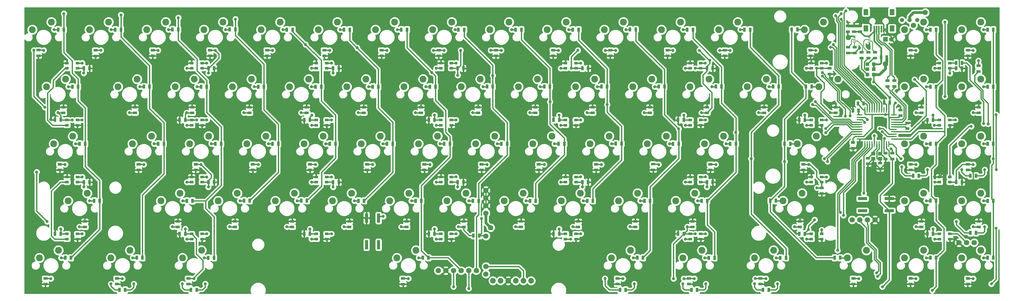
<source format=gbr>
G04 #@! TF.FileFunction,Copper,L2,Bot,Signal*
%FSLAX46Y46*%
G04 Gerber Fmt 4.6, Leading zero omitted, Abs format (unit mm)*
G04 Created by KiCad (PCBNEW 4.0.2-stable) date 7/14/2016 7:04:17 PM*
%MOMM*%
G01*
G04 APERTURE LIST*
%ADD10C,0.100000*%
%ADD11C,2.286000*%
%ADD12C,1.400000*%
%ADD13R,0.889000X1.397000*%
%ADD14R,1.397000X0.889000*%
%ADD15R,1.000000X3.100000*%
%ADD16R,3.100000X1.000000*%
%ADD17C,1.800000*%
%ADD18O,0.406400X1.899920*%
%ADD19O,1.899920X0.406400*%
%ADD20R,1.198880X1.198880*%
%ADD21R,1.300000X0.850000*%
%ADD22R,1.400000X1.200000*%
%ADD23C,1.778000*%
%ADD24C,1.879600*%
%ADD25C,1.524000*%
%ADD26R,1.524000X1.524000*%
%ADD27R,1.000000X0.290000*%
%ADD28R,1.600000X2.000000*%
%ADD29R,0.590000X2.200000*%
%ADD30C,1.000000*%
%ADD31C,0.406400*%
%ADD32C,0.889000*%
%ADD33C,0.508000*%
%ADD34C,0.279400*%
%ADD35C,0.584200*%
%ADD36C,0.254000*%
G04 APERTURE END LIST*
D10*
D11*
X362873750Y-65597500D03*
X356523750Y-68137500D03*
X362873750Y-103697500D03*
X356523750Y-106237500D03*
D12*
X355635950Y-64932850D03*
X358175950Y-64932850D03*
X360715950Y-64932850D03*
D13*
X366018450Y-136292850D03*
X364113450Y-136292850D03*
X323328450Y-136292850D03*
X321423450Y-136292850D03*
X282998450Y-136292850D03*
X281093450Y-136292850D03*
X241488450Y-136292850D03*
X239583450Y-136292850D03*
X199978450Y-136292850D03*
X198073450Y-136292850D03*
X158488450Y-136292850D03*
X156583450Y-136292850D03*
X116968450Y-136292850D03*
X115063450Y-136292850D03*
X75468450Y-136292850D03*
X73563450Y-136292850D03*
X373723450Y-119052850D03*
X375628450Y-119052850D03*
D14*
X328915950Y-120950350D03*
X328915950Y-122855350D03*
D13*
X290703450Y-119052850D03*
X292608450Y-119052850D03*
X249193450Y-119032850D03*
X251098450Y-119032850D03*
X207693450Y-119052850D03*
X209598450Y-119052850D03*
X166183450Y-119052850D03*
X168088450Y-119052850D03*
X124673450Y-119052850D03*
X126578450Y-119052850D03*
X83163450Y-119052850D03*
X85068450Y-119052850D03*
X366008450Y-98292850D03*
X364103450Y-98292850D03*
X323338450Y-98292850D03*
X321433450Y-98292850D03*
X282998450Y-98292850D03*
X281093450Y-98292850D03*
X241488450Y-98292850D03*
X239583450Y-98292850D03*
X199978450Y-98292850D03*
X198073450Y-98292850D03*
X158488450Y-98292850D03*
X156583450Y-98292850D03*
X116968450Y-98302850D03*
X115063450Y-98302850D03*
X75458450Y-98232850D03*
X73553450Y-98232850D03*
X373723450Y-81052850D03*
X375628450Y-81052850D03*
D14*
X331565950Y-81050350D03*
X331565950Y-82955350D03*
D13*
X290703450Y-81052850D03*
X292608450Y-81052850D03*
X249193450Y-81052850D03*
X251098450Y-81052850D03*
X166183450Y-81052850D03*
X168088450Y-81052850D03*
X124673450Y-81052850D03*
X126578450Y-81052850D03*
X83163450Y-81052850D03*
X85068450Y-81052850D03*
D14*
X377565950Y-151170350D03*
X377565950Y-153075350D03*
X358515950Y-151170350D03*
X358515950Y-153075350D03*
X339465950Y-151170350D03*
X339465950Y-153075350D03*
X308515950Y-151170350D03*
X308515950Y-153075350D03*
X284715950Y-151170350D03*
X284715950Y-153075350D03*
X260890950Y-151170350D03*
X260890950Y-153075350D03*
X189465950Y-151220350D03*
X189465950Y-153125350D03*
X118015950Y-151170350D03*
X118015950Y-153075350D03*
X94190950Y-151170350D03*
X94190950Y-153075350D03*
X70390950Y-151170350D03*
X70390950Y-153075350D03*
X381190950Y-134025350D03*
X381190950Y-132120350D03*
X362115950Y-134025350D03*
X362115950Y-132120350D03*
X321640950Y-134025350D03*
X321640950Y-132120350D03*
X285915950Y-134025350D03*
X285915950Y-132120350D03*
X266865950Y-134025350D03*
X266865950Y-132120350D03*
X247815950Y-134025350D03*
X247815950Y-132120350D03*
X228765950Y-134025350D03*
X228765950Y-132120350D03*
X209715950Y-134025350D03*
X209715950Y-132120350D03*
X190665950Y-134025350D03*
X190665950Y-132120350D03*
X171615950Y-134025350D03*
X171615950Y-132120350D03*
X152565950Y-134025350D03*
X152565950Y-132120350D03*
X133515950Y-134025350D03*
X133515950Y-132120350D03*
X114465950Y-134025350D03*
X114465950Y-132120350D03*
X83515950Y-134025350D03*
X83515950Y-132120350D03*
X377565950Y-113070350D03*
X377565950Y-114975350D03*
X358540950Y-113070350D03*
X358540950Y-114975350D03*
X322815950Y-113070350D03*
X322815950Y-114975350D03*
X291840950Y-113070350D03*
X291840950Y-114975350D03*
X272790950Y-113020350D03*
X272790950Y-114925350D03*
X253765950Y-113070350D03*
X253765950Y-114975350D03*
X234690950Y-113070350D03*
X234690950Y-114975350D03*
X215640950Y-113070350D03*
X215640950Y-114975350D03*
X196590950Y-113070350D03*
X196590950Y-114975350D03*
X177540950Y-113070350D03*
X177540950Y-114975350D03*
X158490950Y-113070350D03*
X158490950Y-114975350D03*
X139440950Y-113070350D03*
X139440950Y-114975350D03*
X120415950Y-113070350D03*
X120415950Y-114975350D03*
X101365950Y-113070350D03*
X101365950Y-114975350D03*
X75165950Y-113070350D03*
X75165950Y-114975350D03*
X381190950Y-95925350D03*
X381190950Y-94020350D03*
X362140950Y-95925350D03*
X362140950Y-94020350D03*
X333565950Y-95925350D03*
X333565950Y-94020350D03*
X309740950Y-95925350D03*
X309740950Y-94020350D03*
X290690950Y-95925350D03*
X290690950Y-94020350D03*
X271640950Y-95925350D03*
X271640950Y-94020350D03*
X252590950Y-95925350D03*
X252590950Y-94020350D03*
X233540950Y-95925350D03*
X233540950Y-94020350D03*
X214490950Y-95925350D03*
X214490950Y-94020350D03*
X195440950Y-95925350D03*
X195440950Y-94020350D03*
X176390950Y-95925350D03*
X176390950Y-94020350D03*
X157340950Y-95925350D03*
X157340950Y-94020350D03*
X138290950Y-95925350D03*
X138290950Y-94020350D03*
X119240950Y-95925350D03*
X119240950Y-94020350D03*
X100190950Y-95925350D03*
X100190950Y-94020350D03*
X76365950Y-95925350D03*
X76365950Y-94020350D03*
X377565950Y-74970350D03*
X377565950Y-76875350D03*
X358515950Y-74970350D03*
X358515950Y-76875350D03*
X325190950Y-74970350D03*
X325190950Y-76875350D03*
X296615950Y-74970350D03*
X296615950Y-76875350D03*
X277565950Y-74970350D03*
X277565950Y-76875350D03*
X258515950Y-74970350D03*
X258515950Y-76875350D03*
X239465950Y-74970350D03*
X239465950Y-76875350D03*
X220415950Y-74970350D03*
X220415950Y-76875350D03*
X201365950Y-74970350D03*
X201365950Y-76875350D03*
X182315950Y-74970350D03*
X182315950Y-76875350D03*
X163265950Y-74970350D03*
X163265950Y-76875350D03*
X144215950Y-74970350D03*
X144215950Y-76875350D03*
X125165950Y-74970350D03*
X125165950Y-76875350D03*
X106115950Y-74970350D03*
X106115950Y-76875350D03*
X87065950Y-75020350D03*
X87065950Y-76925350D03*
X68015950Y-74960350D03*
X68015950Y-76865350D03*
D11*
X381923750Y-141797500D03*
X375573750Y-144337500D03*
X362873750Y-141797500D03*
X356523750Y-144337500D03*
X343823750Y-141797500D03*
X337473750Y-144337500D03*
X312867500Y-141797500D03*
X306517500Y-144337500D03*
X289055000Y-141797500D03*
X282705000Y-144337500D03*
X265242500Y-141797500D03*
X258892500Y-144337500D03*
X193805000Y-141797500D03*
X187455000Y-144337500D03*
X122367500Y-141797500D03*
X116017500Y-144337500D03*
X98555000Y-141797500D03*
X92205000Y-144337500D03*
X74742500Y-141797500D03*
X68392500Y-144337500D03*
X381923750Y-122747500D03*
X375573750Y-125287500D03*
X362873750Y-122747500D03*
X356523750Y-125287500D03*
X322392500Y-122747500D03*
X316042500Y-125287500D03*
X286673750Y-122747500D03*
X280323750Y-125287500D03*
X267623750Y-122747500D03*
X261273750Y-125287500D03*
X248573750Y-122747500D03*
X242223750Y-125287500D03*
X229523750Y-122747500D03*
X223173750Y-125287500D03*
X210473750Y-122747500D03*
X204123750Y-125287500D03*
X191423750Y-122747500D03*
X185073750Y-125287500D03*
X172373750Y-122747500D03*
X166023750Y-125287500D03*
X153323750Y-122747500D03*
X146973750Y-125287500D03*
X134273750Y-122747500D03*
X127923750Y-125287500D03*
X115223750Y-122747500D03*
X108873750Y-125287500D03*
X84267500Y-122747500D03*
X77917500Y-125287500D03*
X381923750Y-103697500D03*
X375573750Y-106237500D03*
X327155000Y-103697500D03*
X320805000Y-106237500D03*
X296198750Y-103697500D03*
X289848750Y-106237500D03*
X277148750Y-103697500D03*
X270798750Y-106237500D03*
X258098750Y-103697500D03*
X251748750Y-106237500D03*
X239048750Y-103697500D03*
X232698750Y-106237500D03*
X219998750Y-103697500D03*
X213648750Y-106237500D03*
X200948750Y-103697500D03*
X194598750Y-106237500D03*
X162848750Y-103697500D03*
X156498750Y-106237500D03*
X143798750Y-103697500D03*
X137448750Y-106237500D03*
X124748750Y-103697500D03*
X118398750Y-106237500D03*
X105698750Y-103697500D03*
X99348750Y-106237500D03*
X79505000Y-103697500D03*
X73155000Y-106237500D03*
X381923750Y-84647500D03*
X375573750Y-87187500D03*
X362873750Y-84647500D03*
X356523750Y-87187500D03*
X334298950Y-84643250D03*
X327948950Y-87183250D03*
X310485950Y-84643250D03*
X304135950Y-87183250D03*
X291435550Y-84643250D03*
X285085550Y-87183250D03*
X272385150Y-84643250D03*
X266035150Y-87183250D03*
X253334750Y-84643250D03*
X246984750Y-87183250D03*
X234284350Y-84643250D03*
X227934350Y-87183250D03*
X215236250Y-84647500D03*
X208886250Y-87187500D03*
X196186250Y-84647500D03*
X189836250Y-87187500D03*
X177136250Y-84647500D03*
X170786250Y-87187500D03*
X158086250Y-84647500D03*
X151736250Y-87187500D03*
X139036250Y-84647500D03*
X132686250Y-87187500D03*
X119986250Y-84647500D03*
X113636250Y-87187500D03*
X100931550Y-84643250D03*
X94581550Y-87183250D03*
X77118550Y-84643250D03*
X70768550Y-87183250D03*
X381923750Y-65597500D03*
X375573750Y-68137500D03*
X329536350Y-65592850D03*
X323186350Y-68132850D03*
X300960750Y-65592850D03*
X294610750Y-68132850D03*
X281910350Y-65592850D03*
X275560350Y-68132850D03*
X262859950Y-65592850D03*
X256509950Y-68132850D03*
X243809550Y-65592850D03*
X237459550Y-68132850D03*
X224759150Y-65592850D03*
X218409150Y-68132850D03*
X205708750Y-65592850D03*
X199358750Y-68132850D03*
X186658350Y-65592850D03*
X180308350Y-68132850D03*
X167607950Y-65592850D03*
X161257950Y-68132850D03*
X148557550Y-65592850D03*
X142207550Y-68132850D03*
X129507150Y-65592850D03*
X123157150Y-68132850D03*
X110456750Y-65592850D03*
X104106750Y-68132850D03*
X91406350Y-65592850D03*
X85056350Y-68132850D03*
X72355950Y-65592850D03*
X66005950Y-68132850D03*
D14*
X353115939Y-87075358D03*
X353115939Y-85170358D03*
X350865939Y-87075358D03*
X350865939Y-85170358D03*
D15*
X177334450Y-131032850D03*
X181334950Y-139932850D03*
X177336950Y-139932850D03*
X181334950Y-131032850D03*
D16*
X351405950Y-124571350D03*
X342505950Y-128571850D03*
X342505950Y-124573850D03*
X351405950Y-128571850D03*
D17*
X203745950Y-148572850D03*
X201205950Y-148572850D03*
X377155950Y-139252850D03*
X346675950Y-131632850D03*
X379695950Y-139252850D03*
X206285950Y-148572850D03*
X208825950Y-148572850D03*
X213905950Y-148572850D03*
X211365950Y-148572850D03*
X374615950Y-139252850D03*
X339055950Y-131632850D03*
X344135950Y-131632850D03*
X341595950Y-131632850D03*
D18*
X347260050Y-94900650D03*
X348060150Y-94900650D03*
X348860250Y-94900650D03*
X349660350Y-94900650D03*
X350460450Y-94900650D03*
X351260550Y-94900650D03*
X346459950Y-94900650D03*
X345659850Y-94900650D03*
X344859750Y-94900650D03*
X344059650Y-94900650D03*
X343259550Y-94900650D03*
X347260050Y-106330650D03*
X348060150Y-106330650D03*
X348860250Y-106330650D03*
X349660350Y-106330650D03*
X350460450Y-106330650D03*
X351260550Y-106330650D03*
X346459950Y-106330650D03*
X345659850Y-106330650D03*
X344859750Y-106330650D03*
X344059650Y-106330650D03*
X343259550Y-106330650D03*
D19*
X352975050Y-100615650D03*
X341545050Y-100615650D03*
X352975050Y-101415750D03*
X341545050Y-101415750D03*
X341545050Y-102215850D03*
X352975050Y-102215850D03*
X352975050Y-103015950D03*
X341545050Y-103015950D03*
X341545050Y-103816050D03*
X352975050Y-103816050D03*
X352975050Y-104616150D03*
X341545050Y-104616150D03*
X341545050Y-99815550D03*
X352975050Y-99815550D03*
X352975050Y-99015450D03*
X341545050Y-99015450D03*
X341545050Y-98215350D03*
X352975050Y-98215350D03*
X352975050Y-97415250D03*
X341545050Y-97415250D03*
X341545050Y-96615150D03*
X352975050Y-96615150D03*
D20*
X346264970Y-81372850D03*
X344166930Y-81372850D03*
X346264970Y-79672850D03*
X344166930Y-79672850D03*
X346264970Y-83172850D03*
X344166930Y-83172850D03*
D13*
X340973450Y-92752850D03*
X342878450Y-92752850D03*
D14*
X350195950Y-109390350D03*
X350195950Y-111295350D03*
X339345950Y-105860350D03*
X339345950Y-107765350D03*
D13*
X351628450Y-92512850D03*
X349723450Y-92512850D03*
X311278450Y-155032850D03*
X309373450Y-155032850D03*
X287458450Y-155042850D03*
X285553450Y-155042850D03*
X263638450Y-155032850D03*
X261733450Y-155032850D03*
X120768450Y-155032850D03*
X118863450Y-155032850D03*
X96928439Y-155042858D03*
X95023439Y-155042858D03*
X380328450Y-135982850D03*
X378423450Y-135982850D03*
X380318450Y-116942850D03*
X378413450Y-116942850D03*
X361278450Y-116932850D03*
X359373450Y-116932850D03*
D14*
X337655950Y-68785350D03*
X337655950Y-66880350D03*
X339675950Y-68785350D03*
X339675950Y-66880350D03*
X355135950Y-96875350D03*
X355135950Y-94970350D03*
D21*
X368115950Y-119047850D03*
X368115950Y-117297850D03*
X371615950Y-117297850D03*
X371615950Y-119047850D03*
X325435950Y-119047850D03*
X325435950Y-117297850D03*
X328935950Y-117297850D03*
X328935950Y-119047850D03*
X285105950Y-119047850D03*
X285105950Y-117297850D03*
X288605950Y-117297850D03*
X288605950Y-119047850D03*
X243595950Y-119047850D03*
X243595950Y-117297850D03*
X247095950Y-117297850D03*
X247095950Y-119047850D03*
X202085950Y-119047850D03*
X202085950Y-117297850D03*
X205585950Y-117297850D03*
X205585950Y-119047850D03*
X247095950Y-98297850D03*
X247095950Y-100047850D03*
X243595950Y-100047850D03*
X243595950Y-98297850D03*
X285100950Y-81047850D03*
X285100950Y-79297850D03*
X288600950Y-79297850D03*
X288600950Y-81047850D03*
X160579950Y-81047850D03*
X160579950Y-79297850D03*
X164079950Y-79297850D03*
X164079950Y-81047850D03*
X77565950Y-81047850D03*
X77565950Y-79297850D03*
X81065950Y-79297850D03*
X81065950Y-81047850D03*
X160585950Y-119047850D03*
X160585950Y-117297850D03*
X164085950Y-117297850D03*
X164085950Y-119047850D03*
X119065950Y-119047850D03*
X119065950Y-117297850D03*
X122565950Y-117297850D03*
X122565950Y-119047850D03*
X77565950Y-119047850D03*
X77565950Y-117297850D03*
X81065950Y-117297850D03*
X81065950Y-119047850D03*
X371615950Y-98297850D03*
X371615950Y-100047850D03*
X368115950Y-100047850D03*
X368115950Y-98297850D03*
X328935950Y-98297850D03*
X328935950Y-100047850D03*
X325435950Y-100047850D03*
X325435950Y-98297850D03*
X288605950Y-98297850D03*
X288605950Y-100047850D03*
X285105950Y-100047850D03*
X285105950Y-98297850D03*
X205585950Y-98297850D03*
X205585950Y-100047850D03*
X202085950Y-100047850D03*
X202085950Y-98297850D03*
X164085950Y-98297850D03*
X164085950Y-100047850D03*
X160585950Y-100047850D03*
X160585950Y-98297850D03*
X122565950Y-98297850D03*
X122565950Y-100047850D03*
X119065950Y-100047850D03*
X119065950Y-98297850D03*
X81065950Y-98297850D03*
X81065950Y-100047850D03*
X77565950Y-100047850D03*
X77565950Y-98297850D03*
X368115950Y-81047850D03*
X368115950Y-79297850D03*
X371615950Y-79297850D03*
X371615950Y-81047850D03*
X325427950Y-81047850D03*
X325427950Y-79297850D03*
X328927950Y-79297850D03*
X328927950Y-81047850D03*
X243593950Y-81047850D03*
X243593950Y-79297850D03*
X247093950Y-79297850D03*
X247093950Y-81047850D03*
X202086950Y-81047850D03*
X202086950Y-79297850D03*
X205586950Y-79297850D03*
X205586950Y-81047850D03*
X119072950Y-81047850D03*
X119072950Y-79297850D03*
X122572950Y-79297850D03*
X122572950Y-81047850D03*
D22*
X348390050Y-109525650D03*
X346090050Y-109525650D03*
X348390050Y-111225650D03*
X346090050Y-111225650D03*
D23*
X217085950Y-149742850D03*
X217085950Y-147202850D03*
X217085950Y-137042850D03*
X217085950Y-129422850D03*
X217085950Y-126882850D03*
X217085950Y-124342850D03*
X217085950Y-121802850D03*
D24*
X219426950Y-151972850D03*
X221966950Y-151972850D03*
X224506950Y-151972850D03*
X227046950Y-151972850D03*
X229586950Y-151972850D03*
X232126950Y-151972850D03*
D25*
X352135950Y-71392850D03*
D26*
X350135950Y-71392850D03*
D13*
X212953450Y-136912850D03*
X214858450Y-136912850D03*
X341188450Y-95162850D03*
X339283450Y-95162850D03*
D14*
X352425950Y-109390350D03*
X352425950Y-111295350D03*
X344275950Y-111070350D03*
X344275950Y-112975350D03*
X348385950Y-112690350D03*
X348385950Y-114595350D03*
X357445950Y-101175350D03*
X357445950Y-99270350D03*
D13*
X373723450Y-79252850D03*
X375628450Y-79252850D03*
D14*
X381135950Y-80200350D03*
X381135950Y-82105350D03*
X337685950Y-75915350D03*
X337685950Y-74010350D03*
X339935950Y-75915350D03*
X339935950Y-74010350D03*
X344465950Y-75720350D03*
X344465950Y-77625350D03*
X346715950Y-75720350D03*
X346715950Y-77625350D03*
X342215950Y-75720350D03*
X342215950Y-77625350D03*
D21*
X81065950Y-136297850D03*
X81065950Y-138047850D03*
X77565950Y-138047850D03*
X77565950Y-136297850D03*
X122565950Y-136297850D03*
X122565950Y-138047850D03*
X119065950Y-138047850D03*
X119065950Y-136297850D03*
X164085950Y-136297850D03*
X164085950Y-138047850D03*
X160585950Y-138047850D03*
X160585950Y-136297850D03*
X205585950Y-136297850D03*
X205585950Y-138047850D03*
X202085950Y-138047850D03*
X202085950Y-136297850D03*
X247095950Y-136297850D03*
X247095950Y-138047850D03*
X243595950Y-138047850D03*
X243595950Y-136297850D03*
X288605950Y-136297850D03*
X288605950Y-138047850D03*
X285105950Y-138047850D03*
X285105950Y-136297850D03*
X328935950Y-136297850D03*
X328935950Y-138047850D03*
X325435950Y-138047850D03*
X325435950Y-136297850D03*
X371615950Y-136297850D03*
X371615950Y-138047850D03*
X368115950Y-138047850D03*
X368115950Y-136297850D03*
D13*
X350618450Y-77362850D03*
X348713450Y-77362850D03*
D11*
X181898750Y-103697500D03*
X175548750Y-106237500D03*
D13*
X74613450Y-68132850D03*
X76518450Y-68132850D03*
X93648450Y-68112850D03*
X95553450Y-68112850D03*
X112708450Y-68092850D03*
X114613450Y-68092850D03*
X131748450Y-68102850D03*
X133653450Y-68102850D03*
X150803450Y-68107850D03*
X152708450Y-68107850D03*
X169853450Y-68107850D03*
X171758450Y-68107850D03*
X188903450Y-68107850D03*
X190808450Y-68107850D03*
X207953450Y-68107850D03*
X209858450Y-68107850D03*
X227003450Y-68107850D03*
X228908450Y-68107850D03*
X246053450Y-68107850D03*
X247958450Y-68107850D03*
X265098450Y-68092850D03*
X267003450Y-68092850D03*
X284153450Y-68107850D03*
X286058450Y-68107850D03*
X303203450Y-68107850D03*
X305108450Y-68107850D03*
X320833450Y-68082850D03*
X318928450Y-68082850D03*
X365128450Y-68107850D03*
X367033450Y-68107850D03*
X384178450Y-68112850D03*
X386083450Y-68112850D03*
X79368450Y-87162850D03*
X81273450Y-87162850D03*
X103168450Y-87152850D03*
X105073450Y-87152850D03*
X122218450Y-87162850D03*
X124123450Y-87162850D03*
X141268450Y-87162850D03*
X143173450Y-87162850D03*
X160348450Y-87162850D03*
X162253450Y-87162850D03*
X179368450Y-87172850D03*
X181273450Y-87172850D03*
X198418450Y-87172850D03*
X200323450Y-87172850D03*
X217468450Y-87132850D03*
X219373450Y-87132850D03*
X236528450Y-87152850D03*
X238433450Y-87152850D03*
X255568450Y-87142850D03*
X257473450Y-87142850D03*
X274638450Y-87152850D03*
X276543450Y-87152850D03*
X293658450Y-87152850D03*
X295563450Y-87152850D03*
X312718450Y-87132850D03*
X314623450Y-87132850D03*
X325593450Y-87152850D03*
X323688450Y-87152850D03*
X365128450Y-87172850D03*
X367033450Y-87172850D03*
X384188450Y-87182850D03*
X386093450Y-87182850D03*
X81758450Y-106222850D03*
X83663450Y-106222850D03*
X107928450Y-106212850D03*
X109833450Y-106212850D03*
X126988450Y-106212850D03*
X128893450Y-106212850D03*
X146028450Y-106212850D03*
X147933450Y-106212850D03*
X165108450Y-106212850D03*
X167013450Y-106212850D03*
X184138450Y-106212850D03*
X186043450Y-106212850D03*
X203188450Y-106212850D03*
X205093450Y-106212850D03*
X222258450Y-106212850D03*
X224163450Y-106212850D03*
X241288450Y-106222850D03*
X243193450Y-106222850D03*
X260338450Y-106192850D03*
X262243450Y-106192850D03*
X279408450Y-106212850D03*
X281313450Y-106212850D03*
X298438450Y-106212850D03*
X300343450Y-106212850D03*
X318453450Y-106212850D03*
X316548450Y-106212850D03*
X365118450Y-106222850D03*
X367023450Y-106222850D03*
X384168450Y-106222850D03*
X386073450Y-106222850D03*
X86548450Y-125262850D03*
X88453450Y-125262850D03*
X117468450Y-125272850D03*
X119373450Y-125272850D03*
X136518450Y-125242850D03*
X138423450Y-125242850D03*
X155568450Y-125232850D03*
X157473450Y-125232850D03*
X174638450Y-125262850D03*
X176543450Y-125262850D03*
X193668450Y-125262850D03*
X195573450Y-125262850D03*
X212748450Y-125262850D03*
X214653450Y-125262850D03*
X231778450Y-125272850D03*
X233683450Y-125272850D03*
X250828450Y-125262850D03*
X252733450Y-125262850D03*
X269868450Y-125262850D03*
X271773450Y-125262850D03*
X288928450Y-125262850D03*
X290833450Y-125262850D03*
X313683450Y-125242850D03*
X311778450Y-125242850D03*
X365128450Y-125232850D03*
X367033450Y-125232850D03*
X384178450Y-125272850D03*
X386083450Y-125272850D03*
X76998450Y-144302850D03*
X78903450Y-144302850D03*
X100808450Y-144302850D03*
X102713450Y-144302850D03*
X124638450Y-144312850D03*
X126543450Y-144312850D03*
X196058450Y-144302850D03*
X197963450Y-144302850D03*
X267488450Y-144292850D03*
X269393450Y-144292850D03*
X291318450Y-144312850D03*
X293223450Y-144312850D03*
X315118450Y-144312850D03*
X317023450Y-144312850D03*
X335123450Y-144302850D03*
X333218450Y-144302850D03*
X365118450Y-144302850D03*
X367023450Y-144302850D03*
X384168450Y-144302850D03*
X386073450Y-144302850D03*
X207683450Y-81052850D03*
X209588450Y-81052850D03*
D27*
X344765950Y-70372850D03*
X344765950Y-70872850D03*
X339865950Y-71372850D03*
X344765950Y-71872850D03*
X344765950Y-72372850D03*
X339865950Y-72372850D03*
X339865950Y-71872850D03*
X344765950Y-71372850D03*
X339865950Y-70872850D03*
X339865950Y-70372850D03*
D28*
X352345950Y-62262850D03*
X343645950Y-62262850D03*
X343645950Y-67762850D03*
X352345950Y-67762850D03*
D29*
X347995950Y-67962850D03*
X347195850Y-67962850D03*
X346395750Y-67962850D03*
X348795950Y-67962850D03*
X349595950Y-67962850D03*
D14*
X341675950Y-68785350D03*
X341675950Y-66880350D03*
D30*
X366015950Y-134692850D03*
X326555950Y-131632850D03*
X324475950Y-134882850D03*
X350125950Y-96542850D03*
X366015950Y-96682850D03*
D23*
X350115950Y-79602850D03*
D30*
X352035950Y-107972850D03*
X349795950Y-104482850D03*
D23*
X363395950Y-62422850D03*
X359435950Y-66702850D03*
D30*
X327175950Y-81052850D03*
X351635950Y-90872850D03*
X346255950Y-85622850D03*
X208685950Y-75047850D03*
X199645950Y-75052850D03*
X218675950Y-75042850D03*
X279575950Y-151247850D03*
X306795950Y-151242850D03*
X282985950Y-151252850D03*
D23*
X218645950Y-134242850D03*
D30*
X291635950Y-78352850D03*
X288175950Y-75052850D03*
X294985950Y-75052850D03*
X245525950Y-81052850D03*
X247715950Y-75032850D03*
X256895950Y-75052850D03*
X371615950Y-82742850D03*
D23*
X337795950Y-70732850D03*
D30*
X79315950Y-98292850D03*
X120815950Y-98302850D03*
X159155950Y-96682850D03*
X199975950Y-96682850D03*
X241485950Y-96682850D03*
X282995950Y-96672850D03*
X323335950Y-96682850D03*
X327315950Y-120952850D03*
X290705950Y-120662850D03*
X249195950Y-120642850D03*
X207695950Y-120662850D03*
X166185950Y-120662850D03*
X124675950Y-120662850D03*
X83165950Y-120672850D03*
X75465950Y-134682850D03*
X116975950Y-134682850D03*
X158485950Y-134682850D03*
X199975950Y-134682850D03*
X241485950Y-134682850D03*
X286855950Y-136292850D03*
X286855950Y-81052850D03*
X207695950Y-83382850D03*
X166185950Y-82662850D03*
X124675950Y-82662850D03*
X83155950Y-82662850D03*
X379385950Y-151252850D03*
X360335950Y-151252850D03*
X341285950Y-151252850D03*
X310325950Y-151252850D03*
X286515950Y-151252850D03*
X262705950Y-151252850D03*
X191265950Y-151252850D03*
X119825950Y-151252850D03*
X96015950Y-151252850D03*
X72205950Y-151252850D03*
X379375950Y-133942850D03*
X360325950Y-133942850D03*
X319845950Y-133942850D03*
X284125950Y-133942850D03*
X265075950Y-133942850D03*
X246025950Y-133942850D03*
X226975950Y-133942850D03*
X207925950Y-133942850D03*
X188875950Y-133942850D03*
X169825950Y-133942850D03*
X150775950Y-133942850D03*
X131725950Y-133942850D03*
X112675950Y-133942850D03*
X81715950Y-133942850D03*
X379385950Y-113152850D03*
X360335950Y-113152850D03*
X324615950Y-113152850D03*
X293655950Y-113152850D03*
X274605950Y-113152850D03*
X255555950Y-113152850D03*
X236505950Y-113152850D03*
X217455950Y-113152850D03*
X198405950Y-113152850D03*
X179355950Y-113152850D03*
X160305950Y-113152850D03*
X141255950Y-113152850D03*
X122205950Y-113152850D03*
X103155950Y-113152850D03*
X76965950Y-113152850D03*
X379375950Y-95842850D03*
X360325950Y-95842850D03*
X331745950Y-95842850D03*
X307935950Y-95842850D03*
X288885950Y-95842850D03*
X269835950Y-95842850D03*
X250785950Y-95842850D03*
X231735950Y-95842850D03*
X212685950Y-95842850D03*
X193635950Y-95842850D03*
X174585950Y-95842850D03*
X155535950Y-95842850D03*
X136485950Y-95842850D03*
X117435950Y-95842850D03*
X98385950Y-95842850D03*
X74575950Y-95842850D03*
X379385950Y-75052850D03*
X360325950Y-75052850D03*
X326995950Y-75052850D03*
X298415950Y-75052850D03*
X279365950Y-75052850D03*
X260315950Y-75052850D03*
X241265950Y-75052850D03*
X222215950Y-75052850D03*
X203165950Y-75052850D03*
X184115950Y-75052850D03*
X165065950Y-75052850D03*
X146015950Y-75052850D03*
X126965950Y-75052850D03*
X107915950Y-75052850D03*
X88865950Y-75042850D03*
X69815950Y-75052850D03*
X362615950Y-136042850D03*
X341535950Y-90852850D03*
X335765950Y-91402850D03*
X349735950Y-90882850D03*
X298415950Y-81102850D03*
X294005950Y-81032850D03*
X117305950Y-79292850D03*
X72115950Y-98102850D03*
X79455950Y-100052850D03*
X377105950Y-81142850D03*
D23*
X342995950Y-64992850D03*
X348205950Y-65092850D03*
D30*
X344765950Y-74262850D03*
X341545950Y-74282850D03*
X350585950Y-114922850D03*
X354515950Y-93542850D03*
X366525950Y-117292850D03*
X377025950Y-119042850D03*
X373715950Y-100052850D03*
X377905950Y-92462850D03*
X359205950Y-99142850D03*
X362715950Y-99142850D03*
X366555950Y-79302850D03*
X379375950Y-152992850D03*
X360325950Y-152992850D03*
X341275950Y-152992850D03*
X310315950Y-152992850D03*
X286505950Y-152992850D03*
X262695950Y-152992850D03*
X191255950Y-152992850D03*
X119815950Y-152992850D03*
X96005950Y-152992850D03*
X72185950Y-152992850D03*
X379385950Y-132202850D03*
X360335950Y-132202850D03*
X319845950Y-132202850D03*
X284135950Y-132202850D03*
X265085950Y-132202850D03*
X246035950Y-132202850D03*
X226985950Y-132202850D03*
X207935950Y-132202850D03*
X188885950Y-132202850D03*
X169825950Y-132202850D03*
X150785950Y-132202850D03*
X131735950Y-132202850D03*
X112685950Y-132202850D03*
X81725950Y-132202850D03*
X379375950Y-114892850D03*
X360325950Y-114892850D03*
X324605950Y-114892850D03*
X293645950Y-114892850D03*
X274595950Y-114892850D03*
X255545950Y-114892850D03*
X236495950Y-114892850D03*
X217445950Y-114892850D03*
X198395950Y-114892850D03*
X179345950Y-114892850D03*
X160295950Y-114892850D03*
X141245950Y-114892850D03*
X122195950Y-114892850D03*
X103145950Y-114892850D03*
X76955950Y-114892850D03*
X379385950Y-94102850D03*
X360335950Y-94102850D03*
X331755950Y-94102850D03*
X307945950Y-94102850D03*
X288895950Y-94102850D03*
X269845950Y-94102850D03*
X250795950Y-94102850D03*
X231745950Y-94102850D03*
X212695950Y-94102850D03*
X193645950Y-94102850D03*
X174595950Y-94102850D03*
X155545950Y-94102850D03*
X136495950Y-94102850D03*
X117445950Y-94102850D03*
X98395950Y-94102850D03*
X74575950Y-94102850D03*
X379375950Y-76792850D03*
X360325950Y-76792850D03*
X326985950Y-76792850D03*
X298415950Y-76792850D03*
X279365950Y-76792850D03*
X260315950Y-76792850D03*
X241265950Y-76792850D03*
X222215950Y-76792850D03*
X203165950Y-76792850D03*
X184115950Y-76792850D03*
X165065950Y-76792850D03*
X146015950Y-76792850D03*
X126965950Y-76792850D03*
X107915950Y-76802850D03*
X88865950Y-76802850D03*
X69815950Y-76792850D03*
X73265950Y-68112850D03*
X111365950Y-68132850D03*
X149455950Y-68132850D03*
X76525950Y-62782850D03*
X336965950Y-61862850D03*
X168505950Y-68132850D03*
X187555950Y-68132850D03*
X206805950Y-68132850D03*
X225655950Y-68132850D03*
X244695950Y-68132850D03*
X95545950Y-63222850D03*
X335425950Y-62782850D03*
X263745950Y-68132850D03*
X282785950Y-68132850D03*
X301845950Y-68132850D03*
X114635950Y-64142850D03*
X333575950Y-63462850D03*
X363775950Y-68132850D03*
X382825950Y-68132850D03*
X78015950Y-87182850D03*
X101815950Y-87182850D03*
X120865950Y-87182850D03*
X133665950Y-64652850D03*
X335415950Y-64662850D03*
X139915950Y-87192850D03*
X158995950Y-87182850D03*
X178015950Y-87182850D03*
X197065950Y-87182850D03*
X332765950Y-73112850D03*
X157035950Y-73112850D03*
X216115950Y-87182850D03*
X235175950Y-87182850D03*
X254215950Y-87182850D03*
X273285950Y-87182850D03*
X174225950Y-74172850D03*
X331895950Y-74022850D03*
X292295950Y-87182850D03*
X311365950Y-87182850D03*
X363785950Y-87182850D03*
X382835950Y-87182850D03*
X199035950Y-82452850D03*
X329175950Y-82422850D03*
X338375950Y-96972850D03*
X348245950Y-101162850D03*
X80405950Y-106232850D03*
X106575950Y-106232850D03*
X125635950Y-106232850D03*
X144675950Y-106232850D03*
X329125950Y-83672850D03*
X219365950Y-83452850D03*
X336755950Y-97012850D03*
X349055950Y-102142850D03*
X163755950Y-106232850D03*
X182785950Y-106242850D03*
X201835950Y-106232850D03*
X220905950Y-106232850D03*
X238445950Y-92232850D03*
X326785950Y-92222850D03*
X239935950Y-106242850D03*
X258995950Y-106242850D03*
X278255950Y-106232850D03*
X297085950Y-106232850D03*
X325875950Y-93152850D03*
X257475950Y-93142850D03*
X363765950Y-106232850D03*
X382815950Y-106242850D03*
X85065939Y-125272858D03*
X330235950Y-101202850D03*
X281275950Y-101222850D03*
X116125950Y-125282850D03*
X135165950Y-125282850D03*
X154225950Y-125282850D03*
X173285950Y-125292850D03*
X192325950Y-125292850D03*
X330225950Y-102502850D03*
X300325950Y-102442850D03*
X211385950Y-125282850D03*
X230425950Y-125272850D03*
X249485950Y-125282850D03*
X268515950Y-125282850D03*
X287575950Y-125282850D03*
X329855950Y-111222850D03*
X305435950Y-111222850D03*
X363775950Y-125282850D03*
X382825950Y-125282850D03*
X330845950Y-112172850D03*
X316565950Y-112172850D03*
X75645950Y-144332850D03*
X99455950Y-144332850D03*
X123285950Y-144332850D03*
X194705950Y-144332850D03*
X266135950Y-144332850D03*
X211365950Y-154552850D03*
X365735950Y-155182850D03*
X289965950Y-144332850D03*
X313765950Y-144342850D03*
X363765950Y-144332850D03*
X382825950Y-144332850D03*
X355285950Y-111202850D03*
X386075950Y-111212850D03*
X206285950Y-153962850D03*
X349105950Y-153962850D03*
X384335950Y-99632850D03*
X343215950Y-99122850D03*
X382865950Y-99492850D03*
X344145950Y-98162850D03*
X347205950Y-149342850D03*
X336155950Y-130162850D03*
X347565950Y-150542850D03*
X335145950Y-129192850D03*
X359855950Y-84772850D03*
X342955950Y-122792850D03*
X346445950Y-103552850D03*
X369945950Y-90462850D03*
X369955950Y-65602850D03*
X353465950Y-92592850D03*
X215635950Y-131232850D03*
X182895950Y-130482850D03*
X334205950Y-141822850D03*
X92285950Y-68132850D03*
X130395950Y-68132850D03*
X70195950Y-94092850D03*
X66515950Y-75042850D03*
X381115950Y-78512850D03*
X383185950Y-114902850D03*
X387055950Y-114902850D03*
X386995950Y-96512850D03*
X70945950Y-132192850D03*
X67465950Y-115692850D03*
X355585950Y-113992850D03*
X375565950Y-114892850D03*
X364135950Y-114902850D03*
X373795950Y-132202850D03*
X383195950Y-133942850D03*
X385435950Y-152992850D03*
X386985950Y-134422850D03*
X92195950Y-152992850D03*
X115965950Y-152992850D03*
X99815950Y-153002850D03*
X123625950Y-153012850D03*
X256755950Y-151242850D03*
X282695950Y-152992850D03*
X266505950Y-153002850D03*
X306515950Y-153002850D03*
X290325950Y-153002850D03*
X314135950Y-153002850D03*
X117515950Y-81052850D03*
X82625950Y-79292850D03*
X159025950Y-81042850D03*
X124135950Y-79302850D03*
X200535950Y-81052850D03*
X165635950Y-79292850D03*
X242025950Y-81042850D03*
X207145950Y-79302850D03*
X283535950Y-81042850D03*
X248655950Y-79302850D03*
X290155950Y-79292850D03*
X323865950Y-81042850D03*
X366545950Y-81052850D03*
X330495950Y-79292850D03*
X117505950Y-119042850D03*
X82625950Y-117302850D03*
X159025950Y-119042850D03*
X124125950Y-117302850D03*
X82625950Y-98292850D03*
X117505950Y-100042850D03*
X124135950Y-98292850D03*
X159025950Y-100052850D03*
X165655950Y-98292850D03*
X200525950Y-100052850D03*
X207145950Y-98292850D03*
X242045950Y-100042850D03*
X248655950Y-98302850D03*
X283545950Y-100042850D03*
X290175950Y-98292850D03*
X323875950Y-100042850D03*
X366425950Y-100052850D03*
X330505950Y-98302850D03*
X378705950Y-100432850D03*
X373405950Y-98292850D03*
X200525950Y-119052850D03*
X165645950Y-117302850D03*
X242035950Y-119052850D03*
X207145950Y-117292850D03*
X283545950Y-119052850D03*
X248655950Y-117292850D03*
X323875950Y-119042850D03*
X290175950Y-117292850D03*
X330525950Y-117302850D03*
X366555950Y-119042850D03*
X82635950Y-136302850D03*
X117505950Y-138052850D03*
X124135950Y-136292850D03*
X159035950Y-138042850D03*
X165645950Y-136302850D03*
X200525950Y-138052850D03*
X207165950Y-136292850D03*
X245305950Y-138042850D03*
X248665950Y-136292850D03*
X283545950Y-138042850D03*
X290185950Y-136302850D03*
X323875950Y-138042850D03*
X366555950Y-138042850D03*
X328945950Y-134962850D03*
D31*
X366018450Y-134695350D02*
X366015950Y-134692850D01*
X366018450Y-134695350D02*
X366018450Y-136292850D01*
X209715950Y-134025350D02*
X209715950Y-135062850D01*
X211565950Y-136912850D02*
X212953450Y-136912850D01*
X209715950Y-135062850D02*
X211565950Y-136912850D01*
X324475950Y-133712850D02*
X326555950Y-131632850D01*
X324475950Y-134882850D02*
X323328450Y-136030350D01*
X324475950Y-134882850D02*
X324475950Y-133712850D01*
X350125950Y-96542850D02*
X350125950Y-96452850D01*
X366008450Y-96690350D02*
X366015950Y-96682850D01*
X366008450Y-98292850D02*
X366008450Y-96690350D01*
X341545050Y-103816050D02*
X342862750Y-103816050D01*
X345705950Y-100972850D02*
X345705950Y-96452850D01*
X342862750Y-103816050D02*
X345705950Y-100972850D01*
X343259550Y-94900650D02*
X343259550Y-96266450D01*
X343259550Y-96266450D02*
X343445950Y-96452850D01*
X343445950Y-96452850D02*
X345705950Y-96452850D01*
X345705950Y-96452850D02*
X350125950Y-96452850D01*
X350125950Y-96452850D02*
X351260550Y-96452850D01*
X124673450Y-119052850D02*
X124673450Y-118555350D01*
X124673450Y-118555350D02*
X125615950Y-117612850D01*
X125615950Y-116562850D02*
X122205950Y-113152850D01*
X125615950Y-117612850D02*
X125615950Y-116562850D01*
X290703450Y-81052850D02*
X290703450Y-81935350D01*
X292365950Y-94250350D02*
X290690950Y-95925350D01*
X292365950Y-89102850D02*
X292365950Y-94250350D01*
X289345950Y-86082850D02*
X292365950Y-89102850D01*
X289345950Y-83292850D02*
X289345950Y-86082850D01*
X290703450Y-81935350D02*
X289345950Y-83292850D01*
X119825950Y-151252850D02*
X119825950Y-150982850D01*
X120665950Y-137897850D02*
X119065950Y-136297850D01*
X120665950Y-143032850D02*
X120665950Y-137897850D01*
X122835950Y-145202850D02*
X120665950Y-143032850D01*
X122835950Y-147972850D02*
X122835950Y-145202850D01*
X119825950Y-150982850D02*
X122835950Y-147972850D01*
X124673450Y-81052850D02*
X124745950Y-81052850D01*
X124745950Y-81052850D02*
X128155950Y-77642850D01*
X128155950Y-76242850D02*
X126965950Y-75052850D01*
X128155950Y-77642850D02*
X128155950Y-76242850D01*
D32*
X348095950Y-83172850D02*
X346264970Y-83172850D01*
X350115950Y-81152850D02*
X348095950Y-83172850D01*
X350115950Y-79602850D02*
X350115950Y-81152850D01*
X350618450Y-77362850D02*
X350618450Y-79100350D01*
X350618450Y-79100350D02*
X350115950Y-79602850D01*
D31*
X352425950Y-108362850D02*
X352035950Y-107972850D01*
X352425950Y-109390350D02*
X352425950Y-108362850D01*
X349795950Y-104482850D02*
X349660350Y-104482850D01*
X349660350Y-104482850D02*
X349795950Y-104482850D01*
X349795950Y-104482850D02*
X349660350Y-104482850D01*
D32*
X358175950Y-64932850D02*
X358175950Y-63712850D01*
X359465950Y-62422850D02*
X363395950Y-62422850D01*
X358175950Y-63712850D02*
X359465950Y-62422850D01*
D31*
X324615950Y-113152850D02*
X325015950Y-113152850D01*
X327185950Y-117297850D02*
X328935950Y-119047850D01*
X327185950Y-115322850D02*
X327185950Y-117297850D01*
X325015950Y-113152850D02*
X327185950Y-115322850D01*
X327175950Y-81052850D02*
X327175950Y-83432850D01*
X327180950Y-81047850D02*
X327175950Y-81052850D01*
X328927950Y-81047850D02*
X327180950Y-81047850D01*
X328655950Y-92752850D02*
X331745950Y-95842850D01*
X328655950Y-89002850D02*
X328655950Y-92752850D01*
X329775950Y-87882850D02*
X328655950Y-89002850D01*
X329775950Y-86032850D02*
X329775950Y-87882850D01*
X327175950Y-83432850D02*
X329775950Y-86032850D01*
X346255950Y-85622850D02*
X346385950Y-85622850D01*
X346385950Y-85622850D02*
X351635950Y-90872850D01*
X351628450Y-90880350D02*
X351628450Y-92512850D01*
X351628450Y-90880350D02*
X351635950Y-90872850D01*
X346264970Y-83172850D02*
X346264970Y-85613830D01*
X346264970Y-85613830D02*
X346255950Y-85622850D01*
X373723450Y-119052850D02*
X373723450Y-115175350D01*
X375828450Y-113070350D02*
X377565950Y-113070350D01*
X373723450Y-115175350D02*
X375828450Y-113070350D01*
X208685950Y-75047850D02*
X208685950Y-80050350D01*
X208685950Y-80050350D02*
X207683450Y-81052850D01*
X201283450Y-75052850D02*
X199645950Y-75052850D01*
X201283450Y-75052850D02*
X201365950Y-74970350D01*
X220343450Y-75042850D02*
X218675950Y-75042850D01*
X220343450Y-75042850D02*
X220415950Y-74970350D01*
X279575950Y-151247850D02*
X279575950Y-139715350D01*
X279575950Y-139715350D02*
X282998450Y-136292850D01*
X308443450Y-151242850D02*
X306795950Y-151242850D01*
X308443450Y-151242850D02*
X308515950Y-151170350D01*
X284633450Y-151252850D02*
X282985950Y-151252850D01*
X284633450Y-151252850D02*
X284715950Y-151170350D01*
D32*
X217085950Y-129422850D02*
X217085950Y-132682850D01*
X217085950Y-132682850D02*
X218645950Y-134242850D01*
D31*
X291635950Y-78352850D02*
X291475950Y-78352850D01*
X290703450Y-80365350D02*
X291635950Y-79432850D01*
X291635950Y-79432850D02*
X291635950Y-78352850D01*
X291475950Y-78352850D02*
X288175950Y-75052850D01*
X296533450Y-75052850D02*
X294985950Y-75052850D01*
X296533450Y-75052850D02*
X296615950Y-74970350D01*
X245525950Y-81052850D02*
X245525950Y-77222850D01*
X245530950Y-81047850D02*
X245525950Y-81052850D01*
X247093950Y-81047850D02*
X245530950Y-81047850D01*
X245525950Y-77222850D02*
X247715950Y-75032850D01*
X258433450Y-75052850D02*
X256895950Y-75052850D01*
X258433450Y-75052850D02*
X258515950Y-74970350D01*
X220343450Y-75042850D02*
X220415950Y-74970350D01*
X201303450Y-75032850D02*
X201365950Y-74970350D01*
X290703450Y-81052850D02*
X290703450Y-80365350D01*
X371615950Y-81047850D02*
X371615950Y-82742850D01*
D33*
X337985950Y-70372850D02*
X337985950Y-70542850D01*
X337985950Y-70542850D02*
X337795950Y-70732850D01*
X337655950Y-68785350D02*
X337655950Y-70042850D01*
X337985950Y-70372850D02*
X339865950Y-70372850D01*
X337655950Y-70042850D02*
X337985950Y-70372850D01*
D34*
X339865950Y-70872850D02*
X339865950Y-70372850D01*
D31*
X349660350Y-106330650D02*
X349660350Y-104482850D01*
X77565950Y-98297850D02*
X79310950Y-98297850D01*
X79310950Y-98297850D02*
X79315950Y-98292850D01*
X75458450Y-98232850D02*
X75458450Y-96725350D01*
X75458450Y-96725350D02*
X74575950Y-95842850D01*
X77565950Y-98297850D02*
X75523450Y-98297850D01*
X75523450Y-98297850D02*
X75458450Y-98232850D01*
X119065950Y-98297850D02*
X120810950Y-98297850D01*
X120810950Y-98297850D02*
X120815950Y-98302850D01*
X116968450Y-98302850D02*
X116968450Y-96310350D01*
X116968450Y-96310350D02*
X117435950Y-95842850D01*
X119065950Y-98297850D02*
X116973450Y-98297850D01*
X116973450Y-98297850D02*
X116968450Y-98302850D01*
X158488450Y-98292850D02*
X158488450Y-97350350D01*
X158488450Y-97350350D02*
X159155950Y-96682850D01*
X160585950Y-98297850D02*
X158493450Y-98297850D01*
X158493450Y-98297850D02*
X158488450Y-98292850D01*
X199978450Y-98292850D02*
X199978450Y-96685350D01*
X199978450Y-96685350D02*
X199975950Y-96682850D01*
X202085950Y-98297850D02*
X199983450Y-98297850D01*
X199983450Y-98297850D02*
X199978450Y-98292850D01*
X241488450Y-98292850D02*
X241488450Y-96685350D01*
X241488450Y-96685350D02*
X241485950Y-96682850D01*
X243595950Y-98297850D02*
X241493450Y-98297850D01*
X241493450Y-98297850D02*
X241488450Y-98292850D01*
X282998450Y-98292850D02*
X282998450Y-96675350D01*
X282998450Y-96675350D02*
X282995950Y-96672850D01*
X285105950Y-98297850D02*
X283003450Y-98297850D01*
X283003450Y-98297850D02*
X282998450Y-98292850D01*
X323338450Y-98292850D02*
X323338450Y-96685350D01*
X323338450Y-96685350D02*
X323335950Y-96682850D01*
X325435950Y-98297850D02*
X323343450Y-98297850D01*
X323343450Y-98297850D02*
X323338450Y-98292850D01*
X328915950Y-120950350D02*
X327318450Y-120950350D01*
X327318450Y-120950350D02*
X327315950Y-120952850D01*
X328935950Y-119047850D02*
X328935950Y-120930350D01*
X328935950Y-120930350D02*
X328915950Y-120950350D01*
X290703450Y-119052850D02*
X290703450Y-120660350D01*
X290703450Y-120660350D02*
X290705950Y-120662850D01*
X288605950Y-119047850D02*
X290698450Y-119047850D01*
X290698450Y-119047850D02*
X290703450Y-119052850D01*
X249193450Y-119032850D02*
X249193450Y-120640350D01*
X249193450Y-120640350D02*
X249195950Y-120642850D01*
X247095950Y-119047850D02*
X249178450Y-119047850D01*
X249178450Y-119047850D02*
X249193450Y-119032850D01*
X207693450Y-119052850D02*
X207693450Y-120660350D01*
X207693450Y-120660350D02*
X207695950Y-120662850D01*
X205585950Y-119047850D02*
X207688450Y-119047850D01*
X207688450Y-119047850D02*
X207693450Y-119052850D01*
X166183450Y-119052850D02*
X166183450Y-120660350D01*
X166183450Y-120660350D02*
X166185950Y-120662850D01*
X164085950Y-119047850D02*
X166178450Y-119047850D01*
X166178450Y-119047850D02*
X166183450Y-119052850D01*
X124673450Y-119052850D02*
X124673450Y-120660350D01*
X124673450Y-120660350D02*
X124675950Y-120662850D01*
X122565950Y-119047850D02*
X124668450Y-119047850D01*
X124668450Y-119047850D02*
X124673450Y-119052850D01*
X83163450Y-119052850D02*
X83163450Y-120670350D01*
X83163450Y-120670350D02*
X83165950Y-120672850D01*
X81065950Y-119047850D02*
X83158450Y-119047850D01*
X83158450Y-119047850D02*
X83163450Y-119052850D01*
X75468450Y-136292850D02*
X75468450Y-134685350D01*
X75468450Y-134685350D02*
X75465950Y-134682850D01*
X77565950Y-136297850D02*
X75473450Y-136297850D01*
X75473450Y-136297850D02*
X75468450Y-136292850D01*
X116968450Y-136292850D02*
X116968450Y-134690350D01*
X116968450Y-134690350D02*
X116975950Y-134682850D01*
X119065950Y-136297850D02*
X116973450Y-136297850D01*
X116973450Y-136297850D02*
X116968450Y-136292850D01*
X158488450Y-136292850D02*
X158488450Y-134685350D01*
X158488450Y-134685350D02*
X158485950Y-134682850D01*
X160585950Y-136297850D02*
X158493450Y-136297850D01*
X158493450Y-136297850D02*
X158488450Y-136292850D01*
X199978450Y-136292850D02*
X199978450Y-134685350D01*
X199978450Y-134685350D02*
X199975950Y-134682850D01*
X202085950Y-136297850D02*
X199983450Y-136297850D01*
X199983450Y-136297850D02*
X199978450Y-136292850D01*
X241488450Y-136292850D02*
X241488450Y-134685350D01*
X241488450Y-134685350D02*
X241485950Y-134682850D01*
X243595950Y-136297850D02*
X241493450Y-136297850D01*
X241493450Y-136297850D02*
X241488450Y-136292850D01*
X285105950Y-136297850D02*
X286850950Y-136297850D01*
X286850950Y-136297850D02*
X286855950Y-136292850D01*
X284125950Y-133942850D02*
X284125950Y-135165350D01*
X284125950Y-135165350D02*
X282998450Y-136292850D01*
X285105950Y-136297850D02*
X283003450Y-136297850D01*
X283003450Y-136297850D02*
X282998450Y-136292850D01*
X323328450Y-136292850D02*
X323328450Y-136030350D01*
X325435950Y-136297850D02*
X323333450Y-136297850D01*
X323333450Y-136297850D02*
X323328450Y-136292850D01*
X368115950Y-136297850D02*
X366023450Y-136297850D01*
X366023450Y-136297850D02*
X366018450Y-136292850D01*
X371615950Y-119047850D02*
X373718450Y-119047850D01*
X373718450Y-119047850D02*
X373723450Y-119052850D01*
X368115950Y-98297850D02*
X366013450Y-98297850D01*
X366013450Y-98297850D02*
X366008450Y-98292850D01*
X371615950Y-81047850D02*
X373718450Y-81047850D01*
X373718450Y-81047850D02*
X373723450Y-81052850D01*
X328927950Y-81047850D02*
X331563450Y-81047850D01*
X331563450Y-81047850D02*
X331565950Y-81050350D01*
X288600950Y-81047850D02*
X286860950Y-81047850D01*
X286860950Y-81047850D02*
X286855950Y-81052850D01*
X290703450Y-81052850D02*
X288605950Y-81052850D01*
X288605950Y-81052850D02*
X288600950Y-81047850D01*
X247093950Y-81047850D02*
X249188450Y-81047850D01*
X249188450Y-81047850D02*
X249193450Y-81052850D01*
X207683450Y-81052850D02*
X207683450Y-83370350D01*
X207683450Y-83370350D02*
X207695950Y-83382850D01*
X205586950Y-81047850D02*
X207678450Y-81047850D01*
X207678450Y-81047850D02*
X207683450Y-81052850D01*
X166183450Y-81052850D02*
X166183450Y-82660350D01*
X166183450Y-82660350D02*
X166185950Y-82662850D01*
X164079950Y-81047850D02*
X166178450Y-81047850D01*
X166178450Y-81047850D02*
X166183450Y-81052850D01*
X124673450Y-81052850D02*
X124673450Y-82660350D01*
X124673450Y-82660350D02*
X124675950Y-82662850D01*
X122572950Y-81047850D02*
X124668450Y-81047850D01*
X124668450Y-81047850D02*
X124673450Y-81052850D01*
X83163450Y-81052850D02*
X83163450Y-82655350D01*
X83163450Y-82655350D02*
X83155950Y-82662850D01*
X81065950Y-81047850D02*
X83158450Y-81047850D01*
X83158450Y-81047850D02*
X83163450Y-81052850D01*
X351260550Y-94900650D02*
X351260550Y-92880750D01*
X351260550Y-92880750D02*
X351628450Y-92512850D01*
X341545050Y-103816050D02*
X340022750Y-103816050D01*
X339345950Y-104492850D02*
X339345950Y-105860350D01*
X340022750Y-103816050D02*
X339345950Y-104492850D01*
X340973450Y-92752850D02*
X340973450Y-93050350D01*
X340973450Y-93050350D02*
X342823750Y-94900650D01*
X342823750Y-94900650D02*
X343259550Y-94900650D01*
X351260550Y-94900650D02*
X351260550Y-96452850D01*
X351260550Y-96452850D02*
X351260550Y-97667450D01*
X351260550Y-97667450D02*
X351325950Y-97732850D01*
X352975050Y-101415750D02*
X351658850Y-101415750D01*
X351325950Y-101082850D02*
X351325950Y-97732850D01*
X351658850Y-101415750D02*
X351325950Y-101082850D01*
X351643550Y-97415250D02*
X352975050Y-97415250D01*
X351325950Y-97732850D02*
X351643550Y-97415250D01*
X352975050Y-97415250D02*
X354596050Y-97415250D01*
X354596050Y-97415250D02*
X355135950Y-96875350D01*
X349660350Y-106330650D02*
X349660350Y-108854750D01*
X349660350Y-108854750D02*
X350195950Y-109390350D01*
X288610950Y-119052850D02*
X288605950Y-119047850D01*
X379303450Y-151170350D02*
X379385950Y-151252850D01*
X379303450Y-151170350D02*
X377565950Y-151170350D01*
X360253450Y-151170350D02*
X360335950Y-151252850D01*
X360253450Y-151170350D02*
X358515950Y-151170350D01*
X341203450Y-151170350D02*
X341285950Y-151252850D01*
X341203450Y-151170350D02*
X339465950Y-151170350D01*
X310243450Y-151170350D02*
X310325950Y-151252850D01*
X310243450Y-151170350D02*
X308515950Y-151170350D01*
X286433450Y-151170350D02*
X286515950Y-151252850D01*
X286433450Y-151170350D02*
X284715950Y-151170350D01*
X262623450Y-151170350D02*
X262705950Y-151252850D01*
X262623450Y-151170350D02*
X260890950Y-151170350D01*
X191233450Y-151220350D02*
X191265950Y-151252850D01*
X191233450Y-151220350D02*
X189465950Y-151220350D01*
X119743450Y-151170350D02*
X119825950Y-151252850D01*
X119743450Y-151170350D02*
X118015950Y-151170350D01*
X95933450Y-151170350D02*
X96015950Y-151252850D01*
X95933450Y-151170350D02*
X94190950Y-151170350D01*
X72123450Y-151170350D02*
X72205950Y-151252850D01*
X72123450Y-151170350D02*
X70390950Y-151170350D01*
X379458450Y-134025350D02*
X379375950Y-133942850D01*
X379458450Y-134025350D02*
X381190950Y-134025350D01*
X360408450Y-134025350D02*
X360325950Y-133942850D01*
X360408450Y-134025350D02*
X362115950Y-134025350D01*
X319928450Y-134025350D02*
X319845950Y-133942850D01*
X319928450Y-134025350D02*
X321640950Y-134025350D01*
X284208450Y-134025350D02*
X284125950Y-133942850D01*
X284208450Y-134025350D02*
X285915950Y-134025350D01*
X265158450Y-134025350D02*
X265075950Y-133942850D01*
X265158450Y-134025350D02*
X266865950Y-134025350D01*
X246108450Y-134025350D02*
X246025950Y-133942850D01*
X246108450Y-134025350D02*
X247815950Y-134025350D01*
X227058450Y-134025350D02*
X226975950Y-133942850D01*
X227058450Y-134025350D02*
X228765950Y-134025350D01*
X208008450Y-134025350D02*
X207925950Y-133942850D01*
X208008450Y-134025350D02*
X209715950Y-134025350D01*
X188958450Y-134025350D02*
X188875950Y-133942850D01*
X188958450Y-134025350D02*
X190665950Y-134025350D01*
X169908450Y-134025350D02*
X169825950Y-133942850D01*
X169908450Y-134025350D02*
X171615950Y-134025350D01*
X150858450Y-134025350D02*
X150775950Y-133942850D01*
X150858450Y-134025350D02*
X152565950Y-134025350D01*
X131808450Y-134025350D02*
X131725950Y-133942850D01*
X131808450Y-134025350D02*
X133515950Y-134025350D01*
X112758450Y-134025350D02*
X112675950Y-133942850D01*
X114465950Y-134025350D02*
X112758450Y-134025350D01*
X81798450Y-134025350D02*
X81715950Y-133942850D01*
X81798450Y-134025350D02*
X83515950Y-134025350D01*
X379303450Y-113070350D02*
X377565950Y-113070350D01*
X379303450Y-113070350D02*
X379385950Y-113152850D01*
X360253450Y-113070350D02*
X360335950Y-113152850D01*
X360253450Y-113070350D02*
X358540950Y-113070350D01*
X324533450Y-113070350D02*
X324615950Y-113152850D01*
X324533450Y-113070350D02*
X322815950Y-113070350D01*
X293573450Y-113070350D02*
X293655950Y-113152850D01*
X293573450Y-113070350D02*
X291840950Y-113070350D01*
X274473450Y-113020350D02*
X274605950Y-113152850D01*
X274473450Y-113020350D02*
X272790950Y-113020350D01*
X255473450Y-113070350D02*
X255555950Y-113152850D01*
X255473450Y-113070350D02*
X253765950Y-113070350D01*
X236423450Y-113070350D02*
X236505950Y-113152850D01*
X236423450Y-113070350D02*
X234690950Y-113070350D01*
X217373450Y-113070350D02*
X217455950Y-113152850D01*
X217373450Y-113070350D02*
X215640950Y-113070350D01*
X198323450Y-113070350D02*
X198405950Y-113152850D01*
X198323450Y-113070350D02*
X196590950Y-113070350D01*
X179273450Y-113070350D02*
X179355950Y-113152850D01*
X179273450Y-113070350D02*
X177540950Y-113070350D01*
X160223450Y-113070350D02*
X160305950Y-113152850D01*
X160223450Y-113070350D02*
X158490950Y-113070350D01*
X141173450Y-113070350D02*
X141255950Y-113152850D01*
X141173450Y-113070350D02*
X139440950Y-113070350D01*
X122123450Y-113070350D02*
X122205950Y-113152850D01*
X122123450Y-113070350D02*
X120415950Y-113070350D01*
X103073450Y-113070350D02*
X103155950Y-113152850D01*
X101365950Y-113070350D02*
X103073450Y-113070350D01*
X76883450Y-113070350D02*
X76965950Y-113152850D01*
X76883450Y-113070350D02*
X75165950Y-113070350D01*
X379458450Y-95925350D02*
X379375950Y-95842850D01*
X379458450Y-95925350D02*
X381190950Y-95925350D01*
X360408450Y-95925350D02*
X360325950Y-95842850D01*
X360408450Y-95925350D02*
X362140950Y-95925350D01*
X331828450Y-95925350D02*
X331745950Y-95842850D01*
X331828450Y-95925350D02*
X333565950Y-95925350D01*
X308018450Y-95925350D02*
X307935950Y-95842850D01*
X308018450Y-95925350D02*
X309740950Y-95925350D01*
X288968450Y-95925350D02*
X290690950Y-95925350D01*
X288968450Y-95925350D02*
X288885950Y-95842850D01*
X269918450Y-95925350D02*
X269835950Y-95842850D01*
X269918450Y-95925350D02*
X271640950Y-95925350D01*
X250868450Y-95925350D02*
X250785950Y-95842850D01*
X250868450Y-95925350D02*
X252590950Y-95925350D01*
X231818450Y-95925350D02*
X231735950Y-95842850D01*
X231818450Y-95925350D02*
X233540950Y-95925350D01*
X212768450Y-95925350D02*
X212685950Y-95842850D01*
X212768450Y-95925350D02*
X214490950Y-95925350D01*
X193718450Y-95925350D02*
X193635950Y-95842850D01*
X193718450Y-95925350D02*
X195440950Y-95925350D01*
X174668450Y-95925350D02*
X174585950Y-95842850D01*
X174668450Y-95925350D02*
X176390950Y-95925350D01*
X155618450Y-95925350D02*
X155535950Y-95842850D01*
X155618450Y-95925350D02*
X157340950Y-95925350D01*
X136568450Y-95925350D02*
X136485950Y-95842850D01*
X136568450Y-95925350D02*
X138290950Y-95925350D01*
X117518450Y-95925350D02*
X117435950Y-95842850D01*
X117518450Y-95925350D02*
X119240950Y-95925350D01*
X98468450Y-95925350D02*
X98385950Y-95842850D01*
X98468450Y-95925350D02*
X100190950Y-95925350D01*
X74658450Y-95925350D02*
X74575950Y-95842850D01*
X74658450Y-95925350D02*
X76365950Y-95925350D01*
X379303450Y-74970350D02*
X379385950Y-75052850D01*
X379303450Y-74970350D02*
X377565950Y-74970350D01*
X360243450Y-74970350D02*
X360325950Y-75052850D01*
X360243450Y-74970350D02*
X358515950Y-74970350D01*
X326913450Y-74970350D02*
X326995950Y-75052850D01*
X326913450Y-74970350D02*
X325190950Y-74970350D01*
X298333450Y-74970350D02*
X298415950Y-75052850D01*
X298333450Y-74970350D02*
X296615950Y-74970350D01*
X279283450Y-74970350D02*
X279365950Y-75052850D01*
X279283450Y-74970350D02*
X277565950Y-74970350D01*
X260233450Y-74970350D02*
X260315950Y-75052850D01*
X260233450Y-74970350D02*
X258515950Y-74970350D01*
X241183450Y-74970350D02*
X241265950Y-75052850D01*
X241183450Y-74970350D02*
X239465950Y-74970350D01*
X222133450Y-74970350D02*
X222215950Y-75052850D01*
X222133450Y-74970350D02*
X220415950Y-74970350D01*
X203083450Y-74970350D02*
X203165950Y-75052850D01*
X203083450Y-74970350D02*
X201365950Y-74970350D01*
X184033450Y-74970350D02*
X184115950Y-75052850D01*
X184033450Y-74970350D02*
X182315950Y-74970350D01*
X164983450Y-74970350D02*
X165065950Y-75052850D01*
X164983450Y-74970350D02*
X163265950Y-74970350D01*
X145933450Y-74970350D02*
X146015950Y-75052850D01*
X145933450Y-74970350D02*
X144215950Y-74970350D01*
X126883450Y-74970350D02*
X126965950Y-75052850D01*
X126883450Y-74970350D02*
X125165950Y-74970350D01*
X107833450Y-74970350D02*
X107915950Y-75052850D01*
X107833450Y-74970350D02*
X106115950Y-74970350D01*
X88843450Y-75020350D02*
X88865950Y-75042850D01*
X88843450Y-75020350D02*
X87065950Y-75020350D01*
X69723450Y-74960350D02*
X69815950Y-75052850D01*
X69723450Y-74960350D02*
X68015950Y-74960350D01*
X362865950Y-136292850D02*
X362615950Y-136042850D01*
X364113450Y-136292850D02*
X362865950Y-136292850D01*
X371615950Y-138047850D02*
X373410950Y-138047850D01*
X373410950Y-138047850D02*
X374615950Y-139252850D01*
X362115950Y-132120350D02*
X363083450Y-132120350D01*
X364113450Y-133150350D02*
X364113450Y-136292850D01*
X363083450Y-132120350D02*
X364113450Y-133150350D01*
X341855950Y-91730350D02*
X341855950Y-91172850D01*
X342878450Y-92752850D02*
X341855950Y-91730350D01*
X341855950Y-91172850D02*
X341535950Y-90852850D01*
X339283450Y-95162850D02*
X339283450Y-95110350D01*
X335765950Y-91402850D02*
X335765950Y-91592850D01*
X349723450Y-90895350D02*
X349723450Y-92512850D01*
X349723450Y-90895350D02*
X349735950Y-90882850D01*
X298415950Y-76792850D02*
X298415950Y-81102850D01*
X293985950Y-81052850D02*
X292608450Y-81052850D01*
X293985950Y-81052850D02*
X294005950Y-81032850D01*
X119067950Y-79292850D02*
X117305950Y-79292850D01*
X119067950Y-79292850D02*
X119072950Y-79297850D01*
X79455950Y-100052850D02*
X81060950Y-100052850D01*
X81060950Y-100052850D02*
X81065950Y-100047850D01*
X72245950Y-98232850D02*
X72115950Y-98102850D01*
X73553450Y-98232850D02*
X72245950Y-98232850D01*
X79455950Y-100052850D02*
X79445950Y-100042850D01*
X375718450Y-81142850D02*
X377105950Y-81142850D01*
X375718450Y-81142850D02*
X375628450Y-81052850D01*
X352135950Y-71392850D02*
X352135950Y-70502850D01*
X352135950Y-70502850D02*
X349595950Y-67962850D01*
X349595950Y-67962850D02*
X349595950Y-66482850D01*
X349595950Y-66482850D02*
X348205950Y-65092850D01*
D32*
X341675950Y-66282850D02*
X342965950Y-64992850D01*
X342965950Y-64992850D02*
X342995950Y-64992850D01*
X341675950Y-66880350D02*
X341675950Y-66282850D01*
X348205950Y-65092850D02*
X348245950Y-65092850D01*
X339675950Y-66880350D02*
X341675950Y-66880350D01*
X337655950Y-66880350D02*
X339675950Y-66880350D01*
D34*
X344765950Y-72372850D02*
X344765950Y-74262850D01*
D31*
X339935950Y-75892850D02*
X341545950Y-74282850D01*
X339935950Y-75915350D02*
X339935950Y-75892850D01*
X350258450Y-114595350D02*
X350585950Y-114922850D01*
X350258450Y-114595350D02*
X348385950Y-114595350D01*
X350195950Y-111295350D02*
X350195950Y-112785350D01*
X350195950Y-112785350D02*
X348385950Y-114595350D01*
X346090050Y-111225650D02*
X346090050Y-112299450D01*
X346090050Y-112299450D02*
X348385950Y-114595350D01*
X346090050Y-111225650D02*
X346025650Y-111225650D01*
X346025650Y-111225650D02*
X344275950Y-112975350D01*
X355135950Y-94162850D02*
X354515950Y-93542850D01*
X355135950Y-94970350D02*
X355135950Y-94162850D01*
X366530950Y-117297850D02*
X366525950Y-117292850D01*
X368115950Y-117297850D02*
X366530950Y-117297850D01*
X377025950Y-119042850D02*
X377025950Y-119052850D01*
X377025950Y-119052850D02*
X377025950Y-119042850D01*
X377025950Y-119042850D02*
X377025950Y-119052850D01*
X371620950Y-100052850D02*
X373715950Y-100052850D01*
X371620950Y-100052850D02*
X371615950Y-100047850D01*
X375628450Y-119052850D02*
X377025950Y-119052850D01*
X377025950Y-119052850D02*
X378375950Y-119052850D01*
X379375950Y-118052850D02*
X379375950Y-114892850D01*
X378375950Y-119052850D02*
X379375950Y-118052850D01*
X371615950Y-100047850D02*
X371615950Y-104270742D01*
X368766348Y-116647452D02*
X368115950Y-117297850D01*
X368766348Y-107120344D02*
X368766348Y-116647452D01*
X371615950Y-104270742D02*
X368766348Y-107120344D01*
X331565950Y-82955350D02*
X331565950Y-84388634D01*
X331565950Y-84388634D02*
X335385154Y-88207838D01*
X335385154Y-88207838D02*
X335385154Y-91212054D01*
X335385154Y-91212054D02*
X335765950Y-91592850D01*
X335765950Y-91592850D02*
X339283450Y-95110350D01*
X339155950Y-95035350D02*
X339283450Y-95162850D01*
X333565950Y-94020350D02*
X334203450Y-94020350D01*
X325427950Y-79297850D02*
X325427950Y-78350850D01*
X325427950Y-78350850D02*
X326985950Y-76792850D01*
X379385950Y-93942850D02*
X377905950Y-92462850D01*
X379385950Y-94102850D02*
X379385950Y-93942850D01*
X357573450Y-99142850D02*
X359205950Y-99142850D01*
X363555950Y-98292850D02*
X364103450Y-98292850D01*
X363555950Y-98292850D02*
X362715950Y-99132850D01*
X362715950Y-99132850D02*
X362715950Y-99142850D01*
X357573450Y-99142850D02*
X357445950Y-99270350D01*
X375628450Y-81052850D02*
X375275950Y-81052850D01*
X375275950Y-81052850D02*
X374675950Y-80452850D01*
X374675950Y-80452850D02*
X374675950Y-78162850D01*
X374675950Y-78162850D02*
X375963450Y-76875350D01*
X375963450Y-76875350D02*
X377565950Y-76875350D01*
X366560950Y-79297850D02*
X366555950Y-79302850D01*
X368115950Y-79297850D02*
X366560950Y-79297850D01*
X339935950Y-75915350D02*
X337685950Y-75915350D01*
X341545050Y-104616150D02*
X343792650Y-104616150D01*
X348860250Y-103237150D02*
X348860250Y-106330650D01*
X347785950Y-102162850D02*
X348860250Y-103237150D01*
X346245950Y-102162850D02*
X347785950Y-102162850D01*
X343792650Y-104616150D02*
X346245950Y-102162850D01*
X217085950Y-124342850D02*
X217085950Y-126882850D01*
X217085950Y-121802850D02*
X217085950Y-124342850D01*
X352975050Y-99815550D02*
X356900750Y-99815550D01*
X356900750Y-99815550D02*
X357445950Y-99270350D01*
X350460450Y-94900650D02*
X350460450Y-93249850D01*
X350460450Y-93249850D02*
X349723450Y-92512850D01*
X339345950Y-107765350D02*
X339973450Y-107765350D01*
X339973450Y-107765350D02*
X341545050Y-106193750D01*
X341545050Y-106193750D02*
X341545050Y-104616150D01*
X342878450Y-92752850D02*
X343565950Y-92752850D01*
X343565950Y-92752850D02*
X344059650Y-93246550D01*
X344059650Y-93246550D02*
X344059650Y-94900650D01*
X348390050Y-109525650D02*
X348578750Y-109525650D01*
X348578750Y-109525650D02*
X350195950Y-111142850D01*
X350195950Y-111142850D02*
X350195950Y-111295350D01*
X348860250Y-106330650D02*
X348860250Y-109055450D01*
X348860250Y-109055450D02*
X348390050Y-109525650D01*
X379293450Y-153075350D02*
X379375950Y-152992850D01*
X379293450Y-153075350D02*
X377565950Y-153075350D01*
X360243450Y-153075350D02*
X360325950Y-152992850D01*
X360243450Y-153075350D02*
X358515950Y-153075350D01*
X341193450Y-153075350D02*
X341275950Y-152992850D01*
X341193450Y-153075350D02*
X339465950Y-153075350D01*
X310233450Y-153075350D02*
X310315950Y-152992850D01*
X310233450Y-153075350D02*
X308515950Y-153075350D01*
X286423450Y-153075350D02*
X286505950Y-152992850D01*
X286423450Y-153075350D02*
X284715950Y-153075350D01*
X262613450Y-153075350D02*
X262695950Y-152992850D01*
X262613450Y-153075350D02*
X260890950Y-153075350D01*
X191123450Y-153125350D02*
X191255950Y-152992850D01*
X191123450Y-153125350D02*
X189465950Y-153125350D01*
X119733450Y-153075350D02*
X119815950Y-152992850D01*
X119733450Y-153075350D02*
X118015950Y-153075350D01*
X95923450Y-153075350D02*
X96005950Y-152992850D01*
X95923450Y-153075350D02*
X94190950Y-153075350D01*
X72103450Y-153075350D02*
X72185950Y-152992850D01*
X72103450Y-153075350D02*
X70390950Y-153075350D01*
X379468450Y-132120350D02*
X379385950Y-132202850D01*
X379468450Y-132120350D02*
X381190950Y-132120350D01*
X360418450Y-132120350D02*
X360335950Y-132202850D01*
X360418450Y-132120350D02*
X362115950Y-132120350D01*
X319928450Y-132120350D02*
X319845950Y-132202850D01*
X319928450Y-132120350D02*
X321640950Y-132120350D01*
X284218450Y-132120350D02*
X284135950Y-132202850D01*
X284218450Y-132120350D02*
X285915950Y-132120350D01*
X265168450Y-132120350D02*
X265085950Y-132202850D01*
X265168450Y-132120350D02*
X266865950Y-132120350D01*
X246118450Y-132120350D02*
X246035950Y-132202850D01*
X246118450Y-132120350D02*
X247815950Y-132120350D01*
X227068450Y-132120350D02*
X226985950Y-132202850D01*
X227068450Y-132120350D02*
X228765950Y-132120350D01*
X208018450Y-132120350D02*
X207935950Y-132202850D01*
X208018450Y-132120350D02*
X209715950Y-132120350D01*
X188968450Y-132120350D02*
X188885950Y-132202850D01*
X188968450Y-132120350D02*
X190665950Y-132120350D01*
X169908450Y-132120350D02*
X169825950Y-132202850D01*
X169908450Y-132120350D02*
X171615950Y-132120350D01*
X150868450Y-132120350D02*
X150785950Y-132202850D01*
X150868450Y-132120350D02*
X152565950Y-132120350D01*
X131818450Y-132120350D02*
X131735950Y-132202850D01*
X131818450Y-132120350D02*
X133515950Y-132120350D01*
X112768450Y-132120350D02*
X112685950Y-132202850D01*
X112768450Y-132120350D02*
X114465950Y-132120350D01*
X81808450Y-132120350D02*
X81725950Y-132202850D01*
X81808450Y-132120350D02*
X83515950Y-132120350D01*
X379293450Y-114975350D02*
X379375950Y-114892850D01*
X379293450Y-114975350D02*
X377565950Y-114975350D01*
X360243450Y-114975350D02*
X360325950Y-114892850D01*
X360243450Y-114975350D02*
X358540950Y-114975350D01*
X324523450Y-114975350D02*
X324605950Y-114892850D01*
X324523450Y-114975350D02*
X322815950Y-114975350D01*
X293563450Y-114975350D02*
X293645950Y-114892850D01*
X293563450Y-114975350D02*
X291840950Y-114975350D01*
X274563450Y-114925350D02*
X274595950Y-114892850D01*
X274563450Y-114925350D02*
X272790950Y-114925350D01*
X255463450Y-114975350D02*
X255545950Y-114892850D01*
X255463450Y-114975350D02*
X253765950Y-114975350D01*
X236413450Y-114975350D02*
X236495950Y-114892850D01*
X236413450Y-114975350D02*
X234690950Y-114975350D01*
X217363450Y-114975350D02*
X217445950Y-114892850D01*
X217363450Y-114975350D02*
X215640950Y-114975350D01*
X198313450Y-114975350D02*
X198395950Y-114892850D01*
X198313450Y-114975350D02*
X196590950Y-114975350D01*
X179263450Y-114975350D02*
X179345950Y-114892850D01*
X179263450Y-114975350D02*
X177540950Y-114975350D01*
X160213450Y-114975350D02*
X160295950Y-114892850D01*
X160213450Y-114975350D02*
X158490950Y-114975350D01*
X141163450Y-114975350D02*
X141245950Y-114892850D01*
X141163450Y-114975350D02*
X139440950Y-114975350D01*
X122113450Y-114975350D02*
X122195950Y-114892850D01*
X122113450Y-114975350D02*
X120415950Y-114975350D01*
X103063450Y-114975350D02*
X103145950Y-114892850D01*
X103063450Y-114975350D02*
X101365950Y-114975350D01*
X76873450Y-114975350D02*
X76955950Y-114892850D01*
X76873450Y-114975350D02*
X75165950Y-114975350D01*
X379468450Y-94020350D02*
X379385950Y-94102850D01*
X379468450Y-94020350D02*
X381190950Y-94020350D01*
X360418450Y-94020350D02*
X360335950Y-94102850D01*
X360418450Y-94020350D02*
X362140950Y-94020350D01*
X331838450Y-94020350D02*
X331755950Y-94102850D01*
X331838450Y-94020350D02*
X333565950Y-94020350D01*
X308028450Y-94020350D02*
X307945950Y-94102850D01*
X308028450Y-94020350D02*
X309740950Y-94020350D01*
X288978450Y-94020350D02*
X288895950Y-94102850D01*
X288978450Y-94020350D02*
X290690950Y-94020350D01*
X269928450Y-94020350D02*
X269845950Y-94102850D01*
X269928450Y-94020350D02*
X271640950Y-94020350D01*
X250878450Y-94020350D02*
X250795950Y-94102850D01*
X250878450Y-94020350D02*
X252590950Y-94020350D01*
X231828450Y-94020350D02*
X231745950Y-94102850D01*
X231828450Y-94020350D02*
X233540950Y-94020350D01*
X212778450Y-94020350D02*
X212695950Y-94102850D01*
X212778450Y-94020350D02*
X214490950Y-94020350D01*
X193728450Y-94020350D02*
X193645950Y-94102850D01*
X193728450Y-94020350D02*
X195440950Y-94020350D01*
X174678450Y-94020350D02*
X174595950Y-94102850D01*
X174678450Y-94020350D02*
X176390950Y-94020350D01*
X155628450Y-94020350D02*
X155545950Y-94102850D01*
X155628450Y-94020350D02*
X157340950Y-94020350D01*
X136578450Y-94020350D02*
X138290950Y-94020350D01*
X136578450Y-94020350D02*
X136495950Y-94102850D01*
X117528450Y-94020350D02*
X117445950Y-94102850D01*
X117528450Y-94020350D02*
X119240950Y-94020350D01*
X98478450Y-94020350D02*
X98395950Y-94102850D01*
X98478450Y-94020350D02*
X100190950Y-94020350D01*
X74658450Y-94020350D02*
X74575950Y-94102850D01*
X74658450Y-94020350D02*
X76365950Y-94020350D01*
X379293450Y-76875350D02*
X379375950Y-76792850D01*
X379293450Y-76875350D02*
X377565950Y-76875350D01*
X360243450Y-76875350D02*
X360325950Y-76792850D01*
X360243450Y-76875350D02*
X358515950Y-76875350D01*
X326903450Y-76875350D02*
X326985950Y-76792850D01*
X326903450Y-76875350D02*
X325190950Y-76875350D01*
X298333450Y-76875350D02*
X298415950Y-76792850D01*
X298333450Y-76875350D02*
X296615950Y-76875350D01*
X279283450Y-76875350D02*
X279365950Y-76792850D01*
X279283450Y-76875350D02*
X277565950Y-76875350D01*
X260233450Y-76875350D02*
X260315950Y-76792850D01*
X260233450Y-76875350D02*
X258515950Y-76875350D01*
X241183450Y-76875350D02*
X241265950Y-76792850D01*
X241183450Y-76875350D02*
X239465950Y-76875350D01*
X222133450Y-76875350D02*
X222215950Y-76792850D01*
X222133450Y-76875350D02*
X220415950Y-76875350D01*
X203083450Y-76875350D02*
X203165950Y-76792850D01*
X203083450Y-76875350D02*
X201365950Y-76875350D01*
X184033450Y-76875350D02*
X184115950Y-76792850D01*
X184033450Y-76875350D02*
X182315950Y-76875350D01*
X164983450Y-76875350D02*
X165065950Y-76792850D01*
X164983450Y-76875350D02*
X163265950Y-76875350D01*
X145933450Y-76875350D02*
X146015950Y-76792850D01*
X145933450Y-76875350D02*
X144215950Y-76875350D01*
X125248450Y-76792850D02*
X126965950Y-76792850D01*
X125248450Y-76792850D02*
X125165950Y-76875350D01*
X107843450Y-76875350D02*
X107915950Y-76802850D01*
X107843450Y-76875350D02*
X106115950Y-76875350D01*
X87188450Y-76802850D02*
X88865950Y-76802850D01*
X87188450Y-76802850D02*
X87065950Y-76925350D01*
X69743450Y-76865350D02*
X69815950Y-76792850D01*
X69743450Y-76865350D02*
X68015950Y-76865350D01*
X74593450Y-68112850D02*
X73265950Y-68112850D01*
X74593450Y-68112850D02*
X74613450Y-68132850D01*
X112668450Y-68132850D02*
X111365950Y-68132850D01*
X112668450Y-68132850D02*
X112708450Y-68092850D01*
X150778450Y-68132850D02*
X149455950Y-68132850D01*
X150778450Y-68132850D02*
X150803450Y-68107850D01*
X88453450Y-125262850D02*
X88453450Y-134752850D01*
X88453450Y-134752850D02*
X78903450Y-144302850D01*
X83663450Y-106222850D02*
X83663450Y-113770369D01*
X88453450Y-118560369D02*
X88453450Y-125262850D01*
X83663450Y-113770369D02*
X88453450Y-118560369D01*
X76525950Y-68125350D02*
X76525950Y-62782850D01*
X336335950Y-62492850D02*
X336965950Y-61862850D01*
X336335950Y-62492850D02*
X336335950Y-80022850D01*
X76525950Y-68125350D02*
X76518450Y-68132850D01*
X81273450Y-87162850D02*
X81273450Y-91950350D01*
X83663450Y-94340350D02*
X83663450Y-106222850D01*
X81273450Y-91950350D02*
X83663450Y-94340350D01*
X76518450Y-68132850D02*
X76518450Y-75735350D01*
X81273450Y-84570350D02*
X81273450Y-87162850D01*
X79315950Y-82612850D02*
X81273450Y-84570350D01*
X79315950Y-78532850D02*
X79315950Y-82612850D01*
X76518450Y-75735350D02*
X79315950Y-78532850D01*
X348860250Y-94900650D02*
X348860250Y-92547150D01*
X348860250Y-92547150D02*
X336335950Y-80022850D01*
X169828450Y-68132850D02*
X168505950Y-68132850D01*
X169828450Y-68132850D02*
X169853450Y-68107850D01*
X188878450Y-68132850D02*
X187555950Y-68132850D01*
X188878450Y-68132850D02*
X188903450Y-68107850D01*
X207928450Y-68132850D02*
X206805950Y-68132850D01*
X207928450Y-68132850D02*
X207953450Y-68107850D01*
X226978450Y-68132850D02*
X225655950Y-68132850D01*
X226978450Y-68132850D02*
X227003450Y-68107850D01*
X246028450Y-68132850D02*
X244695950Y-68132850D01*
X246028450Y-68132850D02*
X246053450Y-68107850D01*
X95545950Y-68105350D02*
X95545950Y-63222850D01*
X335106746Y-80533646D02*
X335106746Y-65653646D01*
X347260050Y-92686950D02*
X335106746Y-80533646D01*
X347260050Y-92686950D02*
X347260050Y-94900650D01*
X334485950Y-63722850D02*
X335425950Y-62782850D01*
X334485950Y-65032850D02*
X334485950Y-63722850D01*
X335106746Y-65653646D02*
X334485950Y-65032850D01*
X95545950Y-68105350D02*
X95553450Y-68112850D01*
X109833450Y-106212850D02*
X109833450Y-116235350D01*
X102713450Y-123355350D02*
X102713450Y-144302850D01*
X109833450Y-116235350D02*
X102713450Y-123355350D01*
X105073450Y-87152850D02*
X105073450Y-94450350D01*
X109833450Y-99210350D02*
X109833450Y-106212850D01*
X105073450Y-94450350D02*
X109833450Y-99210350D01*
X95553450Y-68112850D02*
X95553450Y-70630350D01*
X105073450Y-80150350D02*
X105073450Y-87152850D01*
X95553450Y-70630350D02*
X105073450Y-80150350D01*
X265058450Y-68132850D02*
X263745950Y-68132850D01*
X265058450Y-68132850D02*
X265098450Y-68092850D01*
X284128450Y-68132850D02*
X282785950Y-68132850D01*
X284128450Y-68132850D02*
X284153450Y-68107850D01*
X303178450Y-68132850D02*
X301845950Y-68132850D01*
X303178450Y-68132850D02*
X303203450Y-68107850D01*
X320833450Y-68082850D02*
X323136350Y-68082850D01*
X323136350Y-68082850D02*
X323186350Y-68132850D01*
X114635950Y-68070350D02*
X114635950Y-64142850D01*
X334497144Y-80786152D02*
X334497144Y-65914044D01*
X346459950Y-92748958D02*
X334497144Y-80786152D01*
X346459950Y-92748958D02*
X346459950Y-94900650D01*
X333575950Y-63472850D02*
X333575950Y-63462850D01*
X333876348Y-63773248D02*
X333575950Y-63472850D01*
X333876348Y-65293248D02*
X333876348Y-63773248D01*
X334497144Y-65914044D02*
X333876348Y-65293248D01*
X114635950Y-68070350D02*
X114613450Y-68092850D01*
X126543450Y-144312850D02*
X126543450Y-130620350D01*
X123785950Y-127862850D02*
X123785950Y-125272850D01*
X126543450Y-130620350D02*
X123785950Y-127862850D01*
X128893450Y-106212850D02*
X128893450Y-120165350D01*
X123785950Y-125272850D02*
X119373450Y-125272850D01*
X128893450Y-120165350D02*
X123785950Y-125272850D01*
X124123450Y-87162850D02*
X124123450Y-95790350D01*
X128893450Y-100560350D02*
X128893450Y-106212850D01*
X124123450Y-95790350D02*
X128893450Y-100560350D01*
X114613450Y-68092850D02*
X114613450Y-71640350D01*
X124123450Y-85050350D02*
X124123450Y-87162850D01*
X120895950Y-81822850D02*
X124123450Y-85050350D01*
X120895950Y-77922850D02*
X120895950Y-81822850D01*
X114613450Y-71640350D02*
X120895950Y-77922850D01*
X365103450Y-68132850D02*
X363775950Y-68132850D01*
X365103450Y-68132850D02*
X365128450Y-68107850D01*
X384158450Y-68132850D02*
X382825950Y-68132850D01*
X384158450Y-68132850D02*
X384178450Y-68112850D01*
X79348450Y-87182850D02*
X78015950Y-87182850D01*
X79348450Y-87182850D02*
X79368450Y-87162850D01*
X103138450Y-87182850D02*
X101815950Y-87182850D01*
X103138450Y-87182850D02*
X103168450Y-87152850D01*
X122198450Y-87182850D02*
X120865950Y-87182850D01*
X122198450Y-87182850D02*
X122218450Y-87162850D01*
X133665950Y-68090350D02*
X133665950Y-64652850D01*
X335716348Y-80273248D02*
X335716348Y-64963248D01*
X348060150Y-92617050D02*
X335716348Y-80273248D01*
X348060150Y-92617050D02*
X348060150Y-94900650D01*
X335716348Y-64963248D02*
X335415950Y-64662850D01*
X133665950Y-68090350D02*
X133653450Y-68102850D01*
X147933450Y-106212850D02*
X147933450Y-115732850D01*
X147933450Y-115732850D02*
X138423450Y-125242850D01*
X143173450Y-87162850D02*
X143173450Y-94940350D01*
X147933450Y-99700350D02*
X147933450Y-106212850D01*
X143173450Y-94940350D02*
X147933450Y-99700350D01*
X133653450Y-68102850D02*
X133653450Y-70110350D01*
X143173450Y-79630350D02*
X143173450Y-87162850D01*
X133653450Y-70110350D02*
X143173450Y-79630350D01*
X141238450Y-87192850D02*
X139915950Y-87192850D01*
X141238450Y-87192850D02*
X141268450Y-87162850D01*
X160328450Y-87182850D02*
X158995950Y-87182850D01*
X160328450Y-87182850D02*
X160348450Y-87162850D01*
X179358450Y-87182850D02*
X178015950Y-87182850D01*
X179358450Y-87182850D02*
X179368450Y-87172850D01*
X198408450Y-87182850D02*
X197065950Y-87182850D01*
X198408450Y-87182850D02*
X198418450Y-87172850D01*
X333887542Y-74234442D02*
X332765950Y-73112850D01*
X345659850Y-92816750D02*
X345659850Y-94900650D01*
X345659850Y-92816750D02*
X333887542Y-81044442D01*
X333887542Y-81044442D02*
X333887542Y-74234442D01*
X167013450Y-106212850D02*
X167013450Y-111015350D01*
X162325950Y-120380350D02*
X157473450Y-125232850D01*
X162325950Y-115702850D02*
X162325950Y-120380350D01*
X167013450Y-111015350D02*
X162325950Y-115702850D01*
X162253450Y-87162850D02*
X162253450Y-91960350D01*
X167013450Y-96720350D02*
X167013450Y-106212850D01*
X162253450Y-91960350D02*
X167013450Y-96720350D01*
X152708450Y-68107850D02*
X152708450Y-68785350D01*
X152708450Y-68785350D02*
X157035950Y-73112850D01*
X157035950Y-73112850D02*
X162253450Y-78330350D01*
X162253450Y-78330350D02*
X162253450Y-87162850D01*
X217418450Y-87182850D02*
X216115950Y-87182850D01*
X217418450Y-87182850D02*
X217468450Y-87132850D01*
X236498450Y-87182850D02*
X235175950Y-87182850D01*
X236498450Y-87182850D02*
X236528450Y-87152850D01*
X255528450Y-87182850D02*
X254215950Y-87182850D01*
X255528450Y-87182850D02*
X255568450Y-87142850D01*
X274608450Y-87182850D02*
X273285950Y-87182850D01*
X274608450Y-87182850D02*
X274638450Y-87152850D01*
X174225950Y-74172850D02*
X174225950Y-74262850D01*
X186043450Y-106212850D02*
X186043450Y-115762850D01*
X186043450Y-115762850D02*
X176543450Y-125262850D01*
X181273450Y-87172850D02*
X181273450Y-94260350D01*
X186043450Y-99030350D02*
X186043450Y-106212850D01*
X181273450Y-94260350D02*
X186043450Y-99030350D01*
X171758450Y-68107850D02*
X171758450Y-71795350D01*
X181273450Y-81310350D02*
X181273450Y-87172850D01*
X171758450Y-71795350D02*
X174225950Y-74262850D01*
X174225950Y-74262850D02*
X181273450Y-81310350D01*
X333277940Y-74814840D02*
X332485950Y-74022850D01*
X332485950Y-74022850D02*
X331895950Y-74022850D01*
X344859750Y-94900650D02*
X344859750Y-92878758D01*
X344859750Y-92878758D02*
X333277940Y-81296948D01*
X333277940Y-81296948D02*
X333277940Y-74814840D01*
X293628450Y-87182850D02*
X292295950Y-87182850D01*
X293628450Y-87182850D02*
X293658450Y-87152850D01*
X312668450Y-87182850D02*
X311365950Y-87182850D01*
X312668450Y-87182850D02*
X312718450Y-87132850D01*
X327948950Y-87183250D02*
X325623850Y-87183250D01*
X325623850Y-87183250D02*
X325593450Y-87152850D01*
X365118450Y-87182850D02*
X363785950Y-87182850D01*
X365118450Y-87182850D02*
X365128450Y-87172850D01*
X384188450Y-87182850D02*
X382835950Y-87182850D01*
X197963450Y-144302850D02*
X204555950Y-144302850D01*
X204555950Y-144302850D02*
X208825950Y-148572850D01*
X334775552Y-88460344D02*
X334775552Y-91702452D01*
X199035950Y-82452850D02*
X199065950Y-82422850D01*
X199065950Y-82382850D02*
X199065950Y-82422850D01*
X330075950Y-83760742D02*
X330075950Y-83322850D01*
X334775552Y-88460344D02*
X330075950Y-83760742D01*
X330075950Y-83322850D02*
X329175950Y-82422850D01*
X338375950Y-95064958D02*
X338375950Y-96972850D01*
X336089896Y-92778904D02*
X338375950Y-95064958D01*
X335852004Y-92778904D02*
X336089896Y-92778904D01*
X334775552Y-91702452D02*
X335852004Y-92778904D01*
X352975050Y-103015950D02*
X351259050Y-103015950D01*
X349405950Y-101162850D02*
X348245950Y-101162850D01*
X351259050Y-103015950D02*
X349405950Y-101162850D01*
X195573450Y-125262850D02*
X195573450Y-141912850D01*
X195573450Y-141912850D02*
X197963450Y-144302850D01*
X190808450Y-68107850D02*
X190808450Y-74125350D01*
X200323450Y-83640350D02*
X200323450Y-87172850D01*
X190808450Y-74125350D02*
X199065950Y-82382850D01*
X199065950Y-82382850D02*
X200323450Y-83640350D01*
X205093450Y-106212850D02*
X205093450Y-110675350D01*
X195573450Y-120195350D02*
X195573450Y-125262850D01*
X205093450Y-110675350D02*
X195573450Y-120195350D01*
X200323450Y-87172850D02*
X200323450Y-91810350D01*
X205093450Y-103780350D02*
X205093450Y-106212850D01*
X203705950Y-102392850D02*
X205093450Y-103780350D01*
X203705950Y-95192850D02*
X203705950Y-102392850D01*
X200323450Y-91810350D02*
X203705950Y-95192850D01*
X81748450Y-106232850D02*
X80405950Y-106232850D01*
X81748450Y-106232850D02*
X81758450Y-106222850D01*
X107908450Y-106232850D02*
X106575950Y-106232850D01*
X107908450Y-106232850D02*
X107928450Y-106212850D01*
X126968450Y-106232850D02*
X125635950Y-106232850D01*
X126968450Y-106232850D02*
X126988450Y-106212850D01*
X146008450Y-106232850D02*
X144675950Y-106232850D01*
X146008450Y-106232850D02*
X146028450Y-106212850D01*
X213905950Y-148572850D02*
X213905950Y-130672850D01*
X214653450Y-129925350D02*
X214653450Y-125262850D01*
X213905950Y-130672850D02*
X214653450Y-129925350D01*
X334165950Y-88712850D02*
X334165950Y-91954958D01*
X334165950Y-88712850D02*
X329125950Y-83672850D01*
X350729150Y-103816050D02*
X352975050Y-103816050D01*
X350729150Y-103816050D02*
X349055950Y-102142850D01*
X336755950Y-94544958D02*
X336755950Y-97012850D01*
X334165950Y-91954958D02*
X336755950Y-94544958D01*
X219365950Y-83452850D02*
X219373450Y-83452850D01*
X219373450Y-83452850D02*
X219365950Y-83452850D01*
X219365950Y-83452850D02*
X219373450Y-83452850D01*
X224163450Y-106212850D02*
X224163450Y-109955350D01*
X214653450Y-119465350D02*
X214653450Y-125262850D01*
X224163450Y-109955350D02*
X214653450Y-119465350D01*
X219373450Y-87132850D02*
X219373450Y-94340350D01*
X224163450Y-99130350D02*
X224163450Y-106212850D01*
X219373450Y-94340350D02*
X224163450Y-99130350D01*
X209858450Y-68107850D02*
X209858450Y-70515350D01*
X219373450Y-80030350D02*
X219373450Y-83452850D01*
X219373450Y-83452850D02*
X219373450Y-87132850D01*
X209858450Y-70515350D02*
X219373450Y-80030350D01*
X165088450Y-106232850D02*
X163755950Y-106232850D01*
X165088450Y-106232850D02*
X165108450Y-106212850D01*
X184108450Y-106242850D02*
X182785950Y-106242850D01*
X184108450Y-106242850D02*
X184138450Y-106212850D01*
X203168450Y-106232850D02*
X201835950Y-106232850D01*
X203168450Y-106232850D02*
X203188450Y-106212850D01*
X222238450Y-106232850D02*
X220905950Y-106232850D01*
X222238450Y-106232850D02*
X222258450Y-106212850D01*
X341545050Y-99015450D02*
X339104874Y-99015450D01*
X326785950Y-92222850D02*
X332587144Y-98024044D01*
X338113468Y-98024044D02*
X332587144Y-98024044D01*
X339104874Y-99015450D02*
X338113468Y-98024044D01*
X238433450Y-92232850D02*
X238433450Y-99620350D01*
X238433450Y-99620350D02*
X243193450Y-104380350D01*
X238445950Y-92232850D02*
X238433450Y-92232850D01*
X238433450Y-92232850D02*
X238445950Y-92232850D01*
X238445950Y-92232850D02*
X238433450Y-92232850D01*
X243193450Y-106222850D02*
X243193450Y-109855350D01*
X233683450Y-119365350D02*
X233683450Y-125272850D01*
X243193450Y-109855350D02*
X233683450Y-119365350D01*
X238433450Y-87152850D02*
X238433450Y-92232850D01*
X243193450Y-104380350D02*
X243193450Y-106222850D01*
X228908450Y-68107850D02*
X228908450Y-71515350D01*
X238433450Y-81040350D02*
X238433450Y-87152850D01*
X228908450Y-71515350D02*
X238433450Y-81040350D01*
X241268450Y-106242850D02*
X239935950Y-106242850D01*
X241268450Y-106242850D02*
X241288450Y-106222850D01*
X260288450Y-106242850D02*
X258995950Y-106242850D01*
X260288450Y-106242850D02*
X260338450Y-106192850D01*
X279388450Y-106232850D02*
X278255950Y-106232850D01*
X279388450Y-106232850D02*
X279408450Y-106212850D01*
X298418450Y-106232850D02*
X297085950Y-106232850D01*
X298418450Y-106232850D02*
X298438450Y-106212850D01*
X341545050Y-99815550D02*
X339042866Y-99815550D01*
X332334638Y-98633646D02*
X327054896Y-93353904D01*
X326077004Y-93353904D02*
X325875950Y-93152850D01*
X327054896Y-93353904D02*
X326077004Y-93353904D01*
X337860962Y-98633646D02*
X332334638Y-98633646D01*
X339042866Y-99815550D02*
X337860962Y-98633646D01*
X257475950Y-93142850D02*
X257473450Y-93142850D01*
X257473450Y-93142850D02*
X257475950Y-93142850D01*
X257475950Y-93142850D02*
X257473450Y-93142850D01*
X262243450Y-106192850D02*
X262243450Y-111695350D01*
X252733450Y-121205350D02*
X252733450Y-125262850D01*
X262243450Y-111695350D02*
X252733450Y-121205350D01*
X257473450Y-87142850D02*
X257473450Y-93142850D01*
X257473450Y-93142850D02*
X257473450Y-95640350D01*
X262243450Y-100410350D02*
X262243450Y-106192850D01*
X257473450Y-95640350D02*
X262243450Y-100410350D01*
X247958450Y-68107850D02*
X247958450Y-71635350D01*
X257473450Y-81150350D02*
X257473450Y-87142850D01*
X247958450Y-71635350D02*
X257473450Y-81150350D01*
X320805000Y-106237500D02*
X318478100Y-106237500D01*
X318478100Y-106237500D02*
X318453450Y-106212850D01*
X365108450Y-106232850D02*
X363765950Y-106232850D01*
X365108450Y-106232850D02*
X365118450Y-106222850D01*
X384148450Y-106242850D02*
X382815950Y-106242850D01*
X384148450Y-106242850D02*
X384168450Y-106222850D01*
X86538442Y-125272858D02*
X85065939Y-125272858D01*
X86538442Y-125272858D02*
X86548450Y-125262850D01*
X337608456Y-99243248D02*
X332195552Y-99243248D01*
X338980858Y-100615650D02*
X337608456Y-99243248D01*
X341545050Y-100615650D02*
X338980858Y-100615650D01*
X332195552Y-99243248D02*
X330235950Y-101202850D01*
X281303450Y-101250350D02*
X281313450Y-101250350D01*
X281275950Y-101222850D02*
X281303450Y-101250350D01*
X271773450Y-125262850D02*
X271773450Y-141912850D01*
X271773450Y-141912850D02*
X269393450Y-144292850D01*
X281313450Y-106212850D02*
X281313450Y-111125350D01*
X271773450Y-120665350D02*
X271773450Y-125262850D01*
X281313450Y-111125350D02*
X271773450Y-120665350D01*
X276543450Y-87152850D02*
X276543450Y-96480350D01*
X281313450Y-101250350D02*
X281313450Y-106212850D01*
X276543450Y-96480350D02*
X281313450Y-101250350D01*
X267003450Y-68092850D02*
X267003450Y-71920350D01*
X276543450Y-81460350D02*
X276543450Y-87152850D01*
X267003450Y-71920350D02*
X276543450Y-81460350D01*
X117458450Y-125282850D02*
X116125950Y-125282850D01*
X117458450Y-125282850D02*
X117468450Y-125272850D01*
X136478450Y-125282850D02*
X135165950Y-125282850D01*
X136478450Y-125282850D02*
X136518450Y-125242850D01*
X155518450Y-125282850D02*
X154225950Y-125282850D01*
X155518450Y-125282850D02*
X155568450Y-125232850D01*
X174608450Y-125292850D02*
X173285950Y-125292850D01*
X174608450Y-125292850D02*
X174638450Y-125262850D01*
X193638450Y-125292850D02*
X192325950Y-125292850D01*
X193638450Y-125292850D02*
X193668450Y-125262850D01*
X341545050Y-101415750D02*
X338918850Y-101415750D01*
X337355950Y-99852850D02*
X332875950Y-99852850D01*
X338918850Y-101415750D02*
X337355950Y-99852850D01*
X332875950Y-99852850D02*
X330225950Y-102502850D01*
X300325950Y-102442850D02*
X300343450Y-102442850D01*
X300343450Y-102442850D02*
X300325950Y-102442850D01*
X300325950Y-102442850D02*
X300343450Y-102442850D01*
X290833450Y-125262850D02*
X290833450Y-133280350D01*
X293223450Y-135670350D02*
X293223450Y-144312850D01*
X290833450Y-133280350D02*
X293223450Y-135670350D01*
X300343450Y-106212850D02*
X300343450Y-115752850D01*
X300343450Y-115752850D02*
X290833450Y-125262850D01*
X295563450Y-87152850D02*
X295563450Y-92740350D01*
X300343450Y-97520350D02*
X300343450Y-102442850D01*
X300343450Y-102442850D02*
X300343450Y-106212850D01*
X295563450Y-92740350D02*
X300343450Y-97520350D01*
X286058450Y-68107850D02*
X286058450Y-71055350D01*
X295563450Y-80560350D02*
X295563450Y-87152850D01*
X286058450Y-71055350D02*
X295563450Y-80560350D01*
X212728450Y-125282850D02*
X211385950Y-125282850D01*
X212728450Y-125282850D02*
X212748450Y-125262850D01*
X231778450Y-125272850D02*
X230425950Y-125272850D01*
X250808450Y-125282850D02*
X249485950Y-125282850D01*
X250808450Y-125282850D02*
X250828450Y-125262850D01*
X269848450Y-125282850D02*
X268515950Y-125282850D01*
X269848450Y-125282850D02*
X269868450Y-125262850D01*
X288908450Y-125282850D02*
X287575950Y-125282850D01*
X288908450Y-125282850D02*
X288928450Y-125262850D01*
X341545050Y-102215850D02*
X338862950Y-102215850D01*
X338862950Y-102215850D02*
X329855950Y-111222850D01*
X314623450Y-87132850D02*
X314623450Y-93235350D01*
X317023450Y-141250350D02*
X317023450Y-144312850D01*
X305435950Y-129662850D02*
X317023450Y-141250350D01*
X305435950Y-102422850D02*
X305435950Y-111222850D01*
X305435950Y-111222850D02*
X305435950Y-129662850D01*
X314623450Y-93235350D02*
X305435950Y-102422850D01*
X305108450Y-68107850D02*
X305108450Y-74015350D01*
X314623450Y-83530350D02*
X314623450Y-87132850D01*
X305108450Y-74015350D02*
X314623450Y-83530350D01*
X316042500Y-125287500D02*
X313728100Y-125287500D01*
X313728100Y-125287500D02*
X313853450Y-125412850D01*
X313853450Y-125412850D02*
X313683450Y-125242850D01*
X365078450Y-125282850D02*
X363775950Y-125282850D01*
X365078450Y-125282850D02*
X365128450Y-125232850D01*
X384168450Y-125282850D02*
X382825950Y-125282850D01*
X384168450Y-125282850D02*
X384178450Y-125272850D01*
X341545050Y-103015950D02*
X338924958Y-103015950D01*
X330845950Y-111094958D02*
X330845950Y-112172850D01*
X338924958Y-103015950D02*
X330845950Y-111094958D01*
X316565950Y-112172850D02*
X316548450Y-112172850D01*
X316548450Y-112172850D02*
X316565950Y-112172850D01*
X316565950Y-112172850D02*
X316548450Y-112172850D01*
X323688450Y-87152850D02*
X323688450Y-90880350D01*
X316548450Y-98020350D02*
X316548450Y-106212850D01*
X323688450Y-90880350D02*
X316548450Y-98020350D01*
X318928450Y-68082850D02*
X318928450Y-82392850D01*
X318928450Y-82392850D02*
X323688450Y-87152850D01*
X311778450Y-125242850D02*
X311778450Y-128965350D01*
X327115950Y-144302850D02*
X333218450Y-144302850D01*
X311778450Y-128965350D02*
X327115950Y-144302850D01*
X316548450Y-106212850D02*
X316548450Y-112172850D01*
X316548450Y-112172850D02*
X316548450Y-120472850D01*
X316548450Y-120472850D02*
X311778450Y-125242850D01*
X76968450Y-144332850D02*
X75645950Y-144332850D01*
X76968450Y-144332850D02*
X76998450Y-144302850D01*
X100778450Y-144332850D02*
X99455950Y-144332850D01*
X100778450Y-144332850D02*
X100808450Y-144302850D01*
X124618450Y-144332850D02*
X123285950Y-144332850D01*
X124618450Y-144332850D02*
X124638450Y-144312850D01*
X196028450Y-144332850D02*
X194705950Y-144332850D01*
X196028450Y-144332850D02*
X196058450Y-144302850D01*
X267448450Y-144332850D02*
X266135950Y-144332850D01*
X267448450Y-144332850D02*
X267488450Y-144292850D01*
X352975050Y-104616150D02*
X358672647Y-104616150D01*
X369515939Y-102072858D02*
X369895950Y-102452869D01*
X361215939Y-102072858D02*
X369515939Y-102072858D01*
X358672647Y-104616150D02*
X361215939Y-102072858D01*
X211365950Y-148572850D02*
X211365950Y-154552850D01*
X367023450Y-153895350D02*
X365735950Y-155182850D01*
X367023450Y-153895350D02*
X367023450Y-144302850D01*
X367033450Y-125232850D02*
X367033450Y-131840350D01*
X367023450Y-106222850D02*
X367023450Y-113175350D01*
X365455950Y-114742850D02*
X365455950Y-123655350D01*
X365455950Y-123655350D02*
X367033450Y-125232850D01*
X367023450Y-113175350D02*
X365455950Y-114742850D01*
X367033450Y-68107850D02*
X367033450Y-76420350D01*
X369175950Y-85030350D02*
X367033450Y-87172850D01*
X369175950Y-78562850D02*
X369175950Y-85030350D01*
X367033450Y-76420350D02*
X369175950Y-78562850D01*
X367033450Y-131840350D02*
X369615950Y-134422850D01*
X369615950Y-134422850D02*
X369615950Y-141710350D01*
X369615950Y-141710350D02*
X367023450Y-144302850D01*
X367033450Y-87172850D02*
X367033450Y-93950350D01*
X369895950Y-103350350D02*
X367023450Y-106222850D01*
X369895950Y-96812850D02*
X369895950Y-102452869D01*
X369895950Y-102452869D02*
X369895950Y-103350350D01*
X367033450Y-93950350D02*
X369895950Y-96812850D01*
X291298450Y-144332850D02*
X289965950Y-144332850D01*
X291298450Y-144332850D02*
X291318450Y-144312850D01*
X315088450Y-144342850D02*
X313765950Y-144342850D01*
X315088450Y-144342850D02*
X315118450Y-144312850D01*
X337473750Y-144337500D02*
X335158100Y-144337500D01*
X335158100Y-144337500D02*
X335123450Y-144302850D01*
X365088450Y-144332850D02*
X363765950Y-144332850D01*
X365088450Y-144332850D02*
X365118450Y-144302850D01*
X384138450Y-144332850D02*
X382825950Y-144332850D01*
X384138450Y-144332850D02*
X384168450Y-144302850D01*
X352453750Y-106330650D02*
X353745950Y-107622850D01*
X353745950Y-107622850D02*
X353745950Y-109662850D01*
X353745950Y-109662850D02*
X355285950Y-111202850D01*
X351260550Y-106330650D02*
X352453750Y-106330650D01*
X386075950Y-111212850D02*
X386073450Y-111212850D01*
X386073450Y-111212850D02*
X386075950Y-111212850D01*
X386075950Y-111212850D02*
X386073450Y-111212850D01*
X386083450Y-125272850D02*
X386083450Y-130895350D01*
X386083450Y-130895350D02*
X386075950Y-130902850D01*
X386073450Y-106222850D02*
X386073450Y-111212850D01*
X386073450Y-111212850D02*
X386073450Y-112825350D01*
X385555950Y-124745350D02*
X386083450Y-125272850D01*
X385555950Y-113342850D02*
X385555950Y-124745350D01*
X386073450Y-112825350D02*
X385555950Y-113342850D01*
X386093450Y-87182850D02*
X386093450Y-96045350D01*
X386015950Y-96122850D02*
X386015950Y-106165350D01*
X386093450Y-96045350D02*
X386015950Y-96122850D01*
X386015950Y-106165350D02*
X386073450Y-106222850D01*
X386083450Y-68112850D02*
X386083450Y-87172850D01*
X386083450Y-87172850D02*
X386093450Y-87182850D01*
X386073450Y-130900350D02*
X386073450Y-144302850D01*
X386075950Y-130902850D02*
X386073450Y-130900350D01*
X386083450Y-106212850D02*
X386073450Y-106222850D01*
X206285950Y-148572850D02*
X206285950Y-153962850D01*
X351405950Y-151662850D02*
X349105950Y-153962850D01*
X351405950Y-151662850D02*
X351405950Y-128571850D01*
X352425950Y-111295350D02*
X352425950Y-119432850D01*
X348415950Y-125581850D02*
X351405950Y-128571850D01*
X348415950Y-123442850D02*
X348415950Y-125581850D01*
X352425950Y-119432850D02*
X348415950Y-123442850D01*
X350460450Y-106330650D02*
X350460450Y-107757350D01*
X351315950Y-110185350D02*
X352425950Y-111295350D01*
X351315950Y-108612850D02*
X351315950Y-110185350D01*
X350460450Y-107757350D02*
X351315950Y-108612850D01*
X384335950Y-99632850D02*
X384335950Y-92780742D01*
X379845950Y-83395350D02*
X381135950Y-82105350D01*
X379845950Y-85630742D02*
X379845950Y-83395350D01*
X382595552Y-88380344D02*
X379845950Y-85630742D01*
X382595552Y-91040344D02*
X382595552Y-88380344D01*
X384335950Y-92780742D02*
X382595552Y-91040344D01*
X341545050Y-98215350D02*
X342468450Y-98215350D01*
X342468450Y-98215350D02*
X343215950Y-98962850D01*
X343215950Y-98962850D02*
X343215950Y-99122850D01*
X381985950Y-91292850D02*
X381985950Y-88632850D01*
X378295950Y-84942850D02*
X378295950Y-80352850D01*
X378295950Y-80352850D02*
X377195950Y-79252850D01*
X375628450Y-79252850D02*
X377195950Y-79252850D01*
X382865950Y-92172850D02*
X381985950Y-91292850D01*
X343398350Y-97415250D02*
X341545050Y-97415250D01*
X343398350Y-97415250D02*
X344145950Y-98162850D01*
X382865950Y-99492850D02*
X382865950Y-92172850D01*
X381985950Y-88632850D02*
X378295950Y-84942850D01*
X347895950Y-146332850D02*
X347895950Y-148652850D01*
X343815950Y-134302850D02*
X341595950Y-132082850D01*
X346405950Y-144842850D02*
X347895950Y-146332850D01*
X346405950Y-141842850D02*
X346405950Y-144842850D01*
X343815950Y-139252850D02*
X346405950Y-141842850D01*
X343815950Y-134302850D02*
X343815950Y-139252850D01*
X347895950Y-148652850D02*
X347205950Y-149342850D01*
X341595950Y-131632850D02*
X341595950Y-132082850D01*
X341595950Y-131632850D02*
X341595950Y-132072850D01*
X344859750Y-107489050D02*
X340195154Y-112153646D01*
X340195154Y-112153646D02*
X340195154Y-118573646D01*
X340195154Y-118573646D02*
X336155950Y-122612850D01*
X336155950Y-122612850D02*
X336155950Y-130162850D01*
X344859750Y-106330650D02*
X344859750Y-107489050D01*
X229586950Y-151972850D02*
X229586950Y-148703850D01*
X228085950Y-147202850D02*
X217085950Y-147202850D01*
X229586950Y-148703850D02*
X228085950Y-147202850D01*
X348505552Y-146080344D02*
X348505552Y-149603248D01*
X344135950Y-133182850D02*
X344425552Y-133472452D01*
X344425552Y-133472452D02*
X344425552Y-139000344D01*
X344425552Y-139000344D02*
X347015552Y-141590344D01*
X347015552Y-141590344D02*
X347015552Y-144590344D01*
X347015552Y-144590344D02*
X348505552Y-146080344D01*
X344135950Y-131632850D02*
X344135950Y-133182850D01*
X348505552Y-149603248D02*
X347565950Y-150542850D01*
X344059650Y-107427042D02*
X339585552Y-111901140D01*
X339585552Y-111901140D02*
X339585552Y-118295356D01*
X339585552Y-118295356D02*
X334815552Y-123065356D01*
X334815552Y-123065356D02*
X334815552Y-128862452D01*
X334815552Y-128862452D02*
X335145950Y-129192850D01*
X344059650Y-106330650D02*
X344059650Y-107427042D01*
X363665950Y-88582850D02*
X363665950Y-96862850D01*
X363665950Y-96862850D02*
X358312950Y-102215850D01*
X352975050Y-102215850D02*
X358312950Y-102215850D01*
X363665950Y-88582850D02*
X359855950Y-84772850D01*
X345659850Y-106330650D02*
X345659850Y-107551058D01*
X342955950Y-110254958D02*
X342955950Y-122792850D01*
X345659850Y-107551058D02*
X342955950Y-110254958D01*
X346459950Y-106330650D02*
X346459950Y-103566850D01*
X346459950Y-103566850D02*
X346445950Y-103552850D01*
X369955950Y-65602850D02*
X369945950Y-65612850D01*
X369945950Y-90462850D02*
X369945950Y-65612850D01*
X352975050Y-93083750D02*
X353465950Y-92592850D01*
X352975050Y-93083750D02*
X352975050Y-96615150D01*
X352295739Y-74921606D02*
X352295739Y-83272658D01*
X347995950Y-69617608D02*
X347900700Y-69712858D01*
X347900700Y-69712858D02*
X347900700Y-71413122D01*
X347900700Y-71413122D02*
X349051362Y-72563784D01*
X349051362Y-72563784D02*
X349937917Y-72563784D01*
X349937917Y-72563784D02*
X352295739Y-74921606D01*
X347995950Y-67962850D02*
X347995950Y-69617608D01*
X353115939Y-84092858D02*
X353115939Y-85170358D01*
X352295739Y-83272658D02*
X353115939Y-84092858D01*
X351686137Y-75174112D02*
X351686137Y-83272660D01*
X347195850Y-67962850D02*
X347195850Y-69617610D01*
X349685411Y-73173386D02*
X351686137Y-75174112D01*
X348798856Y-73173386D02*
X349685411Y-73173386D01*
X347291098Y-71665628D02*
X348798856Y-73173386D01*
X347291098Y-69712858D02*
X347291098Y-71665628D01*
X347195850Y-69617610D02*
X347291098Y-69712858D01*
X350865939Y-84092858D02*
X350865939Y-85170358D01*
X351686137Y-83272660D02*
X350865939Y-84092858D01*
X371615950Y-136297850D02*
X374200950Y-136297850D01*
X374200950Y-136297850D02*
X377155950Y-139252850D01*
X215635950Y-131232850D02*
X215635950Y-136135350D01*
X215635950Y-136135350D02*
X214858450Y-136912850D01*
X214858450Y-136912850D02*
X216955950Y-136912850D01*
X216955950Y-136912850D02*
X217085950Y-137042850D01*
X182895950Y-130482850D02*
X181884950Y-130482850D01*
X181884950Y-130482850D02*
X181334950Y-131032850D01*
X343259550Y-106330650D02*
X343259550Y-107365034D01*
X343259550Y-107365034D02*
X338975950Y-111648634D01*
X338975950Y-111648634D02*
X338975950Y-118042850D01*
X338975950Y-118042850D02*
X334205950Y-122812850D01*
X334205950Y-122812850D02*
X334205950Y-141822850D01*
X93628450Y-68132850D02*
X92285950Y-68132850D01*
X93628450Y-68132850D02*
X93648450Y-68112850D01*
X131718450Y-68132850D02*
X130395950Y-68132850D01*
X131718450Y-68132850D02*
X131748450Y-68102850D01*
X342215950Y-77625350D02*
X342215950Y-81221870D01*
X342215950Y-81221870D02*
X344166930Y-83172850D01*
X344465950Y-77625350D02*
X344373450Y-77625350D01*
X344373450Y-77625350D02*
X343105950Y-78892850D01*
X343105950Y-78892850D02*
X343105950Y-81142850D01*
X343105950Y-81142850D02*
X343335950Y-81372850D01*
X343335950Y-81372850D02*
X344166930Y-81372850D01*
X348390050Y-111225650D02*
X348390050Y-112686250D01*
X348390050Y-112686250D02*
X348385950Y-112690350D01*
X348060150Y-106330650D02*
X348060150Y-107868650D01*
X347448750Y-111225650D02*
X348390050Y-111225650D01*
X347245950Y-111022850D02*
X347448750Y-111225650D01*
X347245950Y-108682850D02*
X347245950Y-111022850D01*
X348060150Y-107868650D02*
X347245950Y-108682850D01*
X346090050Y-109525650D02*
X345820650Y-109525650D01*
X345820650Y-109525650D02*
X344275950Y-111070350D01*
X347260050Y-106330650D02*
X347260050Y-107678750D01*
X346090050Y-108848750D02*
X346090050Y-109525650D01*
X347260050Y-107678750D02*
X346090050Y-108848750D01*
X352975050Y-100615650D02*
X356886250Y-100615650D01*
X356886250Y-100615650D02*
X357445950Y-101175350D01*
X341188450Y-95162850D02*
X341188450Y-96258550D01*
X341188450Y-96258550D02*
X341545050Y-96615150D01*
X66515950Y-90412850D02*
X70195950Y-94092850D01*
X66515950Y-75042850D02*
X66515950Y-90412850D01*
X381115950Y-80180350D02*
X381115950Y-78512850D01*
X381115950Y-80180350D02*
X381135950Y-80200350D01*
X380318450Y-116942850D02*
X382525947Y-116942850D01*
X383185950Y-116282847D02*
X383185950Y-114902850D01*
X382525947Y-116942850D02*
X383185950Y-116282847D01*
X386995950Y-114842850D02*
X387055950Y-114902850D01*
X386995950Y-96512850D02*
X386995950Y-114842850D01*
X67465950Y-128712850D02*
X70945950Y-132192850D01*
X67465950Y-115692850D02*
X67465950Y-128712850D01*
X355585950Y-113992850D02*
X355585950Y-115812869D01*
X356705931Y-116932850D02*
X359373450Y-116932850D01*
X355585950Y-115812869D02*
X356705931Y-116932850D01*
X375565950Y-114892850D02*
X375565950Y-115692869D01*
X376815931Y-116942850D02*
X378413450Y-116942850D01*
X375565950Y-115692869D02*
X376815931Y-116942850D01*
X361278450Y-116932850D02*
X363545947Y-116932850D01*
X364135950Y-116342847D02*
X364135950Y-114902850D01*
X363545947Y-116932850D02*
X364135950Y-116342847D01*
X373795950Y-132202850D02*
X373795950Y-133292869D01*
X376485931Y-135982850D02*
X378423450Y-135982850D01*
X373795950Y-133292869D02*
X376485931Y-135982850D01*
X380328450Y-135982850D02*
X382675947Y-135982850D01*
X383195950Y-135462847D02*
X383195950Y-133942850D01*
X382675947Y-135982850D02*
X383195950Y-135462847D01*
X386985950Y-151442850D02*
X385435950Y-152992850D01*
X386985950Y-134422850D02*
X386985950Y-151442850D01*
X92195950Y-152992850D02*
X92195950Y-153702869D01*
X93535939Y-155042858D02*
X95023439Y-155042858D01*
X92195950Y-153702869D02*
X93535939Y-155042858D01*
X115965950Y-152992850D02*
X115965950Y-154272869D01*
X116725931Y-155032850D02*
X118863450Y-155032850D01*
X115965950Y-154272869D02*
X116725931Y-155032850D01*
X96928439Y-155042858D02*
X98875939Y-155042858D01*
X99815950Y-154102847D02*
X99815950Y-153002850D01*
X98875939Y-155042858D02*
X99815950Y-154102847D01*
X120768450Y-155032850D02*
X122665947Y-155032850D01*
X123625950Y-154072847D02*
X123625950Y-153012850D01*
X122665947Y-155032850D02*
X123625950Y-154072847D01*
X256755950Y-151242850D02*
X256755950Y-153542869D01*
X258245931Y-155032850D02*
X261733450Y-155032850D01*
X256755950Y-153542869D02*
X258245931Y-155032850D01*
X282695950Y-152992850D02*
X282695950Y-154492869D01*
X283245931Y-155042850D02*
X285553450Y-155042850D01*
X282695950Y-154492869D02*
X283245931Y-155042850D01*
X263638450Y-155032850D02*
X265745947Y-155032850D01*
X266505950Y-154272847D02*
X266505950Y-153002850D01*
X265745947Y-155032850D02*
X266505950Y-154272847D01*
X306515950Y-153002850D02*
X306515950Y-154202869D01*
X307345931Y-155032850D02*
X309373450Y-155032850D01*
X306515950Y-154202869D02*
X307345931Y-155032850D01*
X287458450Y-155042850D02*
X289825931Y-155042850D01*
X290325950Y-154542831D02*
X290325950Y-153002850D01*
X289825931Y-155042850D02*
X290325950Y-154542831D01*
X311278450Y-155032850D02*
X313565947Y-155032850D01*
X314135950Y-154462847D02*
X314135950Y-153002850D01*
X313565947Y-155032850D02*
X314135950Y-154462847D01*
X71105950Y-89302850D02*
X71105950Y-98392850D01*
X72965950Y-87442850D02*
X71105950Y-89302850D01*
X72965950Y-85042850D02*
X72965950Y-87442850D01*
X76960950Y-81047850D02*
X72965950Y-85042850D01*
X72760950Y-100047850D02*
X77565950Y-100047850D01*
X71105950Y-98392850D02*
X72760950Y-100047850D01*
X77565950Y-81047850D02*
X76960950Y-81047850D01*
X119067950Y-81052850D02*
X117515950Y-81052850D01*
X82620950Y-79297850D02*
X81065950Y-79297850D01*
X82620950Y-79297850D02*
X82625950Y-79292850D01*
X119067950Y-81052850D02*
X119072950Y-81047850D01*
X160574950Y-81042850D02*
X159025950Y-81042850D01*
X124130950Y-79297850D02*
X122572950Y-79297850D01*
X124130950Y-79297850D02*
X124135950Y-79302850D01*
X160574950Y-81042850D02*
X160579950Y-81047850D01*
X200535950Y-81052850D02*
X202081950Y-81052850D01*
X202081950Y-81052850D02*
X202086950Y-81047850D01*
X164079950Y-79297850D02*
X165630950Y-79297850D01*
X165630950Y-79297850D02*
X165635950Y-79292850D01*
X243588950Y-81042850D02*
X242025950Y-81042850D01*
X207140950Y-79297850D02*
X205586950Y-79297850D01*
X207140950Y-79297850D02*
X207145950Y-79302850D01*
X243588950Y-81042850D02*
X243593950Y-81047850D01*
X285095950Y-81042850D02*
X283535950Y-81042850D01*
X248650950Y-79297850D02*
X247093950Y-79297850D01*
X248650950Y-79297850D02*
X248655950Y-79302850D01*
X285095950Y-81042850D02*
X285100950Y-81047850D01*
X325422950Y-81042850D02*
X323865950Y-81042850D01*
X290150950Y-79297850D02*
X290155950Y-79292850D01*
X290150950Y-79297850D02*
X288600950Y-79297850D01*
X325422950Y-81042850D02*
X325427950Y-81047850D01*
X368110950Y-81052850D02*
X366545950Y-81052850D01*
X330490950Y-79297850D02*
X330495950Y-79292850D01*
X330490950Y-79297850D02*
X328927950Y-79297850D01*
X368110950Y-81052850D02*
X368115950Y-81047850D01*
X373723450Y-79252850D02*
X371660950Y-79252850D01*
X371660950Y-79252850D02*
X371615950Y-79297850D01*
X119060950Y-119042850D02*
X117505950Y-119042850D01*
X82620950Y-117297850D02*
X81065950Y-117297850D01*
X82620950Y-117297850D02*
X82625950Y-117302850D01*
X119060950Y-119042850D02*
X119065950Y-119047850D01*
X160580950Y-119042850D02*
X159025950Y-119042850D01*
X124120950Y-117297850D02*
X122565950Y-117297850D01*
X124120950Y-117297850D02*
X124125950Y-117302850D01*
X160580950Y-119042850D02*
X160585950Y-119047850D01*
D34*
X339865950Y-72372850D02*
X339865950Y-73940350D01*
X339865950Y-73940350D02*
X339935950Y-74010350D01*
D31*
X81070950Y-98292850D02*
X81065950Y-98297850D01*
X81070950Y-98292850D02*
X82625950Y-98292850D01*
X117510950Y-100047850D02*
X119065950Y-100047850D01*
X117510950Y-100047850D02*
X117505950Y-100042850D01*
X122570950Y-98292850D02*
X124135950Y-98292850D01*
X159030950Y-100047850D02*
X160585950Y-100047850D01*
X159030950Y-100047850D02*
X159025950Y-100052850D01*
X122570950Y-98292850D02*
X122565950Y-98297850D01*
X164090950Y-98292850D02*
X165655950Y-98292850D01*
X200530950Y-100047850D02*
X202085950Y-100047850D01*
X200530950Y-100047850D02*
X200525950Y-100052850D01*
X164090950Y-98292850D02*
X164085950Y-98297850D01*
X205590950Y-98292850D02*
X207145950Y-98292850D01*
X242050950Y-100047850D02*
X243595950Y-100047850D01*
X242050950Y-100047850D02*
X242045950Y-100042850D01*
X205590950Y-98292850D02*
X205585950Y-98297850D01*
X247100950Y-98302850D02*
X248655950Y-98302850D01*
X283550950Y-100047850D02*
X285105950Y-100047850D01*
X283550950Y-100047850D02*
X283545950Y-100042850D01*
X247100950Y-98302850D02*
X247095950Y-98297850D01*
X288610950Y-98292850D02*
X290175950Y-98292850D01*
X323880950Y-100047850D02*
X325435950Y-100047850D01*
X323880950Y-100047850D02*
X323875950Y-100042850D01*
X288610950Y-98292850D02*
X288605950Y-98297850D01*
X368110950Y-100052850D02*
X366425950Y-100052850D01*
X330500950Y-98297850D02*
X328935950Y-98297850D01*
X330500950Y-98297850D02*
X330505950Y-98302850D01*
X368110950Y-100052850D02*
X368115950Y-100047850D01*
X378705950Y-100432850D02*
X378040166Y-100432850D01*
X371615950Y-98297850D02*
X373400950Y-98297850D01*
X373400950Y-98297850D02*
X373405950Y-98292850D01*
X371615950Y-106857066D02*
X371615950Y-117297850D01*
X378040166Y-100432850D02*
X371615950Y-106857066D01*
X202080950Y-119052850D02*
X200525950Y-119052850D01*
X165640950Y-117297850D02*
X164085950Y-117297850D01*
X165640950Y-117297850D02*
X165645950Y-117302850D01*
X202080950Y-119052850D02*
X202085950Y-119047850D01*
X243590950Y-119052850D02*
X242035950Y-119052850D01*
X207140950Y-117297850D02*
X205585950Y-117297850D01*
X207140950Y-117297850D02*
X207145950Y-117292850D01*
X243590950Y-119052850D02*
X243595950Y-119047850D01*
X285100950Y-119052850D02*
X283545950Y-119052850D01*
X248650950Y-117297850D02*
X247095950Y-117297850D01*
X248650950Y-117297850D02*
X248655950Y-117292850D01*
X285100950Y-119052850D02*
X285105950Y-119047850D01*
X325430950Y-119042850D02*
X323875950Y-119042850D01*
X290170950Y-117297850D02*
X288605950Y-117297850D01*
X290170950Y-117297850D02*
X290175950Y-117292850D01*
X325430950Y-119042850D02*
X325435950Y-119047850D01*
X328935950Y-117297850D02*
X330520950Y-117297850D01*
X330520950Y-117297850D02*
X330525950Y-117302850D01*
X366560950Y-119047850D02*
X366555950Y-119042850D01*
X366560950Y-119047850D02*
X368115950Y-119047850D01*
D35*
X346264970Y-79672850D02*
X346264970Y-81372850D01*
X348713450Y-77362850D02*
X348713450Y-79265350D01*
X348305950Y-79672850D02*
X346264970Y-79672850D01*
X348713450Y-79265350D02*
X348305950Y-79672850D01*
X346395750Y-67962850D02*
X346395750Y-71931538D01*
X348713450Y-74249238D02*
X348713450Y-77362850D01*
X346395750Y-71931538D02*
X348713450Y-74249238D01*
D34*
X344765950Y-70872850D02*
X344765950Y-70372850D01*
D33*
X344765950Y-70372850D02*
X343263450Y-70372850D01*
X343263450Y-70372850D02*
X341675950Y-68785350D01*
X346395750Y-67962850D02*
X346395750Y-68743050D01*
X346395750Y-68743050D02*
X344765950Y-70372850D01*
X341675950Y-68785350D02*
X339675950Y-68785350D01*
D31*
X346715950Y-77625350D02*
X346214430Y-77625350D01*
X346214430Y-77625350D02*
X344166930Y-79672850D01*
D34*
X339865950Y-71872850D02*
X340875950Y-71872850D01*
X342415950Y-73412850D02*
X342415950Y-75520350D01*
X340875950Y-71872850D02*
X342415950Y-73412850D01*
X342415950Y-75520350D02*
X342215950Y-75720350D01*
X344765950Y-71872850D02*
X345428848Y-71872850D01*
X345798848Y-74803248D02*
X346715950Y-75720350D01*
X345798848Y-72242850D02*
X345798848Y-74803248D01*
X345428848Y-71872850D02*
X345798848Y-72242850D01*
X344765950Y-71372850D02*
X343475950Y-71372850D01*
X342898552Y-74152952D02*
X344465950Y-75720350D01*
X342898552Y-71950248D02*
X342898552Y-74152952D01*
X343475950Y-71372850D02*
X342898552Y-71950248D01*
X339865950Y-71372850D02*
X339045950Y-71372850D01*
X338845950Y-72850350D02*
X337685950Y-74010350D01*
X338845950Y-71572850D02*
X338845950Y-72850350D01*
X339045950Y-71372850D02*
X338845950Y-71572850D01*
D31*
X353115939Y-87075358D02*
X353115939Y-87529800D01*
X356950750Y-93467080D02*
X352886835Y-89403165D01*
X356950750Y-93467080D02*
X356950750Y-93740000D01*
X352295739Y-88812069D02*
X352886835Y-89403165D01*
X352295739Y-88350000D02*
X352295739Y-88812069D01*
X353115939Y-87529800D02*
X352295739Y-88350000D01*
X356950750Y-97799102D02*
X355734402Y-99015450D01*
X356950750Y-93736598D02*
X356950750Y-93740000D01*
X356950750Y-93740000D02*
X356950750Y-97799102D01*
X352975050Y-99015450D02*
X355734402Y-99015450D01*
X351686137Y-88730000D02*
X351686137Y-89064575D01*
X356341148Y-97546596D02*
X355672394Y-98215350D01*
X352975050Y-98215350D02*
X355672394Y-98215350D01*
X356341148Y-93989104D02*
X356341148Y-97546596D01*
X350865939Y-87529802D02*
X351686137Y-88350000D01*
X351686137Y-88350000D02*
X351686137Y-88730000D01*
X350865939Y-87529802D02*
X350865939Y-87075358D01*
X356341148Y-93719586D02*
X356341148Y-93989104D01*
X351686137Y-89064575D02*
X356341148Y-93719586D01*
X77565950Y-119047850D02*
X75380950Y-119047850D01*
X73480950Y-138047850D02*
X77565950Y-138047850D01*
X72395950Y-136962850D02*
X73480950Y-138047850D01*
X72395950Y-122032850D02*
X72395950Y-136962850D01*
X75380950Y-119047850D02*
X72395950Y-122032850D01*
X81070950Y-136302850D02*
X82635950Y-136302850D01*
X117510950Y-138047850D02*
X119065950Y-138047850D01*
X117510950Y-138047850D02*
X117505950Y-138052850D01*
X81070950Y-136302850D02*
X81065950Y-136297850D01*
X122570950Y-136292850D02*
X124135950Y-136292850D01*
X159040950Y-138047850D02*
X160585950Y-138047850D01*
X159040950Y-138047850D02*
X159035950Y-138042850D01*
X122570950Y-136292850D02*
X122565950Y-136297850D01*
X164090950Y-136302850D02*
X165645950Y-136302850D01*
X200530950Y-138047850D02*
X202085950Y-138047850D01*
X200530950Y-138047850D02*
X200525950Y-138052850D01*
X164090950Y-136302850D02*
X164085950Y-136297850D01*
X205590950Y-136292850D02*
X207165950Y-136292850D01*
X245300950Y-138047850D02*
X243595950Y-138047850D01*
X245300950Y-138047850D02*
X245305950Y-138042850D01*
X205590950Y-136292850D02*
X205585950Y-136297850D01*
X247100950Y-136292850D02*
X248665950Y-136292850D01*
X283550950Y-138047850D02*
X285105950Y-138047850D01*
X283550950Y-138047850D02*
X283545950Y-138042850D01*
X247100950Y-136292850D02*
X247095950Y-136297850D01*
X288610950Y-136302850D02*
X290185950Y-136302850D01*
X323880950Y-138047850D02*
X323875950Y-138042850D01*
X323880950Y-138047850D02*
X325435950Y-138047850D01*
X288610950Y-136302850D02*
X288605950Y-136297850D01*
X368110950Y-138042850D02*
X366555950Y-138042850D01*
X328935950Y-134972850D02*
X328935950Y-136297850D01*
X328935950Y-134972850D02*
X328945950Y-134962850D01*
X368110950Y-138042850D02*
X368115950Y-138047850D01*
D36*
G36*
X336323864Y-60900083D02*
X336004305Y-61219085D01*
X335831147Y-61636094D01*
X335831072Y-61722111D01*
X335652706Y-61648047D01*
X335201175Y-61647653D01*
X334783864Y-61820083D01*
X334464305Y-62139085D01*
X334291147Y-62556094D01*
X334291132Y-62572747D01*
X334219715Y-62501205D01*
X333802706Y-62328047D01*
X333351175Y-62327653D01*
X332933864Y-62500083D01*
X332614305Y-62819085D01*
X332441147Y-63236094D01*
X332440753Y-63687625D01*
X332613183Y-64104936D01*
X332932185Y-64424495D01*
X333038148Y-64468495D01*
X333038148Y-65293248D01*
X333101952Y-65614014D01*
X333283651Y-65885945D01*
X333658944Y-66261238D01*
X333658944Y-72400869D01*
X333409715Y-72151205D01*
X332992706Y-71978047D01*
X332808964Y-71977887D01*
X332916945Y-71933270D01*
X333335301Y-71515644D01*
X333561992Y-70969711D01*
X333562508Y-70378583D01*
X333336770Y-69832255D01*
X332919144Y-69413899D01*
X332373211Y-69187208D01*
X331782083Y-69186692D01*
X331235755Y-69412430D01*
X330817399Y-69830056D01*
X330590708Y-70375989D01*
X330590192Y-70967117D01*
X330815930Y-71513445D01*
X331233556Y-71931801D01*
X331779489Y-72158492D01*
X332115147Y-72158785D01*
X331804305Y-72469085D01*
X331631147Y-72886094D01*
X331631131Y-72904199D01*
X331253864Y-73060083D01*
X330934305Y-73379085D01*
X330761147Y-73796094D01*
X330760753Y-74247625D01*
X330933183Y-74664936D01*
X331252185Y-74984495D01*
X331669194Y-75157653D01*
X332120725Y-75158047D01*
X332343644Y-75065938D01*
X332439740Y-75162034D01*
X332439740Y-79993907D01*
X332264450Y-79958410D01*
X331435762Y-79958410D01*
X331457595Y-79936615D01*
X331630753Y-79519606D01*
X331631147Y-79068075D01*
X331458717Y-78650764D01*
X331139715Y-78331205D01*
X330722706Y-78158047D01*
X330271175Y-78157653D01*
X329887836Y-78316046D01*
X329829840Y-78276419D01*
X329577950Y-78225410D01*
X328277950Y-78225410D01*
X328042633Y-78269688D01*
X327826509Y-78408760D01*
X327681519Y-78620960D01*
X327630510Y-78872850D01*
X327630510Y-79722850D01*
X327674788Y-79958167D01*
X327738766Y-80057592D01*
X327402706Y-79918047D01*
X326951175Y-79917653D01*
X326629529Y-80050555D01*
X326712950Y-79849160D01*
X326712950Y-79583600D01*
X326554200Y-79424850D01*
X325554950Y-79424850D01*
X325554950Y-79444850D01*
X325300950Y-79444850D01*
X325300950Y-79424850D01*
X324301700Y-79424850D01*
X324142950Y-79583600D01*
X324142950Y-79849160D01*
X324182846Y-79945476D01*
X324092706Y-79908047D01*
X323641175Y-79907653D01*
X323223864Y-80080083D01*
X322904305Y-80399085D01*
X322731147Y-80816094D01*
X322730753Y-81267625D01*
X322903183Y-81684936D01*
X323222185Y-82004495D01*
X323639194Y-82177653D01*
X324090725Y-82178047D01*
X324461205Y-82024967D01*
X324526060Y-82069281D01*
X324777950Y-82120290D01*
X326077950Y-82120290D01*
X326313267Y-82076012D01*
X326337750Y-82060258D01*
X326337750Y-83432850D01*
X326401554Y-83753616D01*
X326583253Y-84025547D01*
X327962967Y-85405261D01*
X327596836Y-85404942D01*
X326943110Y-85675056D01*
X326546097Y-86071376D01*
X326502040Y-86002909D01*
X326289840Y-85857919D01*
X326037950Y-85806910D01*
X325148950Y-85806910D01*
X324913633Y-85851188D01*
X324697509Y-85990260D01*
X324641576Y-86072120D01*
X324597040Y-86002909D01*
X324384840Y-85857919D01*
X324132950Y-85806910D01*
X323527904Y-85806910D01*
X319766650Y-82045656D01*
X319766650Y-78746540D01*
X324142950Y-78746540D01*
X324142950Y-79012100D01*
X324301700Y-79170850D01*
X325300950Y-79170850D01*
X325300950Y-78396600D01*
X325554950Y-78396600D01*
X325554950Y-79170850D01*
X326554200Y-79170850D01*
X326712950Y-79012100D01*
X326712950Y-78746540D01*
X326616277Y-78513151D01*
X326437648Y-78334523D01*
X326204259Y-78237850D01*
X325713700Y-78237850D01*
X325554950Y-78396600D01*
X325300950Y-78396600D01*
X325142200Y-78237850D01*
X324651641Y-78237850D01*
X324418252Y-78334523D01*
X324239623Y-78513151D01*
X324142950Y-78746540D01*
X319766650Y-78746540D01*
X319766650Y-77161100D01*
X323857450Y-77161100D01*
X323857450Y-77446159D01*
X323954123Y-77679548D01*
X324132751Y-77858177D01*
X324366140Y-77954850D01*
X324905200Y-77954850D01*
X325063950Y-77796100D01*
X325063950Y-77002350D01*
X325317950Y-77002350D01*
X325317950Y-77796100D01*
X325476700Y-77954850D01*
X326015760Y-77954850D01*
X326249149Y-77858177D01*
X326427777Y-77679548D01*
X326524450Y-77446159D01*
X326524450Y-77161100D01*
X326365700Y-77002350D01*
X325317950Y-77002350D01*
X325063950Y-77002350D01*
X324016200Y-77002350D01*
X323857450Y-77161100D01*
X319766650Y-77161100D01*
X319766650Y-74525850D01*
X323845010Y-74525850D01*
X323845010Y-75414850D01*
X323889288Y-75650167D01*
X324028360Y-75866291D01*
X324105961Y-75919313D01*
X323954123Y-76071152D01*
X323857450Y-76304541D01*
X323857450Y-76589600D01*
X324016200Y-76748350D01*
X325063950Y-76748350D01*
X325063950Y-76728350D01*
X325317950Y-76728350D01*
X325317950Y-76748350D01*
X326365700Y-76748350D01*
X326524450Y-76589600D01*
X326524450Y-76304541D01*
X326427777Y-76071152D01*
X326384566Y-76027941D01*
X326769194Y-76187653D01*
X327220725Y-76188047D01*
X327638036Y-76015617D01*
X327957595Y-75696615D01*
X328130753Y-75279606D01*
X328131147Y-74828075D01*
X327958717Y-74410764D01*
X327639715Y-74091205D01*
X327222706Y-73918047D01*
X326771175Y-73917653D01*
X326361576Y-74086897D01*
X326353540Y-74074409D01*
X326141340Y-73929419D01*
X325889450Y-73878410D01*
X324492450Y-73878410D01*
X324257133Y-73922688D01*
X324041009Y-74061760D01*
X323896019Y-74273960D01*
X323845010Y-74525850D01*
X319766650Y-74525850D01*
X319766650Y-69282595D01*
X319824391Y-69245440D01*
X319880324Y-69163580D01*
X319924860Y-69232791D01*
X320137060Y-69377781D01*
X320388950Y-69428790D01*
X321059366Y-69428790D01*
X320657399Y-69830056D01*
X320430708Y-70375989D01*
X320430192Y-70967117D01*
X320655930Y-71513445D01*
X321073556Y-71931801D01*
X321619489Y-72158492D01*
X322210617Y-72159008D01*
X322756945Y-71933270D01*
X323175301Y-71515644D01*
X323309076Y-71193476D01*
X324366995Y-71193476D01*
X324766378Y-72160057D01*
X325505254Y-72900223D01*
X326471135Y-73301292D01*
X327516976Y-73302205D01*
X328483557Y-72902822D01*
X329223723Y-72163946D01*
X329624792Y-71198065D01*
X329625705Y-70152224D01*
X329226322Y-69185643D01*
X328487446Y-68445477D01*
X327521565Y-68044408D01*
X326475724Y-68043495D01*
X325509143Y-68442878D01*
X324768977Y-69181754D01*
X324367908Y-70147635D01*
X324366995Y-71193476D01*
X323309076Y-71193476D01*
X323401992Y-70969711D01*
X323402508Y-70378583D01*
X323209253Y-69910871D01*
X323538464Y-69911158D01*
X324192190Y-69641044D01*
X324692786Y-69141321D01*
X324964041Y-68488068D01*
X324964658Y-67780736D01*
X324694544Y-67127010D01*
X324194821Y-66626414D01*
X323541568Y-66355159D01*
X322834236Y-66354542D01*
X322180510Y-66624656D01*
X321792760Y-67011730D01*
X321742040Y-66932909D01*
X321529840Y-66787919D01*
X321277950Y-66736910D01*
X320388950Y-66736910D01*
X320153633Y-66781188D01*
X319937509Y-66920260D01*
X319881576Y-67002120D01*
X319837040Y-66932909D01*
X319624840Y-66787919D01*
X319372950Y-66736910D01*
X318483950Y-66736910D01*
X318248633Y-66781188D01*
X318032509Y-66920260D01*
X317887519Y-67132460D01*
X317836510Y-67384350D01*
X317836510Y-68781350D01*
X317880788Y-69016667D01*
X318019860Y-69232791D01*
X318090250Y-69280886D01*
X318090250Y-82392850D01*
X318154054Y-82713616D01*
X318335753Y-82985547D01*
X322596510Y-87246304D01*
X322596510Y-87851350D01*
X322640788Y-88086667D01*
X322779860Y-88302791D01*
X322850250Y-88350886D01*
X322850250Y-90533156D01*
X315955753Y-97427653D01*
X315774054Y-97699584D01*
X315726615Y-97938075D01*
X315710250Y-98020350D01*
X315710250Y-105013105D01*
X315652509Y-105050260D01*
X315507519Y-105262460D01*
X315456510Y-105514350D01*
X315456510Y-106911350D01*
X315500788Y-107146667D01*
X315639860Y-107362791D01*
X315710250Y-107410886D01*
X315710250Y-111423325D01*
X315604305Y-111529085D01*
X315431147Y-111946094D01*
X315430753Y-112397625D01*
X315603183Y-112814936D01*
X315710250Y-112922190D01*
X315710250Y-120125656D01*
X311938996Y-123896910D01*
X311333950Y-123896910D01*
X311098633Y-123941188D01*
X310882509Y-124080260D01*
X310737519Y-124292460D01*
X310686510Y-124544350D01*
X310686510Y-125941350D01*
X310730788Y-126176667D01*
X310869860Y-126392791D01*
X310940250Y-126440886D01*
X310940250Y-128965350D01*
X311004054Y-129286116D01*
X311185753Y-129558047D01*
X326523253Y-144895547D01*
X326795185Y-145077246D01*
X327115950Y-145141050D01*
X332152796Y-145141050D01*
X332170788Y-145236667D01*
X332309860Y-145452791D01*
X332522060Y-145597781D01*
X332773950Y-145648790D01*
X333662950Y-145648790D01*
X333898267Y-145604512D01*
X334114391Y-145465440D01*
X334170324Y-145383580D01*
X334214860Y-145452791D01*
X334427060Y-145597781D01*
X334678950Y-145648790D01*
X335331390Y-145648790D01*
X334944799Y-146034706D01*
X334718108Y-146580639D01*
X334717592Y-147171767D01*
X334943330Y-147718095D01*
X335360956Y-148136451D01*
X335906889Y-148363142D01*
X336498017Y-148363658D01*
X337044345Y-148137920D01*
X337462701Y-147720294D01*
X337596476Y-147398126D01*
X338654395Y-147398126D01*
X339053778Y-148364707D01*
X339792654Y-149104873D01*
X340758535Y-149505942D01*
X341804376Y-149506855D01*
X342770957Y-149107472D01*
X343511123Y-148368596D01*
X343912192Y-147402715D01*
X343913105Y-146356874D01*
X343513722Y-145390293D01*
X342774846Y-144650127D01*
X341808965Y-144249058D01*
X340763124Y-144248145D01*
X339796543Y-144647528D01*
X339056377Y-145386404D01*
X338655308Y-146352285D01*
X338654395Y-147398126D01*
X337596476Y-147398126D01*
X337689392Y-147174361D01*
X337689908Y-146583233D01*
X337496653Y-146115521D01*
X337825864Y-146115808D01*
X338479590Y-145845694D01*
X338980186Y-145345971D01*
X339251441Y-144692718D01*
X339252058Y-143985386D01*
X338981944Y-143331660D01*
X338482221Y-142831064D01*
X337828968Y-142559809D01*
X337121636Y-142559192D01*
X336467910Y-142829306D01*
X336075729Y-143220803D01*
X336032040Y-143152909D01*
X335819840Y-143007919D01*
X335567950Y-142956910D01*
X334678950Y-142956910D01*
X334443633Y-143001188D01*
X334227509Y-143140260D01*
X334171576Y-143222120D01*
X334127040Y-143152909D01*
X333914840Y-143007919D01*
X333662950Y-142956910D01*
X332773950Y-142956910D01*
X332538633Y-143001188D01*
X332322509Y-143140260D01*
X332177519Y-143352460D01*
X332154800Y-143464650D01*
X327463144Y-143464650D01*
X321550452Y-137551958D01*
X321550452Y-137467602D01*
X321709200Y-137626350D01*
X321994259Y-137626350D01*
X322227648Y-137529677D01*
X322378621Y-137378704D01*
X322419860Y-137442791D01*
X322632060Y-137587781D01*
X322820136Y-137625867D01*
X322741147Y-137816094D01*
X322740753Y-138267625D01*
X322913183Y-138684936D01*
X323232185Y-139004495D01*
X323649194Y-139177653D01*
X324100725Y-139178047D01*
X324469958Y-139025482D01*
X324534060Y-139069281D01*
X324785950Y-139120290D01*
X326085950Y-139120290D01*
X326321267Y-139076012D01*
X326537391Y-138936940D01*
X326682381Y-138724740D01*
X326733390Y-138472850D01*
X326733390Y-138333600D01*
X327650950Y-138333600D01*
X327650950Y-138599160D01*
X327747623Y-138832549D01*
X327926252Y-139011177D01*
X328159641Y-139107850D01*
X328650200Y-139107850D01*
X328808950Y-138949100D01*
X328808950Y-138174850D01*
X327809700Y-138174850D01*
X327650950Y-138333600D01*
X326733390Y-138333600D01*
X326733390Y-137622850D01*
X326689112Y-137387533D01*
X326550040Y-137171409D01*
X326548651Y-137170460D01*
X326682381Y-136974740D01*
X326733390Y-136722850D01*
X326733390Y-135872850D01*
X326689112Y-135637533D01*
X326550040Y-135421409D01*
X326337840Y-135276419D01*
X326085950Y-135225410D01*
X325562667Y-135225410D01*
X325610753Y-135109606D01*
X325611147Y-134658075D01*
X325438717Y-134240764D01*
X325314150Y-134115979D01*
X325314150Y-134060044D01*
X326606299Y-132767895D01*
X326780725Y-132768047D01*
X327198036Y-132595617D01*
X327517595Y-132276615D01*
X327690753Y-131859606D01*
X327691147Y-131408075D01*
X327518717Y-130990764D01*
X327199715Y-130671205D01*
X326782706Y-130498047D01*
X326331175Y-130497653D01*
X325913864Y-130670083D01*
X325594305Y-130989085D01*
X325421147Y-131406094D01*
X325420993Y-131582413D01*
X323883253Y-133120153D01*
X323701554Y-133392084D01*
X323659975Y-133601115D01*
X323637750Y-133712850D01*
X323637750Y-134115855D01*
X323514305Y-134239085D01*
X323341147Y-134656094D01*
X323340993Y-134832413D01*
X323226496Y-134946910D01*
X322883950Y-134946910D01*
X322723948Y-134977016D01*
X322790891Y-134933940D01*
X322935881Y-134721740D01*
X322986890Y-134469850D01*
X322986890Y-133580850D01*
X322942612Y-133345533D01*
X322803540Y-133129409D01*
X322725939Y-133076387D01*
X322877777Y-132924548D01*
X322974450Y-132691159D01*
X322974450Y-132406100D01*
X322815700Y-132247350D01*
X321767950Y-132247350D01*
X321767950Y-132267350D01*
X321513950Y-132267350D01*
X321513950Y-132247350D01*
X320466200Y-132247350D01*
X320307450Y-132406100D01*
X320307450Y-132691159D01*
X320404123Y-132924548D01*
X320440233Y-132960658D01*
X320072706Y-132808047D01*
X319621175Y-132807653D01*
X319203864Y-132980083D01*
X318884305Y-133299085D01*
X318711147Y-133716094D01*
X318710753Y-134167625D01*
X318883183Y-134584936D01*
X319202185Y-134904495D01*
X319619194Y-135077653D01*
X320070725Y-135078047D01*
X320472425Y-134912067D01*
X320478360Y-134921291D01*
X320654300Y-135041506D01*
X320619252Y-135056023D01*
X320440623Y-135234651D01*
X320343950Y-135468040D01*
X320343950Y-136007100D01*
X320502700Y-136165850D01*
X321296450Y-136165850D01*
X321296450Y-136145850D01*
X321550450Y-136145850D01*
X321550450Y-136165850D01*
X321570450Y-136165850D01*
X321570450Y-136419850D01*
X321550450Y-136419850D01*
X321550450Y-136439850D01*
X321296450Y-136439850D01*
X321296450Y-136419850D01*
X320502700Y-136419850D01*
X320460522Y-136462028D01*
X315548035Y-131549541D01*
X320307450Y-131549541D01*
X320307450Y-131834600D01*
X320466200Y-131993350D01*
X321513950Y-131993350D01*
X321513950Y-131199600D01*
X321767950Y-131199600D01*
X321767950Y-131993350D01*
X322815700Y-131993350D01*
X322974450Y-131834600D01*
X322974450Y-131549541D01*
X322877777Y-131316152D01*
X322699149Y-131137523D01*
X322465760Y-131040850D01*
X321926700Y-131040850D01*
X321767950Y-131199600D01*
X321513950Y-131199600D01*
X321355200Y-131040850D01*
X320816140Y-131040850D01*
X320582751Y-131137523D01*
X320404123Y-131316152D01*
X320307450Y-131549541D01*
X315548035Y-131549541D01*
X312616650Y-128618156D01*
X312616650Y-126442595D01*
X312674391Y-126405440D01*
X312730324Y-126323580D01*
X312774860Y-126392791D01*
X312987060Y-126537781D01*
X313238950Y-126588790D01*
X313910157Y-126588790D01*
X313513549Y-126984706D01*
X313286858Y-127530639D01*
X313286342Y-128121767D01*
X313512080Y-128668095D01*
X313929706Y-129086451D01*
X314475639Y-129313142D01*
X315066767Y-129313658D01*
X315613095Y-129087920D01*
X316031451Y-128670294D01*
X316165226Y-128348126D01*
X317223145Y-128348126D01*
X317622528Y-129314707D01*
X318361404Y-130054873D01*
X319327285Y-130455942D01*
X320373126Y-130456855D01*
X321339707Y-130057472D01*
X322079873Y-129318596D01*
X322480942Y-128352715D01*
X322481143Y-128121767D01*
X323446342Y-128121767D01*
X323672080Y-128668095D01*
X324089706Y-129086451D01*
X324635639Y-129313142D01*
X325226767Y-129313658D01*
X325773095Y-129087920D01*
X326191451Y-128670294D01*
X326418142Y-128124361D01*
X326418658Y-127533233D01*
X326192920Y-126986905D01*
X325775294Y-126568549D01*
X325229361Y-126341858D01*
X324638233Y-126341342D01*
X324091905Y-126567080D01*
X323673549Y-126984706D01*
X323446858Y-127530639D01*
X323446342Y-128121767D01*
X322481143Y-128121767D01*
X322481855Y-127306874D01*
X322082472Y-126340293D01*
X321343596Y-125600127D01*
X320377715Y-125199058D01*
X319331874Y-125198145D01*
X318365293Y-125597528D01*
X317625127Y-126336404D01*
X317224058Y-127302285D01*
X317223145Y-128348126D01*
X316165226Y-128348126D01*
X316258142Y-128124361D01*
X316258658Y-127533233D01*
X316065403Y-127065521D01*
X316394614Y-127065808D01*
X317048340Y-126795694D01*
X317548936Y-126295971D01*
X317820191Y-125642718D01*
X317820808Y-124935386D01*
X317550694Y-124281660D01*
X317050971Y-123781064D01*
X316397718Y-123509809D01*
X315690386Y-123509192D01*
X315036660Y-123779306D01*
X314643069Y-124172210D01*
X314592040Y-124092909D01*
X314379840Y-123947919D01*
X314279163Y-123927531D01*
X315107080Y-123099614D01*
X320614192Y-123099614D01*
X320884306Y-123753340D01*
X321384029Y-124253936D01*
X322037282Y-124525191D01*
X322744614Y-124525808D01*
X323398340Y-124255694D01*
X323898936Y-123755971D01*
X324154253Y-123141100D01*
X327582450Y-123141100D01*
X327582450Y-123426159D01*
X327679123Y-123659548D01*
X327857751Y-123838177D01*
X328091140Y-123934850D01*
X328630200Y-123934850D01*
X328788950Y-123776100D01*
X328788950Y-122982350D01*
X329042950Y-122982350D01*
X329042950Y-123776100D01*
X329201700Y-123934850D01*
X329740760Y-123934850D01*
X329974149Y-123838177D01*
X330152777Y-123659548D01*
X330249450Y-123426159D01*
X330249450Y-123141100D01*
X330090700Y-122982350D01*
X329042950Y-122982350D01*
X328788950Y-122982350D01*
X327741200Y-122982350D01*
X327582450Y-123141100D01*
X324154253Y-123141100D01*
X324170191Y-123102718D01*
X324170808Y-122395386D01*
X323900694Y-121741660D01*
X323400971Y-121241064D01*
X322747718Y-120969809D01*
X322040386Y-120969192D01*
X321386660Y-121239306D01*
X320886064Y-121739029D01*
X320614809Y-122392282D01*
X320614192Y-123099614D01*
X315107080Y-123099614D01*
X317141147Y-121065547D01*
X317322846Y-120793615D01*
X317386650Y-120472850D01*
X317386650Y-116746540D01*
X324150950Y-116746540D01*
X324150950Y-117012100D01*
X324309700Y-117170850D01*
X325308950Y-117170850D01*
X325308950Y-116396600D01*
X325150200Y-116237850D01*
X324659641Y-116237850D01*
X324426252Y-116334523D01*
X324247623Y-116513151D01*
X324150950Y-116746540D01*
X317386650Y-116746540D01*
X317386650Y-115261100D01*
X321482450Y-115261100D01*
X321482450Y-115546159D01*
X321579123Y-115779548D01*
X321757751Y-115958177D01*
X321991140Y-116054850D01*
X322530200Y-116054850D01*
X322688950Y-115896100D01*
X322688950Y-115102350D01*
X322942950Y-115102350D01*
X322942950Y-115896100D01*
X323101700Y-116054850D01*
X323640760Y-116054850D01*
X323874149Y-115958177D01*
X324052777Y-115779548D01*
X324149450Y-115546159D01*
X324149450Y-115261100D01*
X323990700Y-115102350D01*
X322942950Y-115102350D01*
X322688950Y-115102350D01*
X321641200Y-115102350D01*
X321482450Y-115261100D01*
X317386650Y-115261100D01*
X317386650Y-112957314D01*
X317527595Y-112816615D01*
X317606807Y-112625850D01*
X321470010Y-112625850D01*
X321470010Y-113514850D01*
X321514288Y-113750167D01*
X321653360Y-113966291D01*
X321730961Y-114019313D01*
X321579123Y-114171152D01*
X321482450Y-114404541D01*
X321482450Y-114689600D01*
X321641200Y-114848350D01*
X322688950Y-114848350D01*
X322688950Y-114828350D01*
X322942950Y-114828350D01*
X322942950Y-114848350D01*
X323990700Y-114848350D01*
X324149450Y-114689600D01*
X324149450Y-114404541D01*
X324052777Y-114171152D01*
X324013117Y-114131491D01*
X324389194Y-114287653D01*
X324840725Y-114288047D01*
X324929197Y-114251491D01*
X326347750Y-115670044D01*
X326347750Y-116293972D01*
X326212259Y-116237850D01*
X325721700Y-116237850D01*
X325562950Y-116396600D01*
X325562950Y-117170850D01*
X325582950Y-117170850D01*
X325582950Y-117424850D01*
X325562950Y-117424850D01*
X325562950Y-117444850D01*
X325308950Y-117444850D01*
X325308950Y-117424850D01*
X324309700Y-117424850D01*
X324150950Y-117583600D01*
X324150950Y-117849160D01*
X324190430Y-117944473D01*
X324102706Y-117908047D01*
X323651175Y-117907653D01*
X323233864Y-118080083D01*
X322914305Y-118399085D01*
X322741147Y-118816094D01*
X322740753Y-119267625D01*
X322913183Y-119684936D01*
X323232185Y-120004495D01*
X323649194Y-120177653D01*
X324100725Y-120178047D01*
X324469958Y-120025482D01*
X324534060Y-120069281D01*
X324785950Y-120120290D01*
X326085950Y-120120290D01*
X326321267Y-120076012D01*
X326537391Y-119936940D01*
X326682381Y-119724740D01*
X326733390Y-119472850D01*
X326733390Y-118622850D01*
X326689112Y-118387533D01*
X326550040Y-118171409D01*
X326541352Y-118165473D01*
X326624277Y-118082549D01*
X326671426Y-117968720D01*
X327638510Y-118935804D01*
X327638510Y-119472850D01*
X327682788Y-119708167D01*
X327821860Y-119924291D01*
X327857943Y-119948945D01*
X327542706Y-119818047D01*
X327091175Y-119817653D01*
X326673864Y-119990083D01*
X326354305Y-120309085D01*
X326181147Y-120726094D01*
X326180753Y-121177625D01*
X326353183Y-121594936D01*
X326672185Y-121914495D01*
X327089194Y-122087653D01*
X327540725Y-122088047D01*
X327713700Y-122016575D01*
X327679123Y-122051152D01*
X327582450Y-122284541D01*
X327582450Y-122569600D01*
X327741200Y-122728350D01*
X328788950Y-122728350D01*
X328788950Y-122708350D01*
X329042950Y-122708350D01*
X329042950Y-122728350D01*
X330090700Y-122728350D01*
X330249450Y-122569600D01*
X330249450Y-122354713D01*
X330565928Y-122671744D01*
X331359164Y-123001124D01*
X332218067Y-123001874D01*
X333011877Y-122673878D01*
X333619744Y-122067072D01*
X333949124Y-121273836D01*
X333949874Y-120414933D01*
X333621878Y-119621123D01*
X333015072Y-119013256D01*
X332221836Y-118683876D01*
X331362933Y-118683126D01*
X330569123Y-119011122D01*
X330233390Y-119346269D01*
X330233390Y-118622850D01*
X330190012Y-118392317D01*
X330299194Y-118437653D01*
X330750725Y-118438047D01*
X331168036Y-118265617D01*
X331487595Y-117946615D01*
X331660753Y-117529606D01*
X331661147Y-117078075D01*
X331488717Y-116660764D01*
X331169715Y-116341205D01*
X330752706Y-116168047D01*
X330301175Y-116167653D01*
X329913247Y-116327942D01*
X329837840Y-116276419D01*
X329585950Y-116225410D01*
X328285950Y-116225410D01*
X328050633Y-116269688D01*
X328024150Y-116286729D01*
X328024150Y-115322850D01*
X327960346Y-115002085D01*
X327778647Y-114730153D01*
X325608647Y-112560153D01*
X325595492Y-112551363D01*
X325578717Y-112510764D01*
X325259715Y-112191205D01*
X324842706Y-112018047D01*
X324391175Y-112017653D01*
X323985525Y-112185265D01*
X323978540Y-112174409D01*
X323766340Y-112029419D01*
X323514450Y-111978410D01*
X322117450Y-111978410D01*
X321882133Y-112022688D01*
X321666009Y-112161760D01*
X321521019Y-112373960D01*
X321470010Y-112625850D01*
X317606807Y-112625850D01*
X317700753Y-112399606D01*
X317701147Y-111948075D01*
X317528717Y-111530764D01*
X317386650Y-111388449D01*
X317386650Y-107412595D01*
X317444391Y-107375440D01*
X317500324Y-107293580D01*
X317544860Y-107362791D01*
X317757060Y-107507781D01*
X318008950Y-107558790D01*
X318652622Y-107558790D01*
X318276049Y-107934706D01*
X318049358Y-108480639D01*
X318048842Y-109071767D01*
X318274580Y-109618095D01*
X318692206Y-110036451D01*
X319238139Y-110263142D01*
X319829267Y-110263658D01*
X320375595Y-110037920D01*
X320793951Y-109620294D01*
X320927726Y-109298126D01*
X321985645Y-109298126D01*
X322385028Y-110264707D01*
X323123904Y-111004873D01*
X324089785Y-111405942D01*
X325135626Y-111406855D01*
X326102207Y-111007472D01*
X326842373Y-110268596D01*
X327243442Y-109302715D01*
X327244355Y-108256874D01*
X326844972Y-107290293D01*
X326106096Y-106550127D01*
X325140215Y-106149058D01*
X324094374Y-106148145D01*
X323127793Y-106547528D01*
X322387627Y-107286404D01*
X321986558Y-108252285D01*
X321985645Y-109298126D01*
X320927726Y-109298126D01*
X321020642Y-109074361D01*
X321021158Y-108483233D01*
X320827903Y-108015521D01*
X321157114Y-108015808D01*
X321810840Y-107745694D01*
X322311436Y-107245971D01*
X322582691Y-106592718D01*
X322583308Y-105885386D01*
X322313194Y-105231660D01*
X321813471Y-104731064D01*
X321160218Y-104459809D01*
X320452886Y-104459192D01*
X319799160Y-104729306D01*
X319402300Y-105125474D01*
X319362040Y-105062909D01*
X319149840Y-104917919D01*
X318897950Y-104866910D01*
X318008950Y-104866910D01*
X317773633Y-104911188D01*
X317557509Y-105050260D01*
X317501576Y-105132120D01*
X317457040Y-105062909D01*
X317386650Y-105014814D01*
X317386650Y-104049614D01*
X325376692Y-104049614D01*
X325646806Y-104703340D01*
X326146529Y-105203936D01*
X326799782Y-105475191D01*
X327507114Y-105475808D01*
X328160840Y-105205694D01*
X328661436Y-104705971D01*
X328932691Y-104052718D01*
X328933308Y-103345386D01*
X328663194Y-102691660D01*
X328163471Y-102191064D01*
X327510218Y-101919809D01*
X326802886Y-101919192D01*
X326149160Y-102189306D01*
X325648564Y-102689029D01*
X325377309Y-103342282D01*
X325376692Y-104049614D01*
X317386650Y-104049614D01*
X317386650Y-98578600D01*
X320353950Y-98578600D01*
X320353950Y-99117660D01*
X320450623Y-99351049D01*
X320629252Y-99529677D01*
X320862641Y-99626350D01*
X321147700Y-99626350D01*
X321306450Y-99467600D01*
X321306450Y-98419850D01*
X320512700Y-98419850D01*
X320353950Y-98578600D01*
X317386650Y-98578600D01*
X317386650Y-98367544D01*
X318286154Y-97468040D01*
X320353950Y-97468040D01*
X320353950Y-98007100D01*
X320512700Y-98165850D01*
X321306450Y-98165850D01*
X321306450Y-97118100D01*
X321560450Y-97118100D01*
X321560450Y-98165850D01*
X321580450Y-98165850D01*
X321580450Y-98419850D01*
X321560450Y-98419850D01*
X321560450Y-99467600D01*
X321719200Y-99626350D01*
X322004259Y-99626350D01*
X322237648Y-99529677D01*
X322388621Y-99378704D01*
X322429860Y-99442791D01*
X322642060Y-99587781D01*
X322820912Y-99623999D01*
X322741147Y-99816094D01*
X322740753Y-100267625D01*
X322913183Y-100684936D01*
X323232185Y-101004495D01*
X323649194Y-101177653D01*
X324100725Y-101178047D01*
X324469958Y-101025482D01*
X324534060Y-101069281D01*
X324785950Y-101120290D01*
X326085950Y-101120290D01*
X326321267Y-101076012D01*
X326537391Y-100936940D01*
X326682381Y-100724740D01*
X326733390Y-100472850D01*
X326733390Y-100333600D01*
X327650950Y-100333600D01*
X327650950Y-100599160D01*
X327747623Y-100832549D01*
X327926252Y-101011177D01*
X328159641Y-101107850D01*
X328650200Y-101107850D01*
X328808950Y-100949100D01*
X328808950Y-100174850D01*
X327809700Y-100174850D01*
X327650950Y-100333600D01*
X326733390Y-100333600D01*
X326733390Y-99622850D01*
X326689112Y-99387533D01*
X326550040Y-99171409D01*
X326548651Y-99170460D01*
X326682381Y-98974740D01*
X326733390Y-98722850D01*
X326733390Y-97872850D01*
X326689112Y-97637533D01*
X326550040Y-97421409D01*
X326337840Y-97276419D01*
X326085950Y-97225410D01*
X324785950Y-97225410D01*
X324550633Y-97269688D01*
X324388885Y-97373770D01*
X324386112Y-97359033D01*
X324324130Y-97262711D01*
X324470753Y-96909606D01*
X324471147Y-96458075D01*
X324298717Y-96040764D01*
X323979715Y-95721205D01*
X323562706Y-95548047D01*
X323111175Y-95547653D01*
X322693864Y-95720083D01*
X322374305Y-96039085D01*
X322201147Y-96456094D01*
X322200753Y-96907625D01*
X322279266Y-97097641D01*
X322237648Y-97056023D01*
X322004259Y-96959350D01*
X321719200Y-96959350D01*
X321560450Y-97118100D01*
X321306450Y-97118100D01*
X321147700Y-96959350D01*
X320862641Y-96959350D01*
X320629252Y-97056023D01*
X320450623Y-97234651D01*
X320353950Y-97468040D01*
X318286154Y-97468040D01*
X324281147Y-91473047D01*
X324462846Y-91201115D01*
X324526650Y-90880350D01*
X324526650Y-88352595D01*
X324584391Y-88315440D01*
X324640324Y-88233580D01*
X324684860Y-88302791D01*
X324897060Y-88447781D01*
X325148950Y-88498790D01*
X325802332Y-88498790D01*
X325419999Y-88880456D01*
X325193308Y-89426389D01*
X325192792Y-90017517D01*
X325418530Y-90563845D01*
X325836156Y-90982201D01*
X326325063Y-91185213D01*
X326143864Y-91260083D01*
X325824305Y-91579085D01*
X325651147Y-91996094D01*
X325651128Y-92017672D01*
X325233864Y-92190083D01*
X324914305Y-92509085D01*
X324741147Y-92926094D01*
X324740753Y-93377625D01*
X324913183Y-93794936D01*
X325232185Y-94114495D01*
X325649194Y-94287653D01*
X326100725Y-94288047D01*
X326332924Y-94192104D01*
X326707702Y-94192104D01*
X329780381Y-97264783D01*
X329585950Y-97225410D01*
X328285950Y-97225410D01*
X328050633Y-97269688D01*
X327834509Y-97408760D01*
X327689519Y-97620960D01*
X327638510Y-97872850D01*
X327638510Y-98722850D01*
X327682788Y-98958167D01*
X327821860Y-99174291D01*
X327830548Y-99180227D01*
X327747623Y-99263151D01*
X327650950Y-99496540D01*
X327650950Y-99762100D01*
X327809700Y-99920850D01*
X328808950Y-99920850D01*
X328808950Y-99900850D01*
X329062950Y-99900850D01*
X329062950Y-99920850D01*
X329082950Y-99920850D01*
X329082950Y-100174850D01*
X329062950Y-100174850D01*
X329062950Y-100949100D01*
X329101137Y-100987287D01*
X329100753Y-101427625D01*
X329273183Y-101844936D01*
X329275826Y-101847584D01*
X329264305Y-101859085D01*
X329091147Y-102276094D01*
X329090753Y-102727625D01*
X329263183Y-103144936D01*
X329582185Y-103464495D01*
X329999194Y-103637653D01*
X330450725Y-103638047D01*
X330868036Y-103465617D01*
X331187595Y-103146615D01*
X331360753Y-102729606D01*
X331360907Y-102553287D01*
X333223144Y-100691050D01*
X334672631Y-100691050D01*
X334394376Y-101361164D01*
X334393626Y-102220067D01*
X334721622Y-103013877D01*
X335328428Y-103621744D01*
X335994913Y-103898493D01*
X331180958Y-108712448D01*
X331181158Y-108483233D01*
X330955420Y-107936905D01*
X330537794Y-107518549D01*
X329991861Y-107291858D01*
X329400733Y-107291342D01*
X328854405Y-107517080D01*
X328436049Y-107934706D01*
X328209358Y-108480639D01*
X328208842Y-109071767D01*
X328434580Y-109618095D01*
X328852206Y-110036451D01*
X329302536Y-110223444D01*
X329213864Y-110260083D01*
X328894305Y-110579085D01*
X328721147Y-110996094D01*
X328720753Y-111447625D01*
X328893183Y-111864936D01*
X329212185Y-112184495D01*
X329629194Y-112357653D01*
X329710788Y-112357724D01*
X329710753Y-112397625D01*
X329883183Y-112814936D01*
X330202185Y-113134495D01*
X330619194Y-113307653D01*
X331070725Y-113308047D01*
X331488036Y-113135617D01*
X331807595Y-112816615D01*
X331980753Y-112399606D01*
X331981147Y-111948075D01*
X331808717Y-111530764D01*
X331702220Y-111424082D01*
X335075202Y-108051100D01*
X338012450Y-108051100D01*
X338012450Y-108336159D01*
X338109123Y-108569548D01*
X338287751Y-108748177D01*
X338521140Y-108844850D01*
X339060200Y-108844850D01*
X339218950Y-108686100D01*
X339218950Y-107892350D01*
X339472950Y-107892350D01*
X339472950Y-108686100D01*
X339631700Y-108844850D01*
X340170760Y-108844850D01*
X340404149Y-108748177D01*
X340582777Y-108569548D01*
X340679450Y-108336159D01*
X340679450Y-108051100D01*
X340520700Y-107892350D01*
X339472950Y-107892350D01*
X339218950Y-107892350D01*
X338171200Y-107892350D01*
X338012450Y-108051100D01*
X335075202Y-108051100D01*
X338507750Y-104618552D01*
X338507750Y-104794696D01*
X338412133Y-104812688D01*
X338196009Y-104951760D01*
X338051019Y-105163960D01*
X338000010Y-105415850D01*
X338000010Y-106304850D01*
X338044288Y-106540167D01*
X338183360Y-106756291D01*
X338260961Y-106809313D01*
X338109123Y-106961152D01*
X338012450Y-107194541D01*
X338012450Y-107479600D01*
X338171200Y-107638350D01*
X339218950Y-107638350D01*
X339218950Y-107618350D01*
X339472950Y-107618350D01*
X339472950Y-107638350D01*
X340520700Y-107638350D01*
X340679450Y-107479600D01*
X340679450Y-107194541D01*
X340582777Y-106961152D01*
X340431804Y-106810179D01*
X340495891Y-106768940D01*
X340640881Y-106556740D01*
X340691890Y-106304850D01*
X340691890Y-105454350D01*
X341418050Y-105454350D01*
X341418050Y-104717750D01*
X341398050Y-104717750D01*
X341398050Y-104654250D01*
X342862750Y-104654250D01*
X343183516Y-104590446D01*
X343455447Y-104408747D01*
X346298647Y-101565547D01*
X346480346Y-101293616D01*
X346544150Y-100972850D01*
X346544150Y-97291050D01*
X349269112Y-97291050D01*
X349482185Y-97504495D01*
X349899194Y-97677653D01*
X350350725Y-97678047D01*
X350422350Y-97648452D01*
X350422350Y-97667450D01*
X350486154Y-97988216D01*
X350487750Y-97990605D01*
X350487750Y-101059256D01*
X349998647Y-100570153D01*
X349726716Y-100388454D01*
X349405950Y-100324650D01*
X349012945Y-100324650D01*
X348889715Y-100201205D01*
X348472706Y-100028047D01*
X348021175Y-100027653D01*
X347603864Y-100200083D01*
X347284305Y-100519085D01*
X347111147Y-100936094D01*
X347110753Y-101387625D01*
X347283183Y-101804936D01*
X347602185Y-102124495D01*
X347920850Y-102256817D01*
X347920753Y-102367625D01*
X348093183Y-102784936D01*
X348412185Y-103104495D01*
X348829194Y-103277653D01*
X349005513Y-103277807D01*
X349220327Y-103492621D01*
X349153864Y-103520083D01*
X348834305Y-103839085D01*
X348661147Y-104256094D01*
X348660753Y-104707625D01*
X348733248Y-104883075D01*
X348733248Y-104885659D01*
X348629744Y-104778007D01*
X348481059Y-104845357D01*
X348380915Y-104778443D01*
X348060150Y-104714639D01*
X347739385Y-104778443D01*
X347660100Y-104831419D01*
X347580815Y-104778443D01*
X347298150Y-104722218D01*
X347298150Y-104305869D01*
X347407595Y-104196615D01*
X347580753Y-103779606D01*
X347581147Y-103328075D01*
X347408717Y-102910764D01*
X347089715Y-102591205D01*
X346672706Y-102418047D01*
X346221175Y-102417653D01*
X345803864Y-102590083D01*
X345484305Y-102909085D01*
X345311147Y-103326094D01*
X345310753Y-103777625D01*
X345483183Y-104194936D01*
X345621750Y-104333745D01*
X345621750Y-104722218D01*
X345339085Y-104778443D01*
X345259800Y-104831419D01*
X345180515Y-104778443D01*
X344859750Y-104714639D01*
X344538985Y-104778443D01*
X344459700Y-104831419D01*
X344380415Y-104778443D01*
X344059650Y-104714639D01*
X343738885Y-104778443D01*
X343659600Y-104831419D01*
X343580315Y-104778443D01*
X343259550Y-104714639D01*
X343011668Y-104763946D01*
X342963621Y-104717750D01*
X341672050Y-104717750D01*
X341672050Y-105454350D01*
X342418810Y-105454350D01*
X342442654Y-105445735D01*
X342421350Y-105552839D01*
X342421350Y-107017840D01*
X338383253Y-111055937D01*
X338201554Y-111327868D01*
X338151183Y-111581100D01*
X338137750Y-111648634D01*
X338137750Y-114898945D01*
X338044096Y-114805127D01*
X337078215Y-114404058D01*
X336032374Y-114403145D01*
X335065793Y-114802528D01*
X334325627Y-115541404D01*
X333924558Y-116507285D01*
X333923645Y-117553126D01*
X334323028Y-118519707D01*
X335061904Y-119259873D01*
X336027785Y-119660942D01*
X336172338Y-119661068D01*
X333613253Y-122220153D01*
X333431554Y-122492084D01*
X333377735Y-122762653D01*
X333367750Y-122812850D01*
X333367750Y-133941431D01*
X333281596Y-133855127D01*
X332315715Y-133454058D01*
X331269874Y-133453145D01*
X330303293Y-133852528D01*
X329871543Y-134283525D01*
X329589715Y-134001205D01*
X329172706Y-133828047D01*
X328721175Y-133827653D01*
X328303864Y-134000083D01*
X327984305Y-134319085D01*
X327811147Y-134736094D01*
X327810753Y-135187625D01*
X327887923Y-135374389D01*
X327834509Y-135408760D01*
X327689519Y-135620960D01*
X327638510Y-135872850D01*
X327638510Y-136722850D01*
X327682788Y-136958167D01*
X327821860Y-137174291D01*
X327830548Y-137180227D01*
X327747623Y-137263151D01*
X327650950Y-137496540D01*
X327650950Y-137762100D01*
X327809700Y-137920850D01*
X328808950Y-137920850D01*
X328808950Y-137900850D01*
X329062950Y-137900850D01*
X329062950Y-137920850D01*
X329082950Y-137920850D01*
X329082950Y-138174850D01*
X329062950Y-138174850D01*
X329062950Y-138949100D01*
X329221700Y-139107850D01*
X329712259Y-139107850D01*
X329945648Y-139011177D01*
X330124277Y-138832549D01*
X330220950Y-138599160D01*
X330220950Y-138333600D01*
X330062202Y-138174852D01*
X330164618Y-138174852D01*
X330299404Y-138309873D01*
X331265285Y-138710942D01*
X332311126Y-138711855D01*
X333277707Y-138312472D01*
X333367750Y-138222586D01*
X333367750Y-141055855D01*
X333244305Y-141179085D01*
X333071147Y-141596094D01*
X333070753Y-142047625D01*
X333243183Y-142464936D01*
X333562185Y-142784495D01*
X333979194Y-142957653D01*
X334430725Y-142958047D01*
X334848036Y-142785617D01*
X335167595Y-142466615D01*
X335340753Y-142049606D01*
X335341147Y-141598075D01*
X335168717Y-141180764D01*
X335044150Y-141055979D01*
X335044150Y-131936841D01*
X337520685Y-131936841D01*
X337753882Y-132501221D01*
X338185307Y-132933401D01*
X338749280Y-133167583D01*
X339359941Y-133168115D01*
X339924321Y-132934918D01*
X340326273Y-132533668D01*
X340725307Y-132933401D01*
X341289280Y-133167583D01*
X341495469Y-133167763D01*
X342977750Y-134650044D01*
X342977750Y-139252850D01*
X343041554Y-139573616D01*
X343223253Y-139845547D01*
X343418750Y-140041044D01*
X342817910Y-140289306D01*
X342317314Y-140789029D01*
X342046059Y-141442282D01*
X342045442Y-142149614D01*
X342315556Y-142803340D01*
X342815279Y-143303936D01*
X343468532Y-143575191D01*
X344175864Y-143575808D01*
X344829590Y-143305694D01*
X345330186Y-142805971D01*
X345567750Y-142233855D01*
X345567750Y-144842850D01*
X345631554Y-145163616D01*
X345813253Y-145435547D01*
X345856890Y-145479184D01*
X345523155Y-145617080D01*
X345104799Y-146034706D01*
X344878108Y-146580639D01*
X344877592Y-147171767D01*
X345103330Y-147718095D01*
X345520956Y-148136451D01*
X346066889Y-148363142D01*
X346603730Y-148363611D01*
X346563864Y-148380083D01*
X346244305Y-148699085D01*
X346071147Y-149116094D01*
X346070753Y-149567625D01*
X346243183Y-149984936D01*
X346473043Y-150215197D01*
X346431147Y-150316094D01*
X346430753Y-150767625D01*
X346603183Y-151184936D01*
X346922185Y-151504495D01*
X347339194Y-151677653D01*
X347790725Y-151678047D01*
X348208036Y-151505617D01*
X348527595Y-151186615D01*
X348700753Y-150769606D01*
X348700907Y-150593287D01*
X349098249Y-150195945D01*
X349279948Y-149924013D01*
X349343752Y-149603248D01*
X349343752Y-146080344D01*
X349334674Y-146034706D01*
X349279948Y-145759578D01*
X349098249Y-145487647D01*
X347853752Y-144243150D01*
X347853752Y-141590344D01*
X347849927Y-141571116D01*
X347789948Y-141269578D01*
X347608249Y-140997647D01*
X345263752Y-138653150D01*
X345263752Y-133472452D01*
X345225541Y-133280350D01*
X345199948Y-133151686D01*
X345034787Y-132904505D01*
X345226618Y-132713009D01*
X345775396Y-132713009D01*
X345861802Y-132969493D01*
X346435286Y-133179308D01*
X347045410Y-133153689D01*
X347490098Y-132969493D01*
X347576504Y-132713009D01*
X346675950Y-131812455D01*
X345775396Y-132713009D01*
X345226618Y-132713009D01*
X345436501Y-132503493D01*
X345445153Y-132482656D01*
X345595791Y-132533404D01*
X346496345Y-131632850D01*
X346855555Y-131632850D01*
X347756109Y-132533404D01*
X348012593Y-132446998D01*
X348222408Y-131873514D01*
X348196789Y-131263390D01*
X348012593Y-130818702D01*
X347756109Y-130732296D01*
X346855555Y-131632850D01*
X346496345Y-131632850D01*
X345595791Y-130732296D01*
X345445623Y-130782885D01*
X345438018Y-130764479D01*
X345226600Y-130552691D01*
X345775396Y-130552691D01*
X346675950Y-131453245D01*
X347576504Y-130552691D01*
X347490098Y-130296207D01*
X346916614Y-130086392D01*
X346306490Y-130112011D01*
X345861802Y-130296207D01*
X345775396Y-130552691D01*
X345226600Y-130552691D01*
X345006593Y-130332299D01*
X344442620Y-130098117D01*
X343831959Y-130097585D01*
X343267579Y-130330782D01*
X342865627Y-130732032D01*
X342466593Y-130332299D01*
X341902620Y-130098117D01*
X341291959Y-130097585D01*
X340727579Y-130330782D01*
X340325627Y-130732032D01*
X339926593Y-130332299D01*
X339362620Y-130098117D01*
X338751959Y-130097585D01*
X338187579Y-130330782D01*
X337755399Y-130762207D01*
X337521217Y-131326180D01*
X337520685Y-131936841D01*
X335044150Y-131936841D01*
X335044150Y-130444250D01*
X335193183Y-130804936D01*
X335512185Y-131124495D01*
X335929194Y-131297653D01*
X336380725Y-131298047D01*
X336798036Y-131125617D01*
X337117595Y-130806615D01*
X337290753Y-130389606D01*
X337291147Y-129938075D01*
X337118717Y-129520764D01*
X336994150Y-129395979D01*
X336994150Y-128071850D01*
X340308510Y-128071850D01*
X340308510Y-129071850D01*
X340352788Y-129307167D01*
X340491860Y-129523291D01*
X340704060Y-129668281D01*
X340955950Y-129719290D01*
X344055950Y-129719290D01*
X344291267Y-129675012D01*
X344507391Y-129535940D01*
X344652381Y-129323740D01*
X344703390Y-129071850D01*
X344703390Y-128071850D01*
X344659112Y-127836533D01*
X344520040Y-127620409D01*
X344307840Y-127475419D01*
X344055950Y-127424410D01*
X340955950Y-127424410D01*
X340720633Y-127468688D01*
X340504509Y-127607760D01*
X340359519Y-127819960D01*
X340308510Y-128071850D01*
X336994150Y-128071850D01*
X336994150Y-122960044D01*
X340787851Y-119166343D01*
X340969550Y-118894412D01*
X341033354Y-118573646D01*
X341033354Y-112500840D01*
X342117750Y-111416444D01*
X342117750Y-122025855D01*
X341994305Y-122149085D01*
X341821147Y-122566094D01*
X341820753Y-123017625D01*
X341989660Y-123426410D01*
X340955950Y-123426410D01*
X340720633Y-123470688D01*
X340504509Y-123609760D01*
X340359519Y-123821960D01*
X340308510Y-124073850D01*
X340308510Y-125073850D01*
X340352788Y-125309167D01*
X340491860Y-125525291D01*
X340704060Y-125670281D01*
X340955950Y-125721290D01*
X344055950Y-125721290D01*
X344291267Y-125677012D01*
X344507391Y-125537940D01*
X344652381Y-125325740D01*
X344703390Y-125073850D01*
X344703390Y-124073850D01*
X344659112Y-123838533D01*
X344520040Y-123622409D01*
X344307840Y-123477419D01*
X344055950Y-123426410D01*
X343921833Y-123426410D01*
X344090753Y-123019606D01*
X344091147Y-122568075D01*
X343918717Y-122150764D01*
X343794150Y-122025979D01*
X343794150Y-114881100D01*
X347052450Y-114881100D01*
X347052450Y-115166159D01*
X347149123Y-115399548D01*
X347327751Y-115578177D01*
X347561140Y-115674850D01*
X348100200Y-115674850D01*
X348258950Y-115516100D01*
X348258950Y-114722350D01*
X348512950Y-114722350D01*
X348512950Y-115516100D01*
X348671700Y-115674850D01*
X349210760Y-115674850D01*
X349444149Y-115578177D01*
X349622777Y-115399548D01*
X349719450Y-115166159D01*
X349719450Y-114881100D01*
X349560700Y-114722350D01*
X348512950Y-114722350D01*
X348258950Y-114722350D01*
X347211200Y-114722350D01*
X347052450Y-114881100D01*
X343794150Y-114881100D01*
X343794150Y-114054850D01*
X343990200Y-114054850D01*
X344148950Y-113896100D01*
X344148950Y-113102350D01*
X344402950Y-113102350D01*
X344402950Y-113896100D01*
X344561700Y-114054850D01*
X345100760Y-114054850D01*
X345334149Y-113958177D01*
X345512777Y-113779548D01*
X345609450Y-113546159D01*
X345609450Y-113261100D01*
X345450700Y-113102350D01*
X344402950Y-113102350D01*
X344148950Y-113102350D01*
X344128950Y-113102350D01*
X344128950Y-112848350D01*
X344148950Y-112848350D01*
X344148950Y-112828350D01*
X344402950Y-112828350D01*
X344402950Y-112848350D01*
X345450700Y-112848350D01*
X345609450Y-112689600D01*
X345609450Y-112460650D01*
X345804300Y-112460650D01*
X345963050Y-112301900D01*
X345963050Y-111352650D01*
X345943050Y-111352650D01*
X345943050Y-111098650D01*
X345963050Y-111098650D01*
X345963050Y-111078650D01*
X346217050Y-111078650D01*
X346217050Y-111098650D01*
X346237050Y-111098650D01*
X346237050Y-111352650D01*
X346217050Y-111352650D01*
X346217050Y-112301900D01*
X346375800Y-112460650D01*
X346916359Y-112460650D01*
X347040010Y-112409432D01*
X347040010Y-113134850D01*
X347084288Y-113370167D01*
X347223360Y-113586291D01*
X347300961Y-113639313D01*
X347149123Y-113791152D01*
X347052450Y-114024541D01*
X347052450Y-114309600D01*
X347211200Y-114468350D01*
X348258950Y-114468350D01*
X348258950Y-114448350D01*
X348512950Y-114448350D01*
X348512950Y-114468350D01*
X349560700Y-114468350D01*
X349719450Y-114309600D01*
X349719450Y-114024541D01*
X349622777Y-113791152D01*
X349471804Y-113640179D01*
X349535891Y-113598940D01*
X349680881Y-113386740D01*
X349731890Y-113134850D01*
X349731890Y-112374850D01*
X349910200Y-112374850D01*
X350068950Y-112216100D01*
X350068950Y-111422350D01*
X350048950Y-111422350D01*
X350048950Y-111168350D01*
X350068950Y-111168350D01*
X350068950Y-111148350D01*
X350322950Y-111148350D01*
X350322950Y-111168350D01*
X350342950Y-111168350D01*
X350342950Y-111422350D01*
X350322950Y-111422350D01*
X350322950Y-112216100D01*
X350481700Y-112374850D01*
X351020760Y-112374850D01*
X351254149Y-112278177D01*
X351309505Y-112222821D01*
X351475560Y-112336281D01*
X351587750Y-112359000D01*
X351587750Y-119085656D01*
X347823253Y-122850153D01*
X347641554Y-123122084D01*
X347641554Y-123122085D01*
X347577750Y-123442850D01*
X347577750Y-125581850D01*
X347641554Y-125902616D01*
X347823253Y-126174547D01*
X349344416Y-127695710D01*
X349259519Y-127819960D01*
X349208510Y-128071850D01*
X349208510Y-129071850D01*
X349252788Y-129307167D01*
X349391860Y-129523291D01*
X349604060Y-129668281D01*
X349855950Y-129719290D01*
X350567750Y-129719290D01*
X350567750Y-151315656D01*
X349055601Y-152827805D01*
X348881175Y-152827653D01*
X348463864Y-153000083D01*
X348144305Y-153319085D01*
X347971147Y-153736094D01*
X347970753Y-154187625D01*
X348143183Y-154604936D01*
X348462185Y-154924495D01*
X348879194Y-155097653D01*
X349330725Y-155098047D01*
X349748036Y-154925617D01*
X350067595Y-154606615D01*
X350240753Y-154189606D01*
X350240907Y-154013287D01*
X350893094Y-153361100D01*
X357182450Y-153361100D01*
X357182450Y-153646159D01*
X357279123Y-153879548D01*
X357457751Y-154058177D01*
X357691140Y-154154850D01*
X358230200Y-154154850D01*
X358388950Y-153996100D01*
X358388950Y-153202350D01*
X358642950Y-153202350D01*
X358642950Y-153996100D01*
X358801700Y-154154850D01*
X359340760Y-154154850D01*
X359574149Y-154058177D01*
X359752777Y-153879548D01*
X359849450Y-153646159D01*
X359849450Y-153361100D01*
X359690700Y-153202350D01*
X358642950Y-153202350D01*
X358388950Y-153202350D01*
X357341200Y-153202350D01*
X357182450Y-153361100D01*
X350893094Y-153361100D01*
X351998647Y-152255547D01*
X352180346Y-151983616D01*
X352244150Y-151662850D01*
X352244150Y-150725850D01*
X357170010Y-150725850D01*
X357170010Y-151614850D01*
X357214288Y-151850167D01*
X357353360Y-152066291D01*
X357430961Y-152119313D01*
X357279123Y-152271152D01*
X357182450Y-152504541D01*
X357182450Y-152789600D01*
X357341200Y-152948350D01*
X358388950Y-152948350D01*
X358388950Y-152928350D01*
X358642950Y-152928350D01*
X358642950Y-152948350D01*
X359690700Y-152948350D01*
X359849450Y-152789600D01*
X359849450Y-152504541D01*
X359752777Y-152271152D01*
X359698915Y-152217289D01*
X360109194Y-152387653D01*
X360560725Y-152388047D01*
X360978036Y-152215617D01*
X361297595Y-151896615D01*
X361470753Y-151479606D01*
X361471147Y-151028075D01*
X361298717Y-150610764D01*
X360979715Y-150291205D01*
X360562706Y-150118047D01*
X360111175Y-150117653D01*
X359693864Y-150290083D01*
X359690675Y-150293267D01*
X359678540Y-150274409D01*
X359466340Y-150129419D01*
X359214450Y-150078410D01*
X357817450Y-150078410D01*
X357582133Y-150122688D01*
X357366009Y-150261760D01*
X357221019Y-150473960D01*
X357170010Y-150725850D01*
X352244150Y-150725850D01*
X352244150Y-147171767D01*
X353767592Y-147171767D01*
X353993330Y-147718095D01*
X354410956Y-148136451D01*
X354956889Y-148363142D01*
X355548017Y-148363658D01*
X356094345Y-148137920D01*
X356512701Y-147720294D01*
X356646476Y-147398126D01*
X357704395Y-147398126D01*
X358103778Y-148364707D01*
X358842654Y-149104873D01*
X359808535Y-149505942D01*
X360854376Y-149506855D01*
X361820957Y-149107472D01*
X362561123Y-148368596D01*
X362962192Y-147402715D01*
X362963105Y-146356874D01*
X362563722Y-145390293D01*
X361824846Y-144650127D01*
X360858965Y-144249058D01*
X359813124Y-144248145D01*
X358846543Y-144647528D01*
X358106377Y-145386404D01*
X357705308Y-146352285D01*
X357704395Y-147398126D01*
X356646476Y-147398126D01*
X356739392Y-147174361D01*
X356739908Y-146583233D01*
X356546653Y-146115521D01*
X356875864Y-146115808D01*
X357529590Y-145845694D01*
X358030186Y-145345971D01*
X358301441Y-144692718D01*
X358302058Y-143985386D01*
X358031944Y-143331660D01*
X357532221Y-142831064D01*
X356878968Y-142559809D01*
X356171636Y-142559192D01*
X355517910Y-142829306D01*
X355017314Y-143329029D01*
X354746059Y-143982282D01*
X354745442Y-144689614D01*
X355015556Y-145343340D01*
X355063565Y-145391433D01*
X354959483Y-145391342D01*
X354413155Y-145617080D01*
X353994799Y-146034706D01*
X353768108Y-146580639D01*
X353767592Y-147171767D01*
X352244150Y-147171767D01*
X352244150Y-136578600D01*
X363033950Y-136578600D01*
X363033950Y-137117660D01*
X363130623Y-137351049D01*
X363309252Y-137529677D01*
X363542641Y-137626350D01*
X363827700Y-137626350D01*
X363986450Y-137467600D01*
X363986450Y-136419850D01*
X363192700Y-136419850D01*
X363033950Y-136578600D01*
X352244150Y-136578600D01*
X352244150Y-135468040D01*
X363033950Y-135468040D01*
X363033950Y-136007100D01*
X363192700Y-136165850D01*
X363986450Y-136165850D01*
X363986450Y-135118100D01*
X363827700Y-134959350D01*
X363542641Y-134959350D01*
X363309252Y-135056023D01*
X363130623Y-135234651D01*
X363033950Y-135468040D01*
X352244150Y-135468040D01*
X352244150Y-134167625D01*
X359190753Y-134167625D01*
X359363183Y-134584936D01*
X359682185Y-134904495D01*
X360099194Y-135077653D01*
X360550725Y-135078047D01*
X360948475Y-134913699D01*
X360953360Y-134921291D01*
X361165560Y-135066281D01*
X361417450Y-135117290D01*
X362814450Y-135117290D01*
X363049767Y-135073012D01*
X363265891Y-134933940D01*
X363410881Y-134721740D01*
X363461890Y-134469850D01*
X363461890Y-133580850D01*
X363417612Y-133345533D01*
X363278540Y-133129409D01*
X363200939Y-133076387D01*
X363352777Y-132924548D01*
X363449450Y-132691159D01*
X363449450Y-132406100D01*
X363290700Y-132247350D01*
X362242950Y-132247350D01*
X362242950Y-132267350D01*
X361988950Y-132267350D01*
X361988950Y-132247350D01*
X360941200Y-132247350D01*
X360782450Y-132406100D01*
X360782450Y-132691159D01*
X360879123Y-132924548D01*
X360911683Y-132957108D01*
X360552706Y-132808047D01*
X360101175Y-132807653D01*
X359683864Y-132980083D01*
X359364305Y-133299085D01*
X359191147Y-133716094D01*
X359190753Y-134167625D01*
X352244150Y-134167625D01*
X352244150Y-131549541D01*
X360782450Y-131549541D01*
X360782450Y-131834600D01*
X360941200Y-131993350D01*
X361988950Y-131993350D01*
X361988950Y-131199600D01*
X362242950Y-131199600D01*
X362242950Y-131993350D01*
X363290700Y-131993350D01*
X363449450Y-131834600D01*
X363449450Y-131549541D01*
X363352777Y-131316152D01*
X363174149Y-131137523D01*
X362940760Y-131040850D01*
X362401700Y-131040850D01*
X362242950Y-131199600D01*
X361988950Y-131199600D01*
X361830200Y-131040850D01*
X361291140Y-131040850D01*
X361057751Y-131137523D01*
X360879123Y-131316152D01*
X360782450Y-131549541D01*
X352244150Y-131549541D01*
X352244150Y-129719290D01*
X352955950Y-129719290D01*
X353191267Y-129675012D01*
X353407391Y-129535940D01*
X353552381Y-129323740D01*
X353603390Y-129071850D01*
X353603390Y-128121767D01*
X353767592Y-128121767D01*
X353993330Y-128668095D01*
X354410956Y-129086451D01*
X354956889Y-129313142D01*
X355548017Y-129313658D01*
X356094345Y-129087920D01*
X356512701Y-128670294D01*
X356646476Y-128348126D01*
X357704395Y-128348126D01*
X358103778Y-129314707D01*
X358842654Y-130054873D01*
X359808535Y-130455942D01*
X360854376Y-130456855D01*
X361820957Y-130057472D01*
X362561123Y-129318596D01*
X362962192Y-128352715D01*
X362963105Y-127306874D01*
X362563722Y-126340293D01*
X361824846Y-125600127D01*
X360858965Y-125199058D01*
X359813124Y-125198145D01*
X358846543Y-125597528D01*
X358106377Y-126336404D01*
X357705308Y-127302285D01*
X357704395Y-128348126D01*
X356646476Y-128348126D01*
X356739392Y-128124361D01*
X356739908Y-127533233D01*
X356546653Y-127065521D01*
X356875864Y-127065808D01*
X357529590Y-126795694D01*
X358030186Y-126295971D01*
X358301441Y-125642718D01*
X358302058Y-124935386D01*
X358031944Y-124281660D01*
X357532221Y-123781064D01*
X356878968Y-123509809D01*
X356171636Y-123509192D01*
X355517910Y-123779306D01*
X355017314Y-124279029D01*
X354746059Y-124932282D01*
X354745442Y-125639614D01*
X355015556Y-126293340D01*
X355063565Y-126341433D01*
X354959483Y-126341342D01*
X354413155Y-126567080D01*
X353994799Y-126984706D01*
X353768108Y-127530639D01*
X353767592Y-128121767D01*
X353603390Y-128121767D01*
X353603390Y-128071850D01*
X353559112Y-127836533D01*
X353420040Y-127620409D01*
X353207840Y-127475419D01*
X352955950Y-127424410D01*
X351443904Y-127424410D01*
X349723159Y-125703665D01*
X349729641Y-125706350D01*
X351120200Y-125706350D01*
X351278950Y-125547600D01*
X351278950Y-124698350D01*
X351532950Y-124698350D01*
X351532950Y-125547600D01*
X351691700Y-125706350D01*
X353082259Y-125706350D01*
X353315648Y-125609677D01*
X353494277Y-125431049D01*
X353590950Y-125197660D01*
X353590950Y-124857100D01*
X353432200Y-124698350D01*
X351532950Y-124698350D01*
X351278950Y-124698350D01*
X351258950Y-124698350D01*
X351258950Y-124444350D01*
X351278950Y-124444350D01*
X351278950Y-123595100D01*
X351532950Y-123595100D01*
X351532950Y-124444350D01*
X353432200Y-124444350D01*
X353590950Y-124285600D01*
X353590950Y-123945040D01*
X353494277Y-123711651D01*
X353315648Y-123533023D01*
X353082259Y-123436350D01*
X351691700Y-123436350D01*
X351532950Y-123595100D01*
X351278950Y-123595100D01*
X351120200Y-123436350D01*
X349729641Y-123436350D01*
X349521720Y-123522474D01*
X353018647Y-120025547D01*
X353119517Y-119874584D01*
X353200346Y-119753615D01*
X353264150Y-119432850D01*
X353264150Y-112625850D01*
X357195010Y-112625850D01*
X357195010Y-113514850D01*
X357239288Y-113750167D01*
X357378360Y-113966291D01*
X357455961Y-114019313D01*
X357304123Y-114171152D01*
X357207450Y-114404541D01*
X357207450Y-114689600D01*
X357366200Y-114848350D01*
X358413950Y-114848350D01*
X358413950Y-114828350D01*
X358667950Y-114828350D01*
X358667950Y-114848350D01*
X359715700Y-114848350D01*
X359874450Y-114689600D01*
X359874450Y-114404541D01*
X359777777Y-114171152D01*
X359741667Y-114135042D01*
X360109194Y-114287653D01*
X360560725Y-114288047D01*
X360978036Y-114115617D01*
X361297595Y-113796615D01*
X361470753Y-113379606D01*
X361471147Y-112928075D01*
X361298717Y-112510764D01*
X360979715Y-112191205D01*
X360562706Y-112018047D01*
X360111175Y-112017653D01*
X359709475Y-112183633D01*
X359703540Y-112174409D01*
X359491340Y-112029419D01*
X359239450Y-111978410D01*
X357842450Y-111978410D01*
X357607133Y-112022688D01*
X357391009Y-112161760D01*
X357246019Y-112373960D01*
X357195010Y-112625850D01*
X353264150Y-112625850D01*
X353264150Y-112361004D01*
X353359767Y-112343012D01*
X353575891Y-112203940D01*
X353720881Y-111991740D01*
X353771890Y-111739850D01*
X353771890Y-110874184D01*
X354150905Y-111253199D01*
X354150753Y-111427625D01*
X354323183Y-111844936D01*
X354642185Y-112164495D01*
X355059194Y-112337653D01*
X355510725Y-112338047D01*
X355928036Y-112165617D01*
X356247595Y-111846615D01*
X356420753Y-111429606D01*
X356421147Y-110978075D01*
X356248717Y-110560764D01*
X355929715Y-110241205D01*
X355766441Y-110173407D01*
X356094345Y-110037920D01*
X356512701Y-109620294D01*
X356646476Y-109298126D01*
X357704395Y-109298126D01*
X358103778Y-110264707D01*
X358842654Y-111004873D01*
X359808535Y-111405942D01*
X360854376Y-111406855D01*
X361820957Y-111007472D01*
X362561123Y-110268596D01*
X362962192Y-109302715D01*
X362963105Y-108256874D01*
X362563722Y-107290293D01*
X361824846Y-106550127D01*
X360858965Y-106149058D01*
X359813124Y-106148145D01*
X358846543Y-106547528D01*
X358106377Y-107286404D01*
X357705308Y-108252285D01*
X357704395Y-109298126D01*
X356646476Y-109298126D01*
X356739392Y-109074361D01*
X356739908Y-108483233D01*
X356546653Y-108015521D01*
X356875864Y-108015808D01*
X357529590Y-107745694D01*
X358030186Y-107245971D01*
X358301441Y-106592718D01*
X358302058Y-105885386D01*
X358123958Y-105454350D01*
X358672647Y-105454350D01*
X358993413Y-105390546D01*
X359265344Y-105208847D01*
X361096028Y-103378163D01*
X361095442Y-104049614D01*
X361365556Y-104703340D01*
X361865279Y-105203936D01*
X362518532Y-105475191D01*
X362918049Y-105475539D01*
X362804305Y-105589085D01*
X362631147Y-106006094D01*
X362630753Y-106457625D01*
X362803183Y-106874936D01*
X363122185Y-107194495D01*
X363539194Y-107367653D01*
X363990725Y-107368047D01*
X364161422Y-107297516D01*
X364209860Y-107372791D01*
X364422060Y-107517781D01*
X364547089Y-107543100D01*
X364154799Y-107934706D01*
X363928108Y-108480639D01*
X363927592Y-109071767D01*
X364153330Y-109618095D01*
X364570956Y-110036451D01*
X365116889Y-110263142D01*
X365708017Y-110263658D01*
X366185250Y-110066469D01*
X366185250Y-112828156D01*
X364925830Y-114087576D01*
X364779715Y-113941205D01*
X364362706Y-113768047D01*
X363911175Y-113767653D01*
X363493864Y-113940083D01*
X363174305Y-114259085D01*
X363001147Y-114676094D01*
X363000753Y-115127625D01*
X363173183Y-115544936D01*
X363297750Y-115669721D01*
X363297750Y-115995653D01*
X363198753Y-116094650D01*
X362344104Y-116094650D01*
X362326112Y-115999033D01*
X362187040Y-115782909D01*
X361974840Y-115637919D01*
X361722950Y-115586910D01*
X360833950Y-115586910D01*
X360598633Y-115631188D01*
X360382509Y-115770260D01*
X360326576Y-115852120D01*
X360282040Y-115782909D01*
X360069840Y-115637919D01*
X359854504Y-115594312D01*
X359874450Y-115546159D01*
X359874450Y-115261100D01*
X359715700Y-115102350D01*
X358667950Y-115102350D01*
X358667950Y-115122350D01*
X358413950Y-115122350D01*
X358413950Y-115102350D01*
X357366200Y-115102350D01*
X357207450Y-115261100D01*
X357207450Y-115546159D01*
X357304123Y-115779548D01*
X357482751Y-115958177D01*
X357716140Y-116054850D01*
X358255200Y-116054850D01*
X358343152Y-115966898D01*
X358332519Y-115982460D01*
X358309800Y-116094650D01*
X357053125Y-116094650D01*
X356424150Y-115465675D01*
X356424150Y-114759845D01*
X356547595Y-114636615D01*
X356720753Y-114219606D01*
X356721147Y-113768075D01*
X356548717Y-113350764D01*
X356229715Y-113031205D01*
X355812706Y-112858047D01*
X355361175Y-112857653D01*
X354943864Y-113030083D01*
X354624305Y-113349085D01*
X354451147Y-113766094D01*
X354450753Y-114217625D01*
X354623183Y-114634936D01*
X354747750Y-114759721D01*
X354747750Y-115812869D01*
X354811554Y-116133635D01*
X354993253Y-116405566D01*
X356113234Y-117525547D01*
X356385165Y-117707246D01*
X356705931Y-117771050D01*
X358307796Y-117771050D01*
X358325788Y-117866667D01*
X358464860Y-118082791D01*
X358677060Y-118227781D01*
X358928950Y-118278790D01*
X359817950Y-118278790D01*
X360053267Y-118234512D01*
X360269391Y-118095440D01*
X360325324Y-118013580D01*
X360369860Y-118082791D01*
X360582060Y-118227781D01*
X360833950Y-118278790D01*
X361722950Y-118278790D01*
X361958267Y-118234512D01*
X362174391Y-118095440D01*
X362319381Y-117883240D01*
X362342100Y-117771050D01*
X363545947Y-117771050D01*
X363866713Y-117707246D01*
X364138644Y-117525547D01*
X364617750Y-117046441D01*
X364617750Y-122312354D01*
X364381944Y-121741660D01*
X363882221Y-121241064D01*
X363228968Y-120969809D01*
X362521636Y-120969192D01*
X361867910Y-121239306D01*
X361367314Y-121739029D01*
X361096059Y-122392282D01*
X361095442Y-123099614D01*
X361365556Y-123753340D01*
X361865279Y-124253936D01*
X362518532Y-124525191D01*
X362928040Y-124525548D01*
X362814305Y-124639085D01*
X362641147Y-125056094D01*
X362640753Y-125507625D01*
X362813183Y-125924936D01*
X363132185Y-126244495D01*
X363549194Y-126417653D01*
X364000725Y-126418047D01*
X364191755Y-126339115D01*
X364219860Y-126382791D01*
X364432060Y-126527781D01*
X364590577Y-126559881D01*
X364573155Y-126567080D01*
X364154799Y-126984706D01*
X363928108Y-127530639D01*
X363927592Y-128121767D01*
X364153330Y-128668095D01*
X364570956Y-129086451D01*
X365116889Y-129313142D01*
X365708017Y-129313658D01*
X366195250Y-129112338D01*
X366195250Y-131840350D01*
X366259054Y-132161116D01*
X366440753Y-132433047D01*
X368777750Y-134770044D01*
X368777750Y-135227800D01*
X368765950Y-135225410D01*
X367465950Y-135225410D01*
X367230633Y-135269688D01*
X367068885Y-135373770D01*
X367066112Y-135359033D01*
X367006654Y-135266633D01*
X367150753Y-134919606D01*
X367151147Y-134468075D01*
X366978717Y-134050764D01*
X366659715Y-133731205D01*
X366242706Y-133558047D01*
X365791175Y-133557653D01*
X365373864Y-133730083D01*
X365054305Y-134049085D01*
X364881147Y-134466094D01*
X364880753Y-134917625D01*
X364952225Y-135090600D01*
X364917648Y-135056023D01*
X364684259Y-134959350D01*
X364399200Y-134959350D01*
X364240450Y-135118100D01*
X364240450Y-136165850D01*
X364260450Y-136165850D01*
X364260450Y-136419850D01*
X364240450Y-136419850D01*
X364240450Y-137467600D01*
X364399200Y-137626350D01*
X364684259Y-137626350D01*
X364917648Y-137529677D01*
X365068621Y-137378704D01*
X365109860Y-137442791D01*
X365322060Y-137587781D01*
X365500912Y-137623999D01*
X365421147Y-137816094D01*
X365420753Y-138267625D01*
X365593183Y-138684936D01*
X365912185Y-139004495D01*
X366329194Y-139177653D01*
X366780725Y-139178047D01*
X367149958Y-139025482D01*
X367214060Y-139069281D01*
X367465950Y-139120290D01*
X368765950Y-139120290D01*
X368777750Y-139118070D01*
X368777750Y-141363156D01*
X367183996Y-142956910D01*
X366578950Y-142956910D01*
X366343633Y-143001188D01*
X366127509Y-143140260D01*
X366071576Y-143222120D01*
X366027040Y-143152909D01*
X365814840Y-143007919D01*
X365562950Y-142956910D01*
X364673950Y-142956910D01*
X364438633Y-143001188D01*
X364222509Y-143140260D01*
X364140962Y-143259608D01*
X363992706Y-143198047D01*
X363987430Y-143198042D01*
X364380186Y-142805971D01*
X364651441Y-142152718D01*
X364652058Y-141445386D01*
X364381944Y-140791660D01*
X363882221Y-140291064D01*
X363228968Y-140019809D01*
X362521636Y-140019192D01*
X361867910Y-140289306D01*
X361367314Y-140789029D01*
X361096059Y-141442282D01*
X361095442Y-142149614D01*
X361365556Y-142803340D01*
X361865279Y-143303936D01*
X362518532Y-143575191D01*
X362918049Y-143575539D01*
X362804305Y-143689085D01*
X362631147Y-144106094D01*
X362630753Y-144557625D01*
X362803183Y-144974936D01*
X363122185Y-145294495D01*
X363539194Y-145467653D01*
X363990725Y-145468047D01*
X364171589Y-145393315D01*
X364209860Y-145452791D01*
X364422060Y-145597781D01*
X364563746Y-145626473D01*
X364154799Y-146034706D01*
X363928108Y-146580639D01*
X363927592Y-147171767D01*
X364153330Y-147718095D01*
X364570956Y-148136451D01*
X365116889Y-148363142D01*
X365708017Y-148363658D01*
X366185250Y-148166469D01*
X366185250Y-153548156D01*
X365685601Y-154047805D01*
X365511175Y-154047653D01*
X365093864Y-154220083D01*
X364774305Y-154539085D01*
X364601147Y-154956094D01*
X364600753Y-155407625D01*
X364773183Y-155824936D01*
X365092185Y-156144495D01*
X365274020Y-156220000D01*
X312136224Y-156220000D01*
X312174391Y-156195440D01*
X312319381Y-155983240D01*
X312342100Y-155871050D01*
X313565947Y-155871050D01*
X313886713Y-155807246D01*
X314158644Y-155625547D01*
X314728647Y-155055544D01*
X314910346Y-154783613D01*
X314974150Y-154462847D01*
X314974150Y-153769845D01*
X315097595Y-153646615D01*
X315216151Y-153361100D01*
X338132450Y-153361100D01*
X338132450Y-153646159D01*
X338229123Y-153879548D01*
X338407751Y-154058177D01*
X338641140Y-154154850D01*
X339180200Y-154154850D01*
X339338950Y-153996100D01*
X339338950Y-153202350D01*
X339592950Y-153202350D01*
X339592950Y-153996100D01*
X339751700Y-154154850D01*
X340290760Y-154154850D01*
X340524149Y-154058177D01*
X340702777Y-153879548D01*
X340799450Y-153646159D01*
X340799450Y-153361100D01*
X340640700Y-153202350D01*
X339592950Y-153202350D01*
X339338950Y-153202350D01*
X338291200Y-153202350D01*
X338132450Y-153361100D01*
X315216151Y-153361100D01*
X315270753Y-153229606D01*
X315271147Y-152778075D01*
X315098717Y-152360764D01*
X314779715Y-152041205D01*
X314362706Y-151868047D01*
X313911175Y-151867653D01*
X313493864Y-152040083D01*
X313174305Y-152359085D01*
X313001147Y-152776094D01*
X313000753Y-153227625D01*
X313173183Y-153644936D01*
X313297750Y-153769721D01*
X313297750Y-154115653D01*
X313218753Y-154194650D01*
X312344104Y-154194650D01*
X312326112Y-154099033D01*
X312187040Y-153882909D01*
X311974840Y-153737919D01*
X311722950Y-153686910D01*
X310833950Y-153686910D01*
X310598633Y-153731188D01*
X310382509Y-153870260D01*
X310326576Y-153952120D01*
X310282040Y-153882909D01*
X310069840Y-153737919D01*
X309831439Y-153689642D01*
X309849450Y-153646159D01*
X309849450Y-153361100D01*
X309690700Y-153202350D01*
X308642950Y-153202350D01*
X308642950Y-153222350D01*
X308388950Y-153222350D01*
X308388950Y-153202350D01*
X308368950Y-153202350D01*
X308368950Y-152948350D01*
X308388950Y-152948350D01*
X308388950Y-152928350D01*
X308642950Y-152928350D01*
X308642950Y-152948350D01*
X309690700Y-152948350D01*
X309849450Y-152789600D01*
X309849450Y-152504541D01*
X309752777Y-152271152D01*
X309706016Y-152224390D01*
X310099194Y-152387653D01*
X310550725Y-152388047D01*
X310968036Y-152215617D01*
X311287595Y-151896615D01*
X311460753Y-151479606D01*
X311461147Y-151028075D01*
X311336270Y-150725850D01*
X338120010Y-150725850D01*
X338120010Y-151614850D01*
X338164288Y-151850167D01*
X338303360Y-152066291D01*
X338380961Y-152119313D01*
X338229123Y-152271152D01*
X338132450Y-152504541D01*
X338132450Y-152789600D01*
X338291200Y-152948350D01*
X339338950Y-152948350D01*
X339338950Y-152928350D01*
X339592950Y-152928350D01*
X339592950Y-152948350D01*
X340640700Y-152948350D01*
X340799450Y-152789600D01*
X340799450Y-152504541D01*
X340702777Y-152271152D01*
X340648915Y-152217289D01*
X341059194Y-152387653D01*
X341510725Y-152388047D01*
X341928036Y-152215617D01*
X342247595Y-151896615D01*
X342420753Y-151479606D01*
X342421147Y-151028075D01*
X342248717Y-150610764D01*
X341929715Y-150291205D01*
X341512706Y-150118047D01*
X341061175Y-150117653D01*
X340643864Y-150290083D01*
X340640675Y-150293267D01*
X340628540Y-150274409D01*
X340416340Y-150129419D01*
X340164450Y-150078410D01*
X338767450Y-150078410D01*
X338532133Y-150122688D01*
X338316009Y-150261760D01*
X338171019Y-150473960D01*
X338120010Y-150725850D01*
X311336270Y-150725850D01*
X311288717Y-150610764D01*
X310969715Y-150291205D01*
X310552706Y-150118047D01*
X310101175Y-150117653D01*
X309687626Y-150288529D01*
X309678540Y-150274409D01*
X309466340Y-150129419D01*
X309214450Y-150078410D01*
X307817450Y-150078410D01*
X307582133Y-150122688D01*
X307376551Y-150254977D01*
X307022706Y-150108047D01*
X306571175Y-150107653D01*
X306153864Y-150280083D01*
X305834305Y-150599085D01*
X305661147Y-151016094D01*
X305660753Y-151467625D01*
X305833183Y-151884936D01*
X305954712Y-152006677D01*
X305873864Y-152040083D01*
X305554305Y-152359085D01*
X305381147Y-152776094D01*
X305380753Y-153227625D01*
X305553183Y-153644936D01*
X305677750Y-153769721D01*
X305677750Y-154202869D01*
X305741554Y-154523635D01*
X305923253Y-154795566D01*
X306753234Y-155625547D01*
X307025166Y-155807246D01*
X307345931Y-155871050D01*
X308307796Y-155871050D01*
X308325788Y-155966667D01*
X308464860Y-156182791D01*
X308519317Y-156220000D01*
X288331764Y-156220000D01*
X288354391Y-156205440D01*
X288499381Y-155993240D01*
X288522100Y-155881050D01*
X289825931Y-155881050D01*
X290146697Y-155817246D01*
X290418628Y-155635547D01*
X290918647Y-155135528D01*
X291100346Y-154863596D01*
X291164150Y-154542831D01*
X291164150Y-153769845D01*
X291287595Y-153646615D01*
X291460753Y-153229606D01*
X291461147Y-152778075D01*
X291288717Y-152360764D01*
X290969715Y-152041205D01*
X290552706Y-151868047D01*
X290101175Y-151867653D01*
X289683864Y-152040083D01*
X289364305Y-152359085D01*
X289191147Y-152776094D01*
X289190753Y-153227625D01*
X289363183Y-153644936D01*
X289487750Y-153769721D01*
X289487750Y-154195637D01*
X289478737Y-154204650D01*
X288524104Y-154204650D01*
X288506112Y-154109033D01*
X288367040Y-153892909D01*
X288154840Y-153747919D01*
X287902950Y-153696910D01*
X287013950Y-153696910D01*
X286778633Y-153741188D01*
X286562509Y-153880260D01*
X286506576Y-153962120D01*
X286462040Y-153892909D01*
X286249840Y-153747919D01*
X286026070Y-153702604D01*
X286049450Y-153646159D01*
X286049450Y-153361100D01*
X285890700Y-153202350D01*
X284842950Y-153202350D01*
X284842950Y-153222350D01*
X284588950Y-153222350D01*
X284588950Y-153202350D01*
X284568950Y-153202350D01*
X284568950Y-152948350D01*
X284588950Y-152948350D01*
X284588950Y-152928350D01*
X284842950Y-152928350D01*
X284842950Y-152948350D01*
X285890700Y-152948350D01*
X286049450Y-152789600D01*
X286049450Y-152504541D01*
X285952777Y-152271152D01*
X285913117Y-152231491D01*
X286289194Y-152387653D01*
X286740725Y-152388047D01*
X287158036Y-152215617D01*
X287477595Y-151896615D01*
X287650753Y-151479606D01*
X287651147Y-151028075D01*
X287478717Y-150610764D01*
X287159715Y-150291205D01*
X286742706Y-150118047D01*
X286291175Y-150117653D01*
X285885525Y-150285265D01*
X285878540Y-150274409D01*
X285666340Y-150129419D01*
X285414450Y-150078410D01*
X284017450Y-150078410D01*
X283782133Y-150122688D01*
X283566009Y-150261760D01*
X283564417Y-150264091D01*
X283212706Y-150118047D01*
X282761175Y-150117653D01*
X282343864Y-150290083D01*
X282024305Y-150609085D01*
X281851147Y-151026094D01*
X281850753Y-151477625D01*
X282023183Y-151894936D01*
X282127657Y-151999592D01*
X282053864Y-152030083D01*
X281734305Y-152349085D01*
X281561147Y-152766094D01*
X281560753Y-153217625D01*
X281733183Y-153634936D01*
X281857750Y-153759721D01*
X281857750Y-154492869D01*
X281921554Y-154813635D01*
X282103253Y-155085566D01*
X282653234Y-155635547D01*
X282925166Y-155817246D01*
X283245931Y-155881050D01*
X284487796Y-155881050D01*
X284505788Y-155976667D01*
X284644860Y-156192791D01*
X284684682Y-156220000D01*
X264496224Y-156220000D01*
X264534391Y-156195440D01*
X264679381Y-155983240D01*
X264702100Y-155871050D01*
X265745947Y-155871050D01*
X266066713Y-155807246D01*
X266338644Y-155625547D01*
X267098647Y-154865544D01*
X267280346Y-154593612D01*
X267344150Y-154272847D01*
X267344150Y-153769845D01*
X267467595Y-153646615D01*
X267640753Y-153229606D01*
X267641147Y-152778075D01*
X267468717Y-152360764D01*
X267149715Y-152041205D01*
X266732706Y-151868047D01*
X266281175Y-151867653D01*
X265863864Y-152040083D01*
X265544305Y-152359085D01*
X265371147Y-152776094D01*
X265370753Y-153227625D01*
X265543183Y-153644936D01*
X265667750Y-153769721D01*
X265667750Y-153925653D01*
X265398753Y-154194650D01*
X264704104Y-154194650D01*
X264686112Y-154099033D01*
X264547040Y-153882909D01*
X264334840Y-153737919D01*
X264082950Y-153686910D01*
X263193950Y-153686910D01*
X262958633Y-153731188D01*
X262742509Y-153870260D01*
X262686576Y-153952120D01*
X262642040Y-153882909D01*
X262429840Y-153737919D01*
X262205278Y-153692444D01*
X262224450Y-153646159D01*
X262224450Y-153361100D01*
X262065700Y-153202350D01*
X261017950Y-153202350D01*
X261017950Y-153222350D01*
X260763950Y-153222350D01*
X260763950Y-153202350D01*
X259716200Y-153202350D01*
X259557450Y-153361100D01*
X259557450Y-153646159D01*
X259654123Y-153879548D01*
X259832751Y-154058177D01*
X260066140Y-154154850D01*
X260605200Y-154154850D01*
X260724725Y-154035325D01*
X260692519Y-154082460D01*
X260669800Y-154194650D01*
X258593125Y-154194650D01*
X257594150Y-153195675D01*
X257594150Y-152009845D01*
X257717595Y-151886615D01*
X257890753Y-151469606D01*
X257891147Y-151018075D01*
X257770402Y-150725850D01*
X259545010Y-150725850D01*
X259545010Y-151614850D01*
X259589288Y-151850167D01*
X259728360Y-152066291D01*
X259805961Y-152119313D01*
X259654123Y-152271152D01*
X259557450Y-152504541D01*
X259557450Y-152789600D01*
X259716200Y-152948350D01*
X260763950Y-152948350D01*
X260763950Y-152928350D01*
X261017950Y-152928350D01*
X261017950Y-152948350D01*
X262065700Y-152948350D01*
X262224450Y-152789600D01*
X262224450Y-152504541D01*
X262127777Y-152271152D01*
X262077465Y-152220840D01*
X262479194Y-152387653D01*
X262930725Y-152388047D01*
X263348036Y-152215617D01*
X263667595Y-151896615D01*
X263840753Y-151479606D01*
X263840759Y-151472625D01*
X278440753Y-151472625D01*
X278613183Y-151889936D01*
X278932185Y-152209495D01*
X279349194Y-152382653D01*
X279800725Y-152383047D01*
X280218036Y-152210617D01*
X280537595Y-151891615D01*
X280710753Y-151474606D01*
X280711147Y-151023075D01*
X280538717Y-150605764D01*
X280414150Y-150480979D01*
X280414150Y-147958084D01*
X280592206Y-148136451D01*
X281138139Y-148363142D01*
X281729267Y-148363658D01*
X282275595Y-148137920D01*
X282693951Y-147720294D01*
X282827726Y-147398126D01*
X283885645Y-147398126D01*
X284285028Y-148364707D01*
X285023904Y-149104873D01*
X285989785Y-149505942D01*
X287035626Y-149506855D01*
X288002207Y-149107472D01*
X288742373Y-148368596D01*
X289143442Y-147402715D01*
X289144355Y-146356874D01*
X288744972Y-145390293D01*
X288006096Y-144650127D01*
X287040215Y-144249058D01*
X285994374Y-144248145D01*
X285027793Y-144647528D01*
X284287627Y-145386404D01*
X283886558Y-146352285D01*
X283885645Y-147398126D01*
X282827726Y-147398126D01*
X282920642Y-147174361D01*
X282921158Y-146583233D01*
X282727903Y-146115521D01*
X283057114Y-146115808D01*
X283710840Y-145845694D01*
X284211436Y-145345971D01*
X284482691Y-144692718D01*
X284483308Y-143985386D01*
X284213194Y-143331660D01*
X283713471Y-142831064D01*
X283060218Y-142559809D01*
X282352886Y-142559192D01*
X281699160Y-142829306D01*
X281198564Y-143329029D01*
X280927309Y-143982282D01*
X280926692Y-144689614D01*
X281196806Y-145343340D01*
X281244815Y-145391433D01*
X281140733Y-145391342D01*
X280594405Y-145617080D01*
X280414150Y-145797020D01*
X280414150Y-140062544D01*
X282410929Y-138065765D01*
X282410753Y-138267625D01*
X282583183Y-138684936D01*
X282902185Y-139004495D01*
X283319194Y-139177653D01*
X283770725Y-139178047D01*
X284139958Y-139025482D01*
X284204060Y-139069281D01*
X284455950Y-139120290D01*
X285755950Y-139120290D01*
X285991267Y-139076012D01*
X286207391Y-138936940D01*
X286352381Y-138724740D01*
X286403390Y-138472850D01*
X286403390Y-138333600D01*
X287320950Y-138333600D01*
X287320950Y-138599160D01*
X287417623Y-138832549D01*
X287596252Y-139011177D01*
X287829641Y-139107850D01*
X288320200Y-139107850D01*
X288478950Y-138949100D01*
X288478950Y-138174850D01*
X288732950Y-138174850D01*
X288732950Y-138949100D01*
X288891700Y-139107850D01*
X289382259Y-139107850D01*
X289615648Y-139011177D01*
X289794277Y-138832549D01*
X289890950Y-138599160D01*
X289890950Y-138333600D01*
X289732200Y-138174850D01*
X288732950Y-138174850D01*
X288478950Y-138174850D01*
X287479700Y-138174850D01*
X287320950Y-138333600D01*
X286403390Y-138333600D01*
X286403390Y-137622850D01*
X286359112Y-137387533D01*
X286295863Y-137289241D01*
X286629194Y-137427653D01*
X287080725Y-137428047D01*
X287404783Y-137294148D01*
X287320950Y-137496540D01*
X287320950Y-137762100D01*
X287479700Y-137920850D01*
X288478950Y-137920850D01*
X288478950Y-137900850D01*
X288732950Y-137900850D01*
X288732950Y-137920850D01*
X289732200Y-137920850D01*
X289890950Y-137762100D01*
X289890950Y-137496540D01*
X289847315Y-137391197D01*
X289959194Y-137437653D01*
X290410725Y-137438047D01*
X290828036Y-137265617D01*
X291147595Y-136946615D01*
X291320753Y-136529606D01*
X291321147Y-136078075D01*
X291148717Y-135660764D01*
X290829715Y-135341205D01*
X290412706Y-135168047D01*
X289961175Y-135167653D01*
X289579478Y-135325367D01*
X289507840Y-135276419D01*
X289255950Y-135225410D01*
X287955950Y-135225410D01*
X287720633Y-135269688D01*
X287548729Y-135380305D01*
X287499715Y-135331205D01*
X287082706Y-135158047D01*
X286631175Y-135157653D01*
X286213864Y-135330083D01*
X286162062Y-135381794D01*
X286007840Y-135276419D01*
X285755950Y-135225410D01*
X284952203Y-135225410D01*
X284964150Y-135165350D01*
X284964150Y-135065318D01*
X284965560Y-135066281D01*
X285217450Y-135117290D01*
X286614450Y-135117290D01*
X286849767Y-135073012D01*
X287065891Y-134933940D01*
X287210881Y-134721740D01*
X287261890Y-134469850D01*
X287261890Y-133580850D01*
X287217612Y-133345533D01*
X287078540Y-133129409D01*
X287000939Y-133076387D01*
X287152777Y-132924548D01*
X287249450Y-132691159D01*
X287249450Y-132406100D01*
X287090700Y-132247350D01*
X286042950Y-132247350D01*
X286042950Y-132267350D01*
X285788950Y-132267350D01*
X285788950Y-132247350D01*
X284741200Y-132247350D01*
X284582450Y-132406100D01*
X284582450Y-132691159D01*
X284679123Y-132924548D01*
X284711683Y-132957108D01*
X284352706Y-132808047D01*
X283901175Y-132807653D01*
X283483864Y-132980083D01*
X283164305Y-133299085D01*
X282991147Y-133716094D01*
X282990753Y-134167625D01*
X283163183Y-134584936D01*
X283287750Y-134709721D01*
X283287750Y-134818156D01*
X283158996Y-134946910D01*
X282553950Y-134946910D01*
X282318633Y-134991188D01*
X282102509Y-135130260D01*
X282049487Y-135207861D01*
X281897648Y-135056023D01*
X281664259Y-134959350D01*
X281379200Y-134959350D01*
X281220450Y-135118100D01*
X281220450Y-136165850D01*
X281240450Y-136165850D01*
X281240450Y-136419850D01*
X281220450Y-136419850D01*
X281220450Y-136439850D01*
X280966450Y-136439850D01*
X280966450Y-136419850D01*
X280172700Y-136419850D01*
X280013950Y-136578600D01*
X280013950Y-137117660D01*
X280110623Y-137351049D01*
X280289252Y-137529677D01*
X280492175Y-137613731D01*
X278983253Y-139122653D01*
X278801554Y-139394584D01*
X278787561Y-139464933D01*
X278737750Y-139715350D01*
X278737750Y-150480855D01*
X278614305Y-150604085D01*
X278441147Y-151021094D01*
X278440753Y-151472625D01*
X263840759Y-151472625D01*
X263841147Y-151028075D01*
X263668717Y-150610764D01*
X263349715Y-150291205D01*
X262932706Y-150118047D01*
X262481175Y-150117653D01*
X262063864Y-150290083D01*
X262063719Y-150290228D01*
X262053540Y-150274409D01*
X261841340Y-150129419D01*
X261589450Y-150078410D01*
X260192450Y-150078410D01*
X259957133Y-150122688D01*
X259741009Y-150261760D01*
X259596019Y-150473960D01*
X259545010Y-150725850D01*
X257770402Y-150725850D01*
X257718717Y-150600764D01*
X257399715Y-150281205D01*
X256982706Y-150108047D01*
X256531175Y-150107653D01*
X256113864Y-150280083D01*
X255794305Y-150599085D01*
X255621147Y-151016094D01*
X255620753Y-151467625D01*
X255793183Y-151884936D01*
X255917750Y-152009721D01*
X255917750Y-153542869D01*
X255981554Y-153863635D01*
X256163253Y-154135566D01*
X257653234Y-155625547D01*
X257925165Y-155807246D01*
X258245931Y-155871050D01*
X260667796Y-155871050D01*
X260685788Y-155966667D01*
X260824860Y-156182791D01*
X260879317Y-156220000D01*
X243697961Y-156220000D01*
X243931442Y-155657715D01*
X243932355Y-154611874D01*
X243532972Y-153645293D01*
X242794096Y-152905127D01*
X241828215Y-152504058D01*
X240782374Y-152503145D01*
X239815793Y-152902528D01*
X239075627Y-153641404D01*
X238674558Y-154607285D01*
X238673645Y-155653126D01*
X238907872Y-156220000D01*
X143621961Y-156220000D01*
X143855442Y-155657715D01*
X143856355Y-154611874D01*
X143456972Y-153645293D01*
X143223188Y-153411100D01*
X188132450Y-153411100D01*
X188132450Y-153696159D01*
X188229123Y-153929548D01*
X188407751Y-154108177D01*
X188641140Y-154204850D01*
X189180200Y-154204850D01*
X189338950Y-154046100D01*
X189338950Y-153252350D01*
X189592950Y-153252350D01*
X189592950Y-154046100D01*
X189751700Y-154204850D01*
X190290760Y-154204850D01*
X190524149Y-154108177D01*
X190702777Y-153929548D01*
X190799450Y-153696159D01*
X190799450Y-153411100D01*
X190640700Y-153252350D01*
X189592950Y-153252350D01*
X189338950Y-153252350D01*
X188291200Y-153252350D01*
X188132450Y-153411100D01*
X143223188Y-153411100D01*
X142718096Y-152905127D01*
X141752215Y-152504058D01*
X140706374Y-152503145D01*
X139739793Y-152902528D01*
X138999627Y-153641404D01*
X138598558Y-154607285D01*
X138597645Y-155653126D01*
X138831872Y-156220000D01*
X121626224Y-156220000D01*
X121664391Y-156195440D01*
X121809381Y-155983240D01*
X121832100Y-155871050D01*
X122665947Y-155871050D01*
X122986713Y-155807246D01*
X123258644Y-155625547D01*
X124218647Y-154665544D01*
X124400346Y-154393613D01*
X124464150Y-154072847D01*
X124464150Y-153779845D01*
X124587595Y-153656615D01*
X124760753Y-153239606D01*
X124761147Y-152788075D01*
X124588717Y-152370764D01*
X124269715Y-152051205D01*
X123852706Y-151878047D01*
X123401175Y-151877653D01*
X122983864Y-152050083D01*
X122664305Y-152369085D01*
X122491147Y-152786094D01*
X122490753Y-153237625D01*
X122663183Y-153654936D01*
X122760740Y-153752663D01*
X122318753Y-154194650D01*
X121834104Y-154194650D01*
X121816112Y-154099033D01*
X121677040Y-153882909D01*
X121464840Y-153737919D01*
X121212950Y-153686910D01*
X120323950Y-153686910D01*
X120088633Y-153731188D01*
X119872509Y-153870260D01*
X119816576Y-153952120D01*
X119772040Y-153882909D01*
X119559840Y-153737919D01*
X119330665Y-153691510D01*
X119349450Y-153646159D01*
X119349450Y-153361100D01*
X119190700Y-153202350D01*
X118142950Y-153202350D01*
X118142950Y-153222350D01*
X117888950Y-153222350D01*
X117888950Y-153202350D01*
X117868950Y-153202350D01*
X117868950Y-152948350D01*
X117888950Y-152948350D01*
X117888950Y-152928350D01*
X118142950Y-152928350D01*
X118142950Y-152948350D01*
X119190700Y-152948350D01*
X119349450Y-152789600D01*
X119349450Y-152504541D01*
X119252777Y-152271152D01*
X119206016Y-152224390D01*
X119599194Y-152387653D01*
X120050725Y-152388047D01*
X120468036Y-152215617D01*
X120787595Y-151896615D01*
X120960753Y-151479606D01*
X120961143Y-151033051D01*
X121218344Y-150775850D01*
X188120010Y-150775850D01*
X188120010Y-151664850D01*
X188164288Y-151900167D01*
X188303360Y-152116291D01*
X188380961Y-152169313D01*
X188229123Y-152321152D01*
X188132450Y-152554541D01*
X188132450Y-152839600D01*
X188291200Y-152998350D01*
X189338950Y-152998350D01*
X189338950Y-152978350D01*
X189592950Y-152978350D01*
X189592950Y-152998350D01*
X190640700Y-152998350D01*
X190799450Y-152839600D01*
X190799450Y-152554541D01*
X190702777Y-152321152D01*
X190551804Y-152170179D01*
X190567721Y-152159936D01*
X190622185Y-152214495D01*
X191039194Y-152387653D01*
X191490725Y-152388047D01*
X191908036Y-152215617D01*
X192227595Y-151896615D01*
X192400753Y-151479606D01*
X192401147Y-151028075D01*
X192228717Y-150610764D01*
X191909715Y-150291205D01*
X191492706Y-150118047D01*
X191041175Y-150117653D01*
X190623864Y-150290083D01*
X190605350Y-150308564D01*
X190416340Y-150179419D01*
X190164450Y-150128410D01*
X188767450Y-150128410D01*
X188532133Y-150172688D01*
X188316009Y-150311760D01*
X188171019Y-150523960D01*
X188120010Y-150775850D01*
X121218344Y-150775850D01*
X123428647Y-148565547D01*
X123610346Y-148293615D01*
X123674150Y-147972850D01*
X123674150Y-147745212D01*
X124064706Y-148136451D01*
X124610639Y-148363142D01*
X125201767Y-148363658D01*
X125748095Y-148137920D01*
X126166451Y-147720294D01*
X126393142Y-147174361D01*
X126393144Y-147171767D01*
X184698842Y-147171767D01*
X184924580Y-147718095D01*
X185342206Y-148136451D01*
X185888139Y-148363142D01*
X186479267Y-148363658D01*
X187025595Y-148137920D01*
X187443951Y-147720294D01*
X187577726Y-147398126D01*
X188635645Y-147398126D01*
X189035028Y-148364707D01*
X189773904Y-149104873D01*
X190739785Y-149505942D01*
X191785626Y-149506855D01*
X192752207Y-149107472D01*
X192983240Y-148876841D01*
X199670685Y-148876841D01*
X199903882Y-149441221D01*
X200335307Y-149873401D01*
X200899280Y-150107583D01*
X201509941Y-150108115D01*
X202074321Y-149874918D01*
X202296618Y-149653009D01*
X202845396Y-149653009D01*
X202931802Y-149909493D01*
X203505286Y-150119308D01*
X204115410Y-150093689D01*
X204560098Y-149909493D01*
X204646504Y-149653009D01*
X203745950Y-148752455D01*
X202845396Y-149653009D01*
X202296618Y-149653009D01*
X202506501Y-149443493D01*
X202515153Y-149422656D01*
X202665791Y-149473404D01*
X203566345Y-148572850D01*
X202665791Y-147672296D01*
X202515623Y-147722885D01*
X202508018Y-147704479D01*
X202296600Y-147492691D01*
X202845396Y-147492691D01*
X203745950Y-148393245D01*
X204646504Y-147492691D01*
X204560098Y-147236207D01*
X203986614Y-147026392D01*
X203376490Y-147052011D01*
X202931802Y-147236207D01*
X202845396Y-147492691D01*
X202296600Y-147492691D01*
X202076593Y-147272299D01*
X201512620Y-147038117D01*
X200901959Y-147037585D01*
X200337579Y-147270782D01*
X199905399Y-147702207D01*
X199671217Y-148266180D01*
X199670685Y-148876841D01*
X192983240Y-148876841D01*
X193492373Y-148368596D01*
X193893442Y-147402715D01*
X193894355Y-146356874D01*
X193494972Y-145390293D01*
X192756096Y-144650127D01*
X191790215Y-144249058D01*
X190744374Y-144248145D01*
X189777793Y-144647528D01*
X189037627Y-145386404D01*
X188636558Y-146352285D01*
X188635645Y-147398126D01*
X187577726Y-147398126D01*
X187670642Y-147174361D01*
X187671158Y-146583233D01*
X187477903Y-146115521D01*
X187807114Y-146115808D01*
X188460840Y-145845694D01*
X188961436Y-145345971D01*
X189232691Y-144692718D01*
X189233308Y-143985386D01*
X188963194Y-143331660D01*
X188463471Y-142831064D01*
X187810218Y-142559809D01*
X187102886Y-142559192D01*
X186449160Y-142829306D01*
X185948564Y-143329029D01*
X185677309Y-143982282D01*
X185676692Y-144689614D01*
X185946806Y-145343340D01*
X185994815Y-145391433D01*
X185890733Y-145391342D01*
X185344405Y-145617080D01*
X184926049Y-146034706D01*
X184699358Y-146580639D01*
X184698842Y-147171767D01*
X126393144Y-147171767D01*
X126393658Y-146583233D01*
X126167920Y-146036905D01*
X125750294Y-145618549D01*
X125483898Y-145507932D01*
X125534391Y-145475440D01*
X125590324Y-145393580D01*
X125634860Y-145462791D01*
X125847060Y-145607781D01*
X126098950Y-145658790D01*
X126987950Y-145658790D01*
X127223267Y-145614512D01*
X127439391Y-145475440D01*
X127584381Y-145263240D01*
X127635390Y-145011350D01*
X127635390Y-143614350D01*
X127591112Y-143379033D01*
X127452040Y-143162909D01*
X127381650Y-143114814D01*
X127381650Y-140320067D01*
X139067626Y-140320067D01*
X139395622Y-141113877D01*
X140002428Y-141721744D01*
X140795664Y-142051124D01*
X141654567Y-142051874D01*
X142448377Y-141723878D01*
X143056244Y-141117072D01*
X143385624Y-140323836D01*
X143386374Y-139464933D01*
X143058378Y-138671123D01*
X142451572Y-138063256D01*
X141658336Y-137733876D01*
X140799433Y-137733126D01*
X140005623Y-138061122D01*
X139397756Y-138667928D01*
X139068376Y-139461164D01*
X139067626Y-140320067D01*
X127381650Y-140320067D01*
X127381650Y-136578600D01*
X155503950Y-136578600D01*
X155503950Y-137117660D01*
X155600623Y-137351049D01*
X155779252Y-137529677D01*
X156012641Y-137626350D01*
X156297700Y-137626350D01*
X156456450Y-137467600D01*
X156456450Y-136419850D01*
X155662700Y-136419850D01*
X155503950Y-136578600D01*
X127381650Y-136578600D01*
X127381650Y-135468040D01*
X155503950Y-135468040D01*
X155503950Y-136007100D01*
X155662700Y-136165850D01*
X156456450Y-136165850D01*
X156456450Y-135118100D01*
X156710450Y-135118100D01*
X156710450Y-136165850D01*
X156730450Y-136165850D01*
X156730450Y-136419850D01*
X156710450Y-136419850D01*
X156710450Y-137467600D01*
X156869200Y-137626350D01*
X157154259Y-137626350D01*
X157387648Y-137529677D01*
X157538621Y-137378704D01*
X157579860Y-137442791D01*
X157792060Y-137587781D01*
X157980136Y-137625867D01*
X157901147Y-137816094D01*
X157900753Y-138267625D01*
X158073183Y-138684936D01*
X158392185Y-139004495D01*
X158809194Y-139177653D01*
X159260725Y-139178047D01*
X159623727Y-139028057D01*
X159684060Y-139069281D01*
X159935950Y-139120290D01*
X161235950Y-139120290D01*
X161471267Y-139076012D01*
X161687391Y-138936940D01*
X161832381Y-138724740D01*
X161883390Y-138472850D01*
X161883390Y-138333600D01*
X162800950Y-138333600D01*
X162800950Y-138599160D01*
X162897623Y-138832549D01*
X163076252Y-139011177D01*
X163309641Y-139107850D01*
X163800200Y-139107850D01*
X163958950Y-138949100D01*
X163958950Y-138174850D01*
X164212950Y-138174850D01*
X164212950Y-138949100D01*
X164371700Y-139107850D01*
X164862259Y-139107850D01*
X165095648Y-139011177D01*
X165274277Y-138832549D01*
X165370950Y-138599160D01*
X165370950Y-138382850D01*
X176189510Y-138382850D01*
X176189510Y-141482850D01*
X176233788Y-141718167D01*
X176372860Y-141934291D01*
X176585060Y-142079281D01*
X176836950Y-142130290D01*
X177836950Y-142130290D01*
X178072267Y-142086012D01*
X178288391Y-141946940D01*
X178433381Y-141734740D01*
X178484390Y-141482850D01*
X178484390Y-138382850D01*
X180187510Y-138382850D01*
X180187510Y-141482850D01*
X180231788Y-141718167D01*
X180370860Y-141934291D01*
X180583060Y-142079281D01*
X180834950Y-142130290D01*
X181834950Y-142130290D01*
X182070267Y-142086012D01*
X182286391Y-141946940D01*
X182431381Y-141734740D01*
X182482390Y-141482850D01*
X182482390Y-138382850D01*
X182438112Y-138147533D01*
X182299040Y-137931409D01*
X182086840Y-137786419D01*
X181834950Y-137735410D01*
X180834950Y-137735410D01*
X180599633Y-137779688D01*
X180383509Y-137918760D01*
X180238519Y-138130960D01*
X180187510Y-138382850D01*
X178484390Y-138382850D01*
X178440112Y-138147533D01*
X178301040Y-137931409D01*
X178088840Y-137786419D01*
X177836950Y-137735410D01*
X176836950Y-137735410D01*
X176601633Y-137779688D01*
X176385509Y-137918760D01*
X176240519Y-138130960D01*
X176189510Y-138382850D01*
X165370950Y-138382850D01*
X165370950Y-138333600D01*
X165212200Y-138174850D01*
X164212950Y-138174850D01*
X163958950Y-138174850D01*
X162959700Y-138174850D01*
X162800950Y-138333600D01*
X161883390Y-138333600D01*
X161883390Y-137622850D01*
X161839112Y-137387533D01*
X161700040Y-137171409D01*
X161698651Y-137170460D01*
X161832381Y-136974740D01*
X161883390Y-136722850D01*
X161883390Y-135872850D01*
X162788510Y-135872850D01*
X162788510Y-136722850D01*
X162832788Y-136958167D01*
X162971860Y-137174291D01*
X162980548Y-137180227D01*
X162897623Y-137263151D01*
X162800950Y-137496540D01*
X162800950Y-137762100D01*
X162959700Y-137920850D01*
X163958950Y-137920850D01*
X163958950Y-137900850D01*
X164212950Y-137900850D01*
X164212950Y-137920850D01*
X165212200Y-137920850D01*
X165370950Y-137762100D01*
X165370950Y-137496540D01*
X165331470Y-137401227D01*
X165419194Y-137437653D01*
X165870725Y-137438047D01*
X166288036Y-137265617D01*
X166607595Y-136946615D01*
X166780753Y-136529606D01*
X166781147Y-136078075D01*
X166608717Y-135660764D01*
X166289715Y-135341205D01*
X165872706Y-135168047D01*
X165421175Y-135167653D01*
X165051942Y-135320218D01*
X164987840Y-135276419D01*
X164735950Y-135225410D01*
X163435950Y-135225410D01*
X163200633Y-135269688D01*
X162984509Y-135408760D01*
X162839519Y-135620960D01*
X162788510Y-135872850D01*
X161883390Y-135872850D01*
X161839112Y-135637533D01*
X161700040Y-135421409D01*
X161487840Y-135276419D01*
X161235950Y-135225410D01*
X159935950Y-135225410D01*
X159700633Y-135269688D01*
X159538885Y-135373770D01*
X159536112Y-135359033D01*
X159474130Y-135262711D01*
X159620753Y-134909606D01*
X159621147Y-134458075D01*
X159501136Y-134167625D01*
X168690753Y-134167625D01*
X168863183Y-134584936D01*
X169182185Y-134904495D01*
X169599194Y-135077653D01*
X170050725Y-135078047D01*
X170448475Y-134913699D01*
X170453360Y-134921291D01*
X170665560Y-135066281D01*
X170917450Y-135117290D01*
X172314450Y-135117290D01*
X172549767Y-135073012D01*
X172765891Y-134933940D01*
X172910881Y-134721740D01*
X172961890Y-134469850D01*
X172961890Y-134167625D01*
X187740753Y-134167625D01*
X187913183Y-134584936D01*
X188232185Y-134904495D01*
X188649194Y-135077653D01*
X189100725Y-135078047D01*
X189498475Y-134913699D01*
X189503360Y-134921291D01*
X189715560Y-135066281D01*
X189967450Y-135117290D01*
X191364450Y-135117290D01*
X191599767Y-135073012D01*
X191815891Y-134933940D01*
X191960881Y-134721740D01*
X192011890Y-134469850D01*
X192011890Y-133580850D01*
X191967612Y-133345533D01*
X191828540Y-133129409D01*
X191750939Y-133076387D01*
X191902777Y-132924548D01*
X191999450Y-132691159D01*
X191999450Y-132406100D01*
X191840700Y-132247350D01*
X190792950Y-132247350D01*
X190792950Y-132267350D01*
X190538950Y-132267350D01*
X190538950Y-132247350D01*
X189491200Y-132247350D01*
X189332450Y-132406100D01*
X189332450Y-132691159D01*
X189429123Y-132924548D01*
X189461683Y-132957108D01*
X189102706Y-132808047D01*
X188651175Y-132807653D01*
X188233864Y-132980083D01*
X187914305Y-133299085D01*
X187741147Y-133716094D01*
X187740753Y-134167625D01*
X172961890Y-134167625D01*
X172961890Y-133580850D01*
X172917612Y-133345533D01*
X172778540Y-133129409D01*
X172700939Y-133076387D01*
X172852777Y-132924548D01*
X172949450Y-132691159D01*
X172949450Y-132406100D01*
X172790700Y-132247350D01*
X171742950Y-132247350D01*
X171742950Y-132267350D01*
X171488950Y-132267350D01*
X171488950Y-132247350D01*
X170441200Y-132247350D01*
X170282450Y-132406100D01*
X170282450Y-132691159D01*
X170379123Y-132924548D01*
X170411683Y-132957108D01*
X170052706Y-132808047D01*
X169601175Y-132807653D01*
X169183864Y-132980083D01*
X168864305Y-133299085D01*
X168691147Y-133716094D01*
X168690753Y-134167625D01*
X159501136Y-134167625D01*
X159448717Y-134040764D01*
X159129715Y-133721205D01*
X158712706Y-133548047D01*
X158261175Y-133547653D01*
X157843864Y-133720083D01*
X157524305Y-134039085D01*
X157351147Y-134456094D01*
X157350753Y-134907625D01*
X157429266Y-135097641D01*
X157387648Y-135056023D01*
X157154259Y-134959350D01*
X156869200Y-134959350D01*
X156710450Y-135118100D01*
X156456450Y-135118100D01*
X156297700Y-134959350D01*
X156012641Y-134959350D01*
X155779252Y-135056023D01*
X155600623Y-135234651D01*
X155503950Y-135468040D01*
X127381650Y-135468040D01*
X127381650Y-134167625D01*
X130590753Y-134167625D01*
X130763183Y-134584936D01*
X131082185Y-134904495D01*
X131499194Y-135077653D01*
X131950725Y-135078047D01*
X132348475Y-134913699D01*
X132353360Y-134921291D01*
X132565560Y-135066281D01*
X132817450Y-135117290D01*
X134214450Y-135117290D01*
X134449767Y-135073012D01*
X134665891Y-134933940D01*
X134810881Y-134721740D01*
X134861890Y-134469850D01*
X134861890Y-134167625D01*
X149640753Y-134167625D01*
X149813183Y-134584936D01*
X150132185Y-134904495D01*
X150549194Y-135077653D01*
X151000725Y-135078047D01*
X151398475Y-134913699D01*
X151403360Y-134921291D01*
X151615560Y-135066281D01*
X151867450Y-135117290D01*
X153264450Y-135117290D01*
X153499767Y-135073012D01*
X153715891Y-134933940D01*
X153860881Y-134721740D01*
X153911890Y-134469850D01*
X153911890Y-133580850D01*
X153867612Y-133345533D01*
X153728540Y-133129409D01*
X153650939Y-133076387D01*
X153802777Y-132924548D01*
X153899450Y-132691159D01*
X153899450Y-132406100D01*
X153740700Y-132247350D01*
X152692950Y-132247350D01*
X152692950Y-132267350D01*
X152438950Y-132267350D01*
X152438950Y-132247350D01*
X151391200Y-132247350D01*
X151232450Y-132406100D01*
X151232450Y-132691159D01*
X151329123Y-132924548D01*
X151361683Y-132957108D01*
X151002706Y-132808047D01*
X150551175Y-132807653D01*
X150133864Y-132980083D01*
X149814305Y-133299085D01*
X149641147Y-133716094D01*
X149640753Y-134167625D01*
X134861890Y-134167625D01*
X134861890Y-133580850D01*
X134817612Y-133345533D01*
X134678540Y-133129409D01*
X134600939Y-133076387D01*
X134752777Y-132924548D01*
X134849450Y-132691159D01*
X134849450Y-132406100D01*
X134690700Y-132247350D01*
X133642950Y-132247350D01*
X133642950Y-132267350D01*
X133388950Y-132267350D01*
X133388950Y-132247350D01*
X132341200Y-132247350D01*
X132182450Y-132406100D01*
X132182450Y-132691159D01*
X132279123Y-132924548D01*
X132311683Y-132957108D01*
X131952706Y-132808047D01*
X131501175Y-132807653D01*
X131083864Y-132980083D01*
X130764305Y-133299085D01*
X130591147Y-133716094D01*
X130590753Y-134167625D01*
X127381650Y-134167625D01*
X127381650Y-131549541D01*
X132182450Y-131549541D01*
X132182450Y-131834600D01*
X132341200Y-131993350D01*
X133388950Y-131993350D01*
X133388950Y-131199600D01*
X133642950Y-131199600D01*
X133642950Y-131993350D01*
X134690700Y-131993350D01*
X134849450Y-131834600D01*
X134849450Y-131549541D01*
X151232450Y-131549541D01*
X151232450Y-131834600D01*
X151391200Y-131993350D01*
X152438950Y-131993350D01*
X152438950Y-131199600D01*
X152692950Y-131199600D01*
X152692950Y-131993350D01*
X153740700Y-131993350D01*
X153899450Y-131834600D01*
X153899450Y-131549541D01*
X170282450Y-131549541D01*
X170282450Y-131834600D01*
X170441200Y-131993350D01*
X171488950Y-131993350D01*
X171488950Y-131199600D01*
X171742950Y-131199600D01*
X171742950Y-131993350D01*
X172790700Y-131993350D01*
X172949450Y-131834600D01*
X172949450Y-131549541D01*
X172853791Y-131318600D01*
X176199450Y-131318600D01*
X176199450Y-132709159D01*
X176296123Y-132942548D01*
X176474751Y-133121177D01*
X176708140Y-133217850D01*
X177048700Y-133217850D01*
X177207450Y-133059100D01*
X177207450Y-131159850D01*
X177461450Y-131159850D01*
X177461450Y-133059100D01*
X177620200Y-133217850D01*
X177960760Y-133217850D01*
X178194149Y-133121177D01*
X178372777Y-132942548D01*
X178469450Y-132709159D01*
X178469450Y-131318600D01*
X178310700Y-131159850D01*
X177461450Y-131159850D01*
X177207450Y-131159850D01*
X176358200Y-131159850D01*
X176199450Y-131318600D01*
X172853791Y-131318600D01*
X172852777Y-131316152D01*
X172674149Y-131137523D01*
X172440760Y-131040850D01*
X171901700Y-131040850D01*
X171742950Y-131199600D01*
X171488950Y-131199600D01*
X171330200Y-131040850D01*
X170791140Y-131040850D01*
X170557751Y-131137523D01*
X170379123Y-131316152D01*
X170282450Y-131549541D01*
X153899450Y-131549541D01*
X153802777Y-131316152D01*
X153624149Y-131137523D01*
X153390760Y-131040850D01*
X152851700Y-131040850D01*
X152692950Y-131199600D01*
X152438950Y-131199600D01*
X152280200Y-131040850D01*
X151741140Y-131040850D01*
X151507751Y-131137523D01*
X151329123Y-131316152D01*
X151232450Y-131549541D01*
X134849450Y-131549541D01*
X134752777Y-131316152D01*
X134574149Y-131137523D01*
X134340760Y-131040850D01*
X133801700Y-131040850D01*
X133642950Y-131199600D01*
X133388950Y-131199600D01*
X133230200Y-131040850D01*
X132691140Y-131040850D01*
X132457751Y-131137523D01*
X132279123Y-131316152D01*
X132182450Y-131549541D01*
X127381650Y-131549541D01*
X127381650Y-13062
... [863042 chars truncated]
</source>
